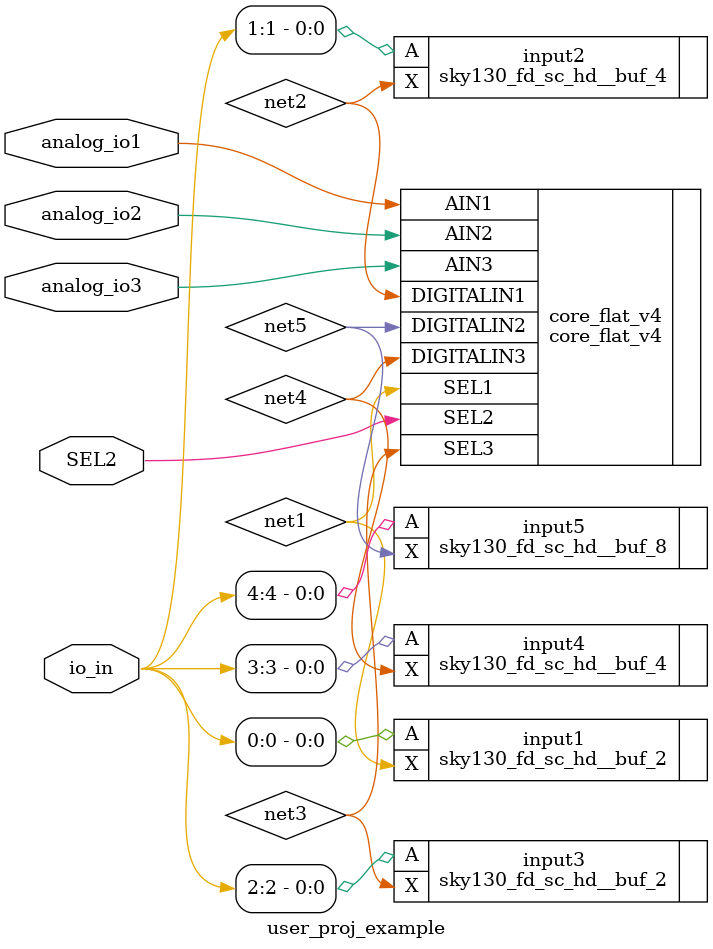
<source format=v>
module user_proj_example (SEL2,
    analog_io1,
    analog_io2,
    analog_io3,
    io_in);
 inout SEL2;
 inout analog_io1;
 inout analog_io2;
 inout analog_io3;
 input [4:0] io_in;

 wire net1;
 wire net2;
 wire net3;
 wire net4;
 wire net5;

 core_flat_v4 core_flat_v4 (.SEL1(net1),
    .DIGITALIN1(net2),
    .AIN1(analog_io1),
    .SEL3(net3),
    .DIGITALIN3(net4),
    .AIN3(analog_io3),
    .SEL2(SEL2),
    .DIGITALIN2(net5),
    .AIN2(analog_io2));
 sky130_fd_sc_hd__decap_3 PHY_0 ();
 sky130_fd_sc_hd__decap_3 PHY_1 ();
 sky130_fd_sc_hd__decap_3 PHY_2 ();
 sky130_fd_sc_hd__decap_3 PHY_3 ();
 sky130_fd_sc_hd__decap_3 PHY_4 ();
 sky130_fd_sc_hd__decap_3 PHY_5 ();
 sky130_fd_sc_hd__decap_3 PHY_6 ();
 sky130_fd_sc_hd__decap_3 PHY_7 ();
 sky130_fd_sc_hd__decap_3 PHY_8 ();
 sky130_fd_sc_hd__decap_3 PHY_9 ();
 sky130_fd_sc_hd__decap_3 PHY_10 ();
 sky130_fd_sc_hd__decap_3 PHY_11 ();
 sky130_fd_sc_hd__decap_3 PHY_12 ();
 sky130_fd_sc_hd__decap_3 PHY_13 ();
 sky130_fd_sc_hd__decap_3 PHY_14 ();
 sky130_fd_sc_hd__decap_3 PHY_15 ();
 sky130_fd_sc_hd__decap_3 PHY_16 ();
 sky130_fd_sc_hd__decap_3 PHY_17 ();
 sky130_fd_sc_hd__decap_3 PHY_18 ();
 sky130_fd_sc_hd__decap_3 PHY_19 ();
 sky130_fd_sc_hd__decap_3 PHY_20 ();
 sky130_fd_sc_hd__decap_3 PHY_21 ();
 sky130_fd_sc_hd__decap_3 PHY_22 ();
 sky130_fd_sc_hd__decap_3 PHY_23 ();
 sky130_fd_sc_hd__decap_3 PHY_24 ();
 sky130_fd_sc_hd__decap_3 PHY_25 ();
 sky130_fd_sc_hd__decap_3 PHY_26 ();
 sky130_fd_sc_hd__decap_3 PHY_27 ();
 sky130_fd_sc_hd__decap_3 PHY_28 ();
 sky130_fd_sc_hd__decap_3 PHY_29 ();
 sky130_fd_sc_hd__decap_3 PHY_30 ();
 sky130_fd_sc_hd__decap_3 PHY_31 ();
 sky130_fd_sc_hd__decap_3 PHY_32 ();
 sky130_fd_sc_hd__decap_3 PHY_33 ();
 sky130_fd_sc_hd__decap_3 PHY_34 ();
 sky130_fd_sc_hd__decap_3 PHY_35 ();
 sky130_fd_sc_hd__decap_3 PHY_36 ();
 sky130_fd_sc_hd__decap_3 PHY_37 ();
 sky130_fd_sc_hd__decap_3 PHY_38 ();
 sky130_fd_sc_hd__decap_3 PHY_39 ();
 sky130_fd_sc_hd__decap_3 PHY_40 ();
 sky130_fd_sc_hd__decap_3 PHY_41 ();
 sky130_fd_sc_hd__decap_3 PHY_42 ();
 sky130_fd_sc_hd__decap_3 PHY_43 ();
 sky130_fd_sc_hd__decap_3 PHY_44 ();
 sky130_fd_sc_hd__decap_3 PHY_45 ();
 sky130_fd_sc_hd__decap_3 PHY_46 ();
 sky130_fd_sc_hd__decap_3 PHY_47 ();
 sky130_fd_sc_hd__decap_3 PHY_48 ();
 sky130_fd_sc_hd__decap_3 PHY_49 ();
 sky130_fd_sc_hd__decap_3 PHY_50 ();
 sky130_fd_sc_hd__decap_3 PHY_51 ();
 sky130_fd_sc_hd__decap_3 PHY_52 ();
 sky130_fd_sc_hd__decap_3 PHY_53 ();
 sky130_fd_sc_hd__decap_3 PHY_54 ();
 sky130_fd_sc_hd__decap_3 PHY_55 ();
 sky130_fd_sc_hd__decap_3 PHY_56 ();
 sky130_fd_sc_hd__decap_3 PHY_57 ();
 sky130_fd_sc_hd__decap_3 PHY_58 ();
 sky130_fd_sc_hd__decap_3 PHY_59 ();
 sky130_fd_sc_hd__decap_3 PHY_60 ();
 sky130_fd_sc_hd__decap_3 PHY_61 ();
 sky130_fd_sc_hd__decap_3 PHY_62 ();
 sky130_fd_sc_hd__decap_3 PHY_63 ();
 sky130_fd_sc_hd__decap_3 PHY_64 ();
 sky130_fd_sc_hd__decap_3 PHY_65 ();
 sky130_fd_sc_hd__decap_3 PHY_66 ();
 sky130_fd_sc_hd__decap_3 PHY_67 ();
 sky130_fd_sc_hd__decap_3 PHY_68 ();
 sky130_fd_sc_hd__decap_3 PHY_69 ();
 sky130_fd_sc_hd__decap_3 PHY_70 ();
 sky130_fd_sc_hd__decap_3 PHY_71 ();
 sky130_fd_sc_hd__decap_3 PHY_72 ();
 sky130_fd_sc_hd__decap_3 PHY_73 ();
 sky130_fd_sc_hd__decap_3 PHY_74 ();
 sky130_fd_sc_hd__decap_3 PHY_75 ();
 sky130_fd_sc_hd__decap_3 PHY_76 ();
 sky130_fd_sc_hd__decap_3 PHY_77 ();
 sky130_fd_sc_hd__decap_3 PHY_78 ();
 sky130_fd_sc_hd__decap_3 PHY_79 ();
 sky130_fd_sc_hd__decap_3 PHY_80 ();
 sky130_fd_sc_hd__decap_3 PHY_81 ();
 sky130_fd_sc_hd__decap_3 PHY_82 ();
 sky130_fd_sc_hd__decap_3 PHY_83 ();
 sky130_fd_sc_hd__decap_3 PHY_84 ();
 sky130_fd_sc_hd__decap_3 PHY_85 ();
 sky130_fd_sc_hd__decap_3 PHY_86 ();
 sky130_fd_sc_hd__decap_3 PHY_87 ();
 sky130_fd_sc_hd__decap_3 PHY_88 ();
 sky130_fd_sc_hd__decap_3 PHY_89 ();
 sky130_fd_sc_hd__decap_3 PHY_90 ();
 sky130_fd_sc_hd__decap_3 PHY_91 ();
 sky130_fd_sc_hd__decap_3 PHY_92 ();
 sky130_fd_sc_hd__decap_3 PHY_93 ();
 sky130_fd_sc_hd__decap_3 PHY_94 ();
 sky130_fd_sc_hd__decap_3 PHY_95 ();
 sky130_fd_sc_hd__decap_3 PHY_96 ();
 sky130_fd_sc_hd__decap_3 PHY_97 ();
 sky130_fd_sc_hd__decap_3 PHY_98 ();
 sky130_fd_sc_hd__decap_3 PHY_99 ();
 sky130_fd_sc_hd__decap_3 PHY_100 ();
 sky130_fd_sc_hd__decap_3 PHY_101 ();
 sky130_fd_sc_hd__decap_3 PHY_102 ();
 sky130_fd_sc_hd__decap_3 PHY_103 ();
 sky130_fd_sc_hd__decap_3 PHY_104 ();
 sky130_fd_sc_hd__decap_3 PHY_105 ();
 sky130_fd_sc_hd__decap_3 PHY_106 ();
 sky130_fd_sc_hd__decap_3 PHY_107 ();
 sky130_fd_sc_hd__decap_3 PHY_108 ();
 sky130_fd_sc_hd__decap_3 PHY_109 ();
 sky130_fd_sc_hd__decap_3 PHY_110 ();
 sky130_fd_sc_hd__decap_3 PHY_111 ();
 sky130_fd_sc_hd__decap_3 PHY_112 ();
 sky130_fd_sc_hd__decap_3 PHY_113 ();
 sky130_fd_sc_hd__decap_3 PHY_114 ();
 sky130_fd_sc_hd__decap_3 PHY_115 ();
 sky130_fd_sc_hd__decap_3 PHY_116 ();
 sky130_fd_sc_hd__decap_3 PHY_117 ();
 sky130_fd_sc_hd__decap_3 PHY_118 ();
 sky130_fd_sc_hd__decap_3 PHY_119 ();
 sky130_fd_sc_hd__decap_3 PHY_120 ();
 sky130_fd_sc_hd__decap_3 PHY_121 ();
 sky130_fd_sc_hd__decap_3 PHY_122 ();
 sky130_fd_sc_hd__decap_3 PHY_123 ();
 sky130_fd_sc_hd__decap_3 PHY_124 ();
 sky130_fd_sc_hd__decap_3 PHY_125 ();
 sky130_fd_sc_hd__decap_3 PHY_126 ();
 sky130_fd_sc_hd__decap_3 PHY_127 ();
 sky130_fd_sc_hd__decap_3 PHY_128 ();
 sky130_fd_sc_hd__decap_3 PHY_129 ();
 sky130_fd_sc_hd__decap_3 PHY_130 ();
 sky130_fd_sc_hd__decap_3 PHY_131 ();
 sky130_fd_sc_hd__decap_3 PHY_132 ();
 sky130_fd_sc_hd__decap_3 PHY_133 ();
 sky130_fd_sc_hd__decap_3 PHY_134 ();
 sky130_fd_sc_hd__decap_3 PHY_135 ();
 sky130_fd_sc_hd__decap_3 PHY_136 ();
 sky130_fd_sc_hd__decap_3 PHY_137 ();
 sky130_fd_sc_hd__decap_3 PHY_138 ();
 sky130_fd_sc_hd__decap_3 PHY_139 ();
 sky130_fd_sc_hd__decap_3 PHY_140 ();
 sky130_fd_sc_hd__decap_3 PHY_141 ();
 sky130_fd_sc_hd__decap_3 PHY_142 ();
 sky130_fd_sc_hd__decap_3 PHY_143 ();
 sky130_fd_sc_hd__decap_3 PHY_144 ();
 sky130_fd_sc_hd__decap_3 PHY_145 ();
 sky130_fd_sc_hd__decap_3 PHY_146 ();
 sky130_fd_sc_hd__decap_3 PHY_147 ();
 sky130_fd_sc_hd__decap_3 PHY_148 ();
 sky130_fd_sc_hd__decap_3 PHY_149 ();
 sky130_fd_sc_hd__decap_3 PHY_150 ();
 sky130_fd_sc_hd__decap_3 PHY_151 ();
 sky130_fd_sc_hd__decap_3 PHY_152 ();
 sky130_fd_sc_hd__decap_3 PHY_153 ();
 sky130_fd_sc_hd__decap_3 PHY_154 ();
 sky130_fd_sc_hd__decap_3 PHY_155 ();
 sky130_fd_sc_hd__decap_3 PHY_156 ();
 sky130_fd_sc_hd__decap_3 PHY_157 ();
 sky130_fd_sc_hd__decap_3 PHY_158 ();
 sky130_fd_sc_hd__decap_3 PHY_159 ();
 sky130_fd_sc_hd__decap_3 PHY_160 ();
 sky130_fd_sc_hd__decap_3 PHY_161 ();
 sky130_fd_sc_hd__decap_3 PHY_162 ();
 sky130_fd_sc_hd__decap_3 PHY_163 ();
 sky130_fd_sc_hd__decap_3 PHY_164 ();
 sky130_fd_sc_hd__decap_3 PHY_165 ();
 sky130_fd_sc_hd__decap_3 PHY_166 ();
 sky130_fd_sc_hd__decap_3 PHY_167 ();
 sky130_fd_sc_hd__decap_3 PHY_168 ();
 sky130_fd_sc_hd__decap_3 PHY_169 ();
 sky130_fd_sc_hd__decap_3 PHY_170 ();
 sky130_fd_sc_hd__decap_3 PHY_171 ();
 sky130_fd_sc_hd__decap_3 PHY_172 ();
 sky130_fd_sc_hd__decap_3 PHY_173 ();
 sky130_fd_sc_hd__decap_3 PHY_174 ();
 sky130_fd_sc_hd__decap_3 PHY_175 ();
 sky130_fd_sc_hd__decap_3 PHY_176 ();
 sky130_fd_sc_hd__decap_3 PHY_177 ();
 sky130_fd_sc_hd__decap_3 PHY_178 ();
 sky130_fd_sc_hd__decap_3 PHY_179 ();
 sky130_fd_sc_hd__decap_3 PHY_180 ();
 sky130_fd_sc_hd__decap_3 PHY_181 ();
 sky130_fd_sc_hd__decap_3 PHY_182 ();
 sky130_fd_sc_hd__decap_3 PHY_183 ();
 sky130_fd_sc_hd__decap_3 PHY_184 ();
 sky130_fd_sc_hd__decap_3 PHY_185 ();
 sky130_fd_sc_hd__decap_3 PHY_186 ();
 sky130_fd_sc_hd__decap_3 PHY_187 ();
 sky130_fd_sc_hd__decap_3 PHY_188 ();
 sky130_fd_sc_hd__decap_3 PHY_189 ();
 sky130_fd_sc_hd__decap_3 PHY_190 ();
 sky130_fd_sc_hd__decap_3 PHY_191 ();
 sky130_fd_sc_hd__decap_3 PHY_192 ();
 sky130_fd_sc_hd__decap_3 PHY_193 ();
 sky130_fd_sc_hd__decap_3 PHY_194 ();
 sky130_fd_sc_hd__decap_3 PHY_195 ();
 sky130_fd_sc_hd__decap_3 PHY_196 ();
 sky130_fd_sc_hd__decap_3 PHY_197 ();
 sky130_fd_sc_hd__decap_3 PHY_198 ();
 sky130_fd_sc_hd__decap_3 PHY_199 ();
 sky130_fd_sc_hd__decap_3 PHY_200 ();
 sky130_fd_sc_hd__decap_3 PHY_201 ();
 sky130_fd_sc_hd__decap_3 PHY_202 ();
 sky130_fd_sc_hd__decap_3 PHY_203 ();
 sky130_fd_sc_hd__decap_3 PHY_204 ();
 sky130_fd_sc_hd__decap_3 PHY_205 ();
 sky130_fd_sc_hd__decap_3 PHY_206 ();
 sky130_fd_sc_hd__decap_3 PHY_207 ();
 sky130_fd_sc_hd__decap_3 PHY_208 ();
 sky130_fd_sc_hd__decap_3 PHY_209 ();
 sky130_fd_sc_hd__decap_3 PHY_210 ();
 sky130_fd_sc_hd__decap_3 PHY_211 ();
 sky130_fd_sc_hd__decap_3 PHY_212 ();
 sky130_fd_sc_hd__decap_3 PHY_213 ();
 sky130_fd_sc_hd__decap_3 PHY_214 ();
 sky130_fd_sc_hd__decap_3 PHY_215 ();
 sky130_fd_sc_hd__decap_3 PHY_216 ();
 sky130_fd_sc_hd__decap_3 PHY_217 ();
 sky130_fd_sc_hd__decap_3 PHY_218 ();
 sky130_fd_sc_hd__decap_3 PHY_219 ();
 sky130_fd_sc_hd__decap_3 PHY_220 ();
 sky130_fd_sc_hd__decap_3 PHY_221 ();
 sky130_fd_sc_hd__decap_3 PHY_222 ();
 sky130_fd_sc_hd__decap_3 PHY_223 ();
 sky130_fd_sc_hd__decap_3 PHY_224 ();
 sky130_fd_sc_hd__decap_3 PHY_225 ();
 sky130_fd_sc_hd__decap_3 PHY_226 ();
 sky130_fd_sc_hd__decap_3 PHY_227 ();
 sky130_fd_sc_hd__decap_3 PHY_228 ();
 sky130_fd_sc_hd__decap_3 PHY_229 ();
 sky130_fd_sc_hd__decap_3 PHY_230 ();
 sky130_fd_sc_hd__decap_3 PHY_231 ();
 sky130_fd_sc_hd__decap_3 PHY_232 ();
 sky130_fd_sc_hd__decap_3 PHY_233 ();
 sky130_fd_sc_hd__decap_3 PHY_234 ();
 sky130_fd_sc_hd__decap_3 PHY_235 ();
 sky130_fd_sc_hd__decap_3 PHY_236 ();
 sky130_fd_sc_hd__decap_3 PHY_237 ();
 sky130_fd_sc_hd__decap_3 PHY_238 ();
 sky130_fd_sc_hd__decap_3 PHY_239 ();
 sky130_fd_sc_hd__decap_3 PHY_240 ();
 sky130_fd_sc_hd__decap_3 PHY_241 ();
 sky130_fd_sc_hd__decap_3 PHY_242 ();
 sky130_fd_sc_hd__decap_3 PHY_243 ();
 sky130_fd_sc_hd__decap_3 PHY_244 ();
 sky130_fd_sc_hd__decap_3 PHY_245 ();
 sky130_fd_sc_hd__decap_3 PHY_246 ();
 sky130_fd_sc_hd__decap_3 PHY_247 ();
 sky130_fd_sc_hd__decap_3 PHY_248 ();
 sky130_fd_sc_hd__decap_3 PHY_249 ();
 sky130_fd_sc_hd__decap_3 PHY_250 ();
 sky130_fd_sc_hd__decap_3 PHY_251 ();
 sky130_fd_sc_hd__decap_3 PHY_252 ();
 sky130_fd_sc_hd__decap_3 PHY_253 ();
 sky130_fd_sc_hd__decap_3 PHY_254 ();
 sky130_fd_sc_hd__decap_3 PHY_255 ();
 sky130_fd_sc_hd__decap_3 PHY_256 ();
 sky130_fd_sc_hd__decap_3 PHY_257 ();
 sky130_fd_sc_hd__decap_3 PHY_258 ();
 sky130_fd_sc_hd__decap_3 PHY_259 ();
 sky130_fd_sc_hd__decap_3 PHY_260 ();
 sky130_fd_sc_hd__decap_3 PHY_261 ();
 sky130_fd_sc_hd__decap_3 PHY_262 ();
 sky130_fd_sc_hd__decap_3 PHY_263 ();
 sky130_fd_sc_hd__decap_3 PHY_264 ();
 sky130_fd_sc_hd__decap_3 PHY_265 ();
 sky130_fd_sc_hd__decap_3 PHY_266 ();
 sky130_fd_sc_hd__decap_3 PHY_267 ();
 sky130_fd_sc_hd__decap_3 PHY_268 ();
 sky130_fd_sc_hd__decap_3 PHY_269 ();
 sky130_fd_sc_hd__decap_3 PHY_270 ();
 sky130_fd_sc_hd__decap_3 PHY_271 ();
 sky130_fd_sc_hd__decap_3 PHY_272 ();
 sky130_fd_sc_hd__decap_3 PHY_273 ();
 sky130_fd_sc_hd__decap_3 PHY_274 ();
 sky130_fd_sc_hd__decap_3 PHY_275 ();
 sky130_fd_sc_hd__decap_3 PHY_276 ();
 sky130_fd_sc_hd__decap_3 PHY_277 ();
 sky130_fd_sc_hd__decap_3 PHY_278 ();
 sky130_fd_sc_hd__decap_3 PHY_279 ();
 sky130_fd_sc_hd__decap_3 PHY_280 ();
 sky130_fd_sc_hd__decap_3 PHY_281 ();
 sky130_fd_sc_hd__decap_3 PHY_282 ();
 sky130_fd_sc_hd__decap_3 PHY_283 ();
 sky130_fd_sc_hd__decap_3 PHY_284 ();
 sky130_fd_sc_hd__decap_3 PHY_285 ();
 sky130_fd_sc_hd__decap_3 PHY_286 ();
 sky130_fd_sc_hd__decap_3 PHY_287 ();
 sky130_fd_sc_hd__decap_3 PHY_288 ();
 sky130_fd_sc_hd__decap_3 PHY_289 ();
 sky130_fd_sc_hd__decap_3 PHY_290 ();
 sky130_fd_sc_hd__decap_3 PHY_291 ();
 sky130_fd_sc_hd__decap_3 PHY_292 ();
 sky130_fd_sc_hd__decap_3 PHY_293 ();
 sky130_fd_sc_hd__decap_3 PHY_294 ();
 sky130_fd_sc_hd__decap_3 PHY_295 ();
 sky130_fd_sc_hd__decap_3 PHY_296 ();
 sky130_fd_sc_hd__decap_3 PHY_297 ();
 sky130_fd_sc_hd__decap_3 PHY_298 ();
 sky130_fd_sc_hd__decap_3 PHY_299 ();
 sky130_fd_sc_hd__decap_3 PHY_300 ();
 sky130_fd_sc_hd__decap_3 PHY_301 ();
 sky130_fd_sc_hd__decap_3 PHY_302 ();
 sky130_fd_sc_hd__decap_3 PHY_303 ();
 sky130_fd_sc_hd__decap_3 PHY_304 ();
 sky130_fd_sc_hd__decap_3 PHY_305 ();
 sky130_fd_sc_hd__decap_3 PHY_306 ();
 sky130_fd_sc_hd__decap_3 PHY_307 ();
 sky130_fd_sc_hd__decap_3 PHY_308 ();
 sky130_fd_sc_hd__decap_3 PHY_309 ();
 sky130_fd_sc_hd__decap_3 PHY_310 ();
 sky130_fd_sc_hd__decap_3 PHY_311 ();
 sky130_fd_sc_hd__decap_3 PHY_312 ();
 sky130_fd_sc_hd__decap_3 PHY_313 ();
 sky130_fd_sc_hd__decap_3 PHY_314 ();
 sky130_fd_sc_hd__decap_3 PHY_315 ();
 sky130_fd_sc_hd__decap_3 PHY_316 ();
 sky130_fd_sc_hd__decap_3 PHY_317 ();
 sky130_fd_sc_hd__decap_3 PHY_318 ();
 sky130_fd_sc_hd__decap_3 PHY_319 ();
 sky130_fd_sc_hd__decap_3 PHY_320 ();
 sky130_fd_sc_hd__decap_3 PHY_321 ();
 sky130_fd_sc_hd__decap_3 PHY_322 ();
 sky130_fd_sc_hd__decap_3 PHY_323 ();
 sky130_fd_sc_hd__decap_3 PHY_324 ();
 sky130_fd_sc_hd__decap_3 PHY_325 ();
 sky130_fd_sc_hd__decap_3 PHY_326 ();
 sky130_fd_sc_hd__decap_3 PHY_327 ();
 sky130_fd_sc_hd__decap_3 PHY_328 ();
 sky130_fd_sc_hd__decap_3 PHY_329 ();
 sky130_fd_sc_hd__decap_3 PHY_330 ();
 sky130_fd_sc_hd__decap_3 PHY_331 ();
 sky130_fd_sc_hd__decap_3 PHY_332 ();
 sky130_fd_sc_hd__decap_3 PHY_333 ();
 sky130_fd_sc_hd__decap_3 PHY_334 ();
 sky130_fd_sc_hd__decap_3 PHY_335 ();
 sky130_fd_sc_hd__decap_3 PHY_336 ();
 sky130_fd_sc_hd__decap_3 PHY_337 ();
 sky130_fd_sc_hd__decap_3 PHY_338 ();
 sky130_fd_sc_hd__decap_3 PHY_339 ();
 sky130_fd_sc_hd__decap_3 PHY_340 ();
 sky130_fd_sc_hd__decap_3 PHY_341 ();
 sky130_fd_sc_hd__decap_3 PHY_342 ();
 sky130_fd_sc_hd__decap_3 PHY_343 ();
 sky130_fd_sc_hd__decap_3 PHY_344 ();
 sky130_fd_sc_hd__decap_3 PHY_345 ();
 sky130_fd_sc_hd__decap_3 PHY_346 ();
 sky130_fd_sc_hd__decap_3 PHY_347 ();
 sky130_fd_sc_hd__decap_3 PHY_348 ();
 sky130_fd_sc_hd__decap_3 PHY_349 ();
 sky130_fd_sc_hd__decap_3 PHY_350 ();
 sky130_fd_sc_hd__decap_3 PHY_351 ();
 sky130_fd_sc_hd__decap_3 PHY_352 ();
 sky130_fd_sc_hd__decap_3 PHY_353 ();
 sky130_fd_sc_hd__decap_3 PHY_354 ();
 sky130_fd_sc_hd__decap_3 PHY_355 ();
 sky130_fd_sc_hd__decap_3 PHY_356 ();
 sky130_fd_sc_hd__decap_3 PHY_357 ();
 sky130_fd_sc_hd__decap_3 PHY_358 ();
 sky130_fd_sc_hd__decap_3 PHY_359 ();
 sky130_fd_sc_hd__decap_3 PHY_360 ();
 sky130_fd_sc_hd__decap_3 PHY_361 ();
 sky130_fd_sc_hd__decap_3 PHY_362 ();
 sky130_fd_sc_hd__decap_3 PHY_363 ();
 sky130_fd_sc_hd__decap_3 PHY_364 ();
 sky130_fd_sc_hd__decap_3 PHY_365 ();
 sky130_fd_sc_hd__decap_3 PHY_366 ();
 sky130_fd_sc_hd__decap_3 PHY_367 ();
 sky130_fd_sc_hd__decap_3 PHY_368 ();
 sky130_fd_sc_hd__decap_3 PHY_369 ();
 sky130_fd_sc_hd__decap_3 PHY_370 ();
 sky130_fd_sc_hd__decap_3 PHY_371 ();
 sky130_fd_sc_hd__decap_3 PHY_372 ();
 sky130_fd_sc_hd__decap_3 PHY_373 ();
 sky130_fd_sc_hd__decap_3 PHY_374 ();
 sky130_fd_sc_hd__decap_3 PHY_375 ();
 sky130_fd_sc_hd__decap_3 PHY_376 ();
 sky130_fd_sc_hd__decap_3 PHY_377 ();
 sky130_fd_sc_hd__decap_3 PHY_378 ();
 sky130_fd_sc_hd__decap_3 PHY_379 ();
 sky130_fd_sc_hd__decap_3 PHY_380 ();
 sky130_fd_sc_hd__decap_3 PHY_381 ();
 sky130_fd_sc_hd__decap_3 PHY_382 ();
 sky130_fd_sc_hd__decap_3 PHY_383 ();
 sky130_fd_sc_hd__decap_3 PHY_384 ();
 sky130_fd_sc_hd__decap_3 PHY_385 ();
 sky130_fd_sc_hd__decap_3 PHY_386 ();
 sky130_fd_sc_hd__decap_3 PHY_387 ();
 sky130_fd_sc_hd__decap_3 PHY_388 ();
 sky130_fd_sc_hd__decap_3 PHY_389 ();
 sky130_fd_sc_hd__decap_3 PHY_390 ();
 sky130_fd_sc_hd__decap_3 PHY_391 ();
 sky130_fd_sc_hd__decap_3 PHY_392 ();
 sky130_fd_sc_hd__decap_3 PHY_393 ();
 sky130_fd_sc_hd__decap_3 PHY_394 ();
 sky130_fd_sc_hd__decap_3 PHY_395 ();
 sky130_fd_sc_hd__decap_3 PHY_396 ();
 sky130_fd_sc_hd__decap_3 PHY_397 ();
 sky130_fd_sc_hd__decap_3 PHY_398 ();
 sky130_fd_sc_hd__decap_3 PHY_399 ();
 sky130_fd_sc_hd__decap_3 PHY_400 ();
 sky130_fd_sc_hd__decap_3 PHY_401 ();
 sky130_fd_sc_hd__decap_3 PHY_402 ();
 sky130_fd_sc_hd__decap_3 PHY_403 ();
 sky130_fd_sc_hd__decap_3 PHY_404 ();
 sky130_fd_sc_hd__decap_3 PHY_405 ();
 sky130_fd_sc_hd__decap_3 PHY_406 ();
 sky130_fd_sc_hd__decap_3 PHY_407 ();
 sky130_fd_sc_hd__decap_3 PHY_408 ();
 sky130_fd_sc_hd__decap_3 PHY_409 ();
 sky130_fd_sc_hd__decap_3 PHY_410 ();
 sky130_fd_sc_hd__decap_3 PHY_411 ();
 sky130_fd_sc_hd__decap_3 PHY_412 ();
 sky130_fd_sc_hd__decap_3 PHY_413 ();
 sky130_fd_sc_hd__decap_3 PHY_414 ();
 sky130_fd_sc_hd__decap_3 PHY_415 ();
 sky130_fd_sc_hd__decap_3 PHY_416 ();
 sky130_fd_sc_hd__decap_3 PHY_417 ();
 sky130_fd_sc_hd__decap_3 PHY_418 ();
 sky130_fd_sc_hd__decap_3 PHY_419 ();
 sky130_fd_sc_hd__decap_3 PHY_420 ();
 sky130_fd_sc_hd__decap_3 PHY_421 ();
 sky130_fd_sc_hd__decap_3 PHY_422 ();
 sky130_fd_sc_hd__decap_3 PHY_423 ();
 sky130_fd_sc_hd__decap_3 PHY_424 ();
 sky130_fd_sc_hd__decap_3 PHY_425 ();
 sky130_fd_sc_hd__decap_3 PHY_426 ();
 sky130_fd_sc_hd__decap_3 PHY_427 ();
 sky130_fd_sc_hd__decap_3 PHY_428 ();
 sky130_fd_sc_hd__decap_3 PHY_429 ();
 sky130_fd_sc_hd__decap_3 PHY_430 ();
 sky130_fd_sc_hd__decap_3 PHY_431 ();
 sky130_fd_sc_hd__decap_3 PHY_432 ();
 sky130_fd_sc_hd__decap_3 PHY_433 ();
 sky130_fd_sc_hd__decap_3 PHY_434 ();
 sky130_fd_sc_hd__decap_3 PHY_435 ();
 sky130_fd_sc_hd__decap_3 PHY_436 ();
 sky130_fd_sc_hd__decap_3 PHY_437 ();
 sky130_fd_sc_hd__decap_3 PHY_438 ();
 sky130_fd_sc_hd__decap_3 PHY_439 ();
 sky130_fd_sc_hd__decap_3 PHY_440 ();
 sky130_fd_sc_hd__decap_3 PHY_441 ();
 sky130_fd_sc_hd__decap_3 PHY_442 ();
 sky130_fd_sc_hd__decap_3 PHY_443 ();
 sky130_fd_sc_hd__decap_3 PHY_444 ();
 sky130_fd_sc_hd__decap_3 PHY_445 ();
 sky130_fd_sc_hd__decap_3 PHY_446 ();
 sky130_fd_sc_hd__decap_3 PHY_447 ();
 sky130_fd_sc_hd__decap_3 PHY_448 ();
 sky130_fd_sc_hd__decap_3 PHY_449 ();
 sky130_fd_sc_hd__decap_3 PHY_450 ();
 sky130_fd_sc_hd__decap_3 PHY_451 ();
 sky130_fd_sc_hd__decap_3 PHY_452 ();
 sky130_fd_sc_hd__decap_3 PHY_453 ();
 sky130_fd_sc_hd__decap_3 PHY_454 ();
 sky130_fd_sc_hd__decap_3 PHY_455 ();
 sky130_fd_sc_hd__decap_3 PHY_456 ();
 sky130_fd_sc_hd__decap_3 PHY_457 ();
 sky130_fd_sc_hd__decap_3 PHY_458 ();
 sky130_fd_sc_hd__decap_3 PHY_459 ();
 sky130_fd_sc_hd__decap_3 PHY_460 ();
 sky130_fd_sc_hd__decap_3 PHY_461 ();
 sky130_fd_sc_hd__decap_3 PHY_462 ();
 sky130_fd_sc_hd__decap_3 PHY_463 ();
 sky130_fd_sc_hd__decap_3 PHY_464 ();
 sky130_fd_sc_hd__decap_3 PHY_465 ();
 sky130_fd_sc_hd__decap_3 PHY_466 ();
 sky130_fd_sc_hd__decap_3 PHY_467 ();
 sky130_fd_sc_hd__decap_3 PHY_468 ();
 sky130_fd_sc_hd__decap_3 PHY_469 ();
 sky130_fd_sc_hd__decap_3 PHY_470 ();
 sky130_fd_sc_hd__decap_3 PHY_471 ();
 sky130_fd_sc_hd__decap_3 PHY_472 ();
 sky130_fd_sc_hd__decap_3 PHY_473 ();
 sky130_fd_sc_hd__decap_3 PHY_474 ();
 sky130_fd_sc_hd__decap_3 PHY_475 ();
 sky130_fd_sc_hd__decap_3 PHY_476 ();
 sky130_fd_sc_hd__decap_3 PHY_477 ();
 sky130_fd_sc_hd__decap_3 PHY_478 ();
 sky130_fd_sc_hd__decap_3 PHY_479 ();
 sky130_fd_sc_hd__decap_3 PHY_480 ();
 sky130_fd_sc_hd__decap_3 PHY_481 ();
 sky130_fd_sc_hd__decap_3 PHY_482 ();
 sky130_fd_sc_hd__decap_3 PHY_483 ();
 sky130_fd_sc_hd__decap_3 PHY_484 ();
 sky130_fd_sc_hd__decap_3 PHY_485 ();
 sky130_fd_sc_hd__decap_3 PHY_486 ();
 sky130_fd_sc_hd__decap_3 PHY_487 ();
 sky130_fd_sc_hd__decap_3 PHY_488 ();
 sky130_fd_sc_hd__decap_3 PHY_489 ();
 sky130_fd_sc_hd__decap_3 PHY_490 ();
 sky130_fd_sc_hd__decap_3 PHY_491 ();
 sky130_fd_sc_hd__decap_3 PHY_492 ();
 sky130_fd_sc_hd__decap_3 PHY_493 ();
 sky130_fd_sc_hd__decap_3 PHY_494 ();
 sky130_fd_sc_hd__decap_3 PHY_495 ();
 sky130_fd_sc_hd__decap_3 PHY_496 ();
 sky130_fd_sc_hd__decap_3 PHY_497 ();
 sky130_fd_sc_hd__decap_3 PHY_498 ();
 sky130_fd_sc_hd__decap_3 PHY_499 ();
 sky130_fd_sc_hd__decap_3 PHY_500 ();
 sky130_fd_sc_hd__decap_3 PHY_501 ();
 sky130_fd_sc_hd__decap_3 PHY_502 ();
 sky130_fd_sc_hd__decap_3 PHY_503 ();
 sky130_fd_sc_hd__decap_3 PHY_504 ();
 sky130_fd_sc_hd__decap_3 PHY_505 ();
 sky130_fd_sc_hd__decap_3 PHY_506 ();
 sky130_fd_sc_hd__decap_3 PHY_507 ();
 sky130_fd_sc_hd__decap_3 PHY_508 ();
 sky130_fd_sc_hd__decap_3 PHY_509 ();
 sky130_fd_sc_hd__decap_3 PHY_510 ();
 sky130_fd_sc_hd__decap_3 PHY_511 ();
 sky130_fd_sc_hd__decap_3 PHY_512 ();
 sky130_fd_sc_hd__decap_3 PHY_513 ();
 sky130_fd_sc_hd__decap_3 PHY_514 ();
 sky130_fd_sc_hd__decap_3 PHY_515 ();
 sky130_fd_sc_hd__decap_3 PHY_516 ();
 sky130_fd_sc_hd__decap_3 PHY_517 ();
 sky130_fd_sc_hd__decap_3 PHY_518 ();
 sky130_fd_sc_hd__decap_3 PHY_519 ();
 sky130_fd_sc_hd__decap_3 PHY_520 ();
 sky130_fd_sc_hd__decap_3 PHY_521 ();
 sky130_fd_sc_hd__decap_3 PHY_522 ();
 sky130_fd_sc_hd__decap_3 PHY_523 ();
 sky130_fd_sc_hd__decap_3 PHY_524 ();
 sky130_fd_sc_hd__decap_3 PHY_525 ();
 sky130_fd_sc_hd__decap_3 PHY_526 ();
 sky130_fd_sc_hd__decap_3 PHY_527 ();
 sky130_fd_sc_hd__decap_3 PHY_528 ();
 sky130_fd_sc_hd__decap_3 PHY_529 ();
 sky130_fd_sc_hd__decap_3 PHY_530 ();
 sky130_fd_sc_hd__decap_3 PHY_531 ();
 sky130_fd_sc_hd__decap_3 PHY_532 ();
 sky130_fd_sc_hd__decap_3 PHY_533 ();
 sky130_fd_sc_hd__decap_3 PHY_534 ();
 sky130_fd_sc_hd__decap_3 PHY_535 ();
 sky130_fd_sc_hd__decap_3 PHY_536 ();
 sky130_fd_sc_hd__decap_3 PHY_537 ();
 sky130_fd_sc_hd__decap_3 PHY_538 ();
 sky130_fd_sc_hd__decap_3 PHY_539 ();
 sky130_fd_sc_hd__decap_3 PHY_540 ();
 sky130_fd_sc_hd__decap_3 PHY_541 ();
 sky130_fd_sc_hd__decap_3 PHY_542 ();
 sky130_fd_sc_hd__decap_3 PHY_543 ();
 sky130_fd_sc_hd__decap_3 PHY_544 ();
 sky130_fd_sc_hd__decap_3 PHY_545 ();
 sky130_fd_sc_hd__decap_3 PHY_546 ();
 sky130_fd_sc_hd__decap_3 PHY_547 ();
 sky130_fd_sc_hd__decap_3 PHY_548 ();
 sky130_fd_sc_hd__decap_3 PHY_549 ();
 sky130_fd_sc_hd__decap_3 PHY_550 ();
 sky130_fd_sc_hd__decap_3 PHY_551 ();
 sky130_fd_sc_hd__decap_3 PHY_552 ();
 sky130_fd_sc_hd__decap_3 PHY_553 ();
 sky130_fd_sc_hd__decap_3 PHY_554 ();
 sky130_fd_sc_hd__decap_3 PHY_555 ();
 sky130_fd_sc_hd__decap_3 PHY_556 ();
 sky130_fd_sc_hd__decap_3 PHY_557 ();
 sky130_fd_sc_hd__decap_3 PHY_558 ();
 sky130_fd_sc_hd__decap_3 PHY_559 ();
 sky130_fd_sc_hd__decap_3 PHY_560 ();
 sky130_fd_sc_hd__decap_3 PHY_561 ();
 sky130_fd_sc_hd__decap_3 PHY_562 ();
 sky130_fd_sc_hd__decap_3 PHY_563 ();
 sky130_fd_sc_hd__decap_3 PHY_564 ();
 sky130_fd_sc_hd__decap_3 PHY_565 ();
 sky130_fd_sc_hd__decap_3 PHY_566 ();
 sky130_fd_sc_hd__decap_3 PHY_567 ();
 sky130_fd_sc_hd__decap_3 PHY_568 ();
 sky130_fd_sc_hd__decap_3 PHY_569 ();
 sky130_fd_sc_hd__decap_3 PHY_570 ();
 sky130_fd_sc_hd__decap_3 PHY_571 ();
 sky130_fd_sc_hd__decap_3 PHY_572 ();
 sky130_fd_sc_hd__decap_3 PHY_573 ();
 sky130_fd_sc_hd__decap_3 PHY_574 ();
 sky130_fd_sc_hd__decap_3 PHY_575 ();
 sky130_fd_sc_hd__decap_3 PHY_576 ();
 sky130_fd_sc_hd__decap_3 PHY_577 ();
 sky130_fd_sc_hd__decap_3 PHY_578 ();
 sky130_fd_sc_hd__decap_3 PHY_579 ();
 sky130_fd_sc_hd__decap_3 PHY_580 ();
 sky130_fd_sc_hd__decap_3 PHY_581 ();
 sky130_fd_sc_hd__decap_3 PHY_582 ();
 sky130_fd_sc_hd__decap_3 PHY_583 ();
 sky130_fd_sc_hd__decap_3 PHY_584 ();
 sky130_fd_sc_hd__decap_3 PHY_585 ();
 sky130_fd_sc_hd__decap_3 PHY_586 ();
 sky130_fd_sc_hd__decap_3 PHY_587 ();
 sky130_fd_sc_hd__decap_3 PHY_588 ();
 sky130_fd_sc_hd__decap_3 PHY_589 ();
 sky130_fd_sc_hd__decap_3 PHY_590 ();
 sky130_fd_sc_hd__decap_3 PHY_591 ();
 sky130_fd_sc_hd__decap_3 PHY_592 ();
 sky130_fd_sc_hd__decap_3 PHY_593 ();
 sky130_fd_sc_hd__decap_3 PHY_594 ();
 sky130_fd_sc_hd__decap_3 PHY_595 ();
 sky130_fd_sc_hd__decap_3 PHY_596 ();
 sky130_fd_sc_hd__decap_3 PHY_597 ();
 sky130_fd_sc_hd__decap_3 PHY_598 ();
 sky130_fd_sc_hd__decap_3 PHY_599 ();
 sky130_fd_sc_hd__decap_3 PHY_600 ();
 sky130_fd_sc_hd__decap_3 PHY_601 ();
 sky130_fd_sc_hd__decap_3 PHY_602 ();
 sky130_fd_sc_hd__decap_3 PHY_603 ();
 sky130_fd_sc_hd__decap_3 PHY_604 ();
 sky130_fd_sc_hd__decap_3 PHY_605 ();
 sky130_fd_sc_hd__decap_3 PHY_606 ();
 sky130_fd_sc_hd__decap_3 PHY_607 ();
 sky130_fd_sc_hd__decap_3 PHY_608 ();
 sky130_fd_sc_hd__decap_3 PHY_609 ();
 sky130_fd_sc_hd__decap_3 PHY_610 ();
 sky130_fd_sc_hd__decap_3 PHY_611 ();
 sky130_fd_sc_hd__decap_3 PHY_612 ();
 sky130_fd_sc_hd__decap_3 PHY_613 ();
 sky130_fd_sc_hd__decap_3 PHY_614 ();
 sky130_fd_sc_hd__decap_3 PHY_615 ();
 sky130_fd_sc_hd__decap_3 PHY_616 ();
 sky130_fd_sc_hd__decap_3 PHY_617 ();
 sky130_fd_sc_hd__decap_3 PHY_618 ();
 sky130_fd_sc_hd__decap_3 PHY_619 ();
 sky130_fd_sc_hd__decap_3 PHY_620 ();
 sky130_fd_sc_hd__decap_3 PHY_621 ();
 sky130_fd_sc_hd__decap_3 PHY_622 ();
 sky130_fd_sc_hd__decap_3 PHY_623 ();
 sky130_fd_sc_hd__decap_3 PHY_624 ();
 sky130_fd_sc_hd__decap_3 PHY_625 ();
 sky130_fd_sc_hd__decap_3 PHY_626 ();
 sky130_fd_sc_hd__decap_3 PHY_627 ();
 sky130_fd_sc_hd__decap_3 PHY_628 ();
 sky130_fd_sc_hd__decap_3 PHY_629 ();
 sky130_fd_sc_hd__decap_3 PHY_630 ();
 sky130_fd_sc_hd__decap_3 PHY_631 ();
 sky130_fd_sc_hd__decap_3 PHY_632 ();
 sky130_fd_sc_hd__decap_3 PHY_633 ();
 sky130_fd_sc_hd__decap_3 PHY_634 ();
 sky130_fd_sc_hd__decap_3 PHY_635 ();
 sky130_fd_sc_hd__decap_3 PHY_636 ();
 sky130_fd_sc_hd__decap_3 PHY_637 ();
 sky130_fd_sc_hd__decap_3 PHY_638 ();
 sky130_fd_sc_hd__decap_3 PHY_639 ();
 sky130_fd_sc_hd__decap_3 PHY_640 ();
 sky130_fd_sc_hd__decap_3 PHY_641 ();
 sky130_fd_sc_hd__decap_3 PHY_642 ();
 sky130_fd_sc_hd__decap_3 PHY_643 ();
 sky130_fd_sc_hd__decap_3 PHY_644 ();
 sky130_fd_sc_hd__decap_3 PHY_645 ();
 sky130_fd_sc_hd__decap_3 PHY_646 ();
 sky130_fd_sc_hd__decap_3 PHY_647 ();
 sky130_fd_sc_hd__decap_3 PHY_648 ();
 sky130_fd_sc_hd__decap_3 PHY_649 ();
 sky130_fd_sc_hd__decap_3 PHY_650 ();
 sky130_fd_sc_hd__decap_3 PHY_651 ();
 sky130_fd_sc_hd__decap_3 PHY_652 ();
 sky130_fd_sc_hd__decap_3 PHY_653 ();
 sky130_fd_sc_hd__decap_3 PHY_654 ();
 sky130_fd_sc_hd__decap_3 PHY_655 ();
 sky130_fd_sc_hd__decap_3 PHY_656 ();
 sky130_fd_sc_hd__decap_3 PHY_657 ();
 sky130_fd_sc_hd__decap_3 PHY_658 ();
 sky130_fd_sc_hd__decap_3 PHY_659 ();
 sky130_fd_sc_hd__decap_3 PHY_660 ();
 sky130_fd_sc_hd__decap_3 PHY_661 ();
 sky130_fd_sc_hd__decap_3 PHY_662 ();
 sky130_fd_sc_hd__decap_3 PHY_663 ();
 sky130_fd_sc_hd__decap_3 PHY_664 ();
 sky130_fd_sc_hd__decap_3 PHY_665 ();
 sky130_fd_sc_hd__decap_3 PHY_666 ();
 sky130_fd_sc_hd__decap_3 PHY_667 ();
 sky130_fd_sc_hd__decap_3 PHY_668 ();
 sky130_fd_sc_hd__decap_3 PHY_669 ();
 sky130_fd_sc_hd__decap_3 PHY_670 ();
 sky130_fd_sc_hd__decap_3 PHY_671 ();
 sky130_fd_sc_hd__decap_3 PHY_672 ();
 sky130_fd_sc_hd__decap_3 PHY_673 ();
 sky130_fd_sc_hd__decap_3 PHY_674 ();
 sky130_fd_sc_hd__decap_3 PHY_675 ();
 sky130_fd_sc_hd__decap_3 PHY_676 ();
 sky130_fd_sc_hd__decap_3 PHY_677 ();
 sky130_fd_sc_hd__decap_3 PHY_678 ();
 sky130_fd_sc_hd__decap_3 PHY_679 ();
 sky130_fd_sc_hd__decap_3 PHY_680 ();
 sky130_fd_sc_hd__decap_3 PHY_681 ();
 sky130_fd_sc_hd__decap_3 PHY_682 ();
 sky130_fd_sc_hd__decap_3 PHY_683 ();
 sky130_fd_sc_hd__decap_3 PHY_684 ();
 sky130_fd_sc_hd__decap_3 PHY_685 ();
 sky130_fd_sc_hd__decap_3 PHY_686 ();
 sky130_fd_sc_hd__decap_3 PHY_687 ();
 sky130_fd_sc_hd__decap_3 PHY_688 ();
 sky130_fd_sc_hd__decap_3 PHY_689 ();
 sky130_fd_sc_hd__decap_3 PHY_690 ();
 sky130_fd_sc_hd__decap_3 PHY_691 ();
 sky130_fd_sc_hd__decap_3 PHY_692 ();
 sky130_fd_sc_hd__decap_3 PHY_693 ();
 sky130_fd_sc_hd__decap_3 PHY_694 ();
 sky130_fd_sc_hd__decap_3 PHY_695 ();
 sky130_fd_sc_hd__decap_3 PHY_696 ();
 sky130_fd_sc_hd__decap_3 PHY_697 ();
 sky130_fd_sc_hd__decap_3 PHY_698 ();
 sky130_fd_sc_hd__decap_3 PHY_699 ();
 sky130_fd_sc_hd__decap_3 PHY_700 ();
 sky130_fd_sc_hd__decap_3 PHY_701 ();
 sky130_fd_sc_hd__decap_3 PHY_702 ();
 sky130_fd_sc_hd__decap_3 PHY_703 ();
 sky130_fd_sc_hd__decap_3 PHY_704 ();
 sky130_fd_sc_hd__decap_3 PHY_705 ();
 sky130_fd_sc_hd__decap_3 PHY_706 ();
 sky130_fd_sc_hd__decap_3 PHY_707 ();
 sky130_fd_sc_hd__decap_3 PHY_708 ();
 sky130_fd_sc_hd__decap_3 PHY_709 ();
 sky130_fd_sc_hd__decap_3 PHY_710 ();
 sky130_fd_sc_hd__decap_3 PHY_711 ();
 sky130_fd_sc_hd__decap_3 PHY_712 ();
 sky130_fd_sc_hd__decap_3 PHY_713 ();
 sky130_fd_sc_hd__decap_3 PHY_714 ();
 sky130_fd_sc_hd__decap_3 PHY_715 ();
 sky130_fd_sc_hd__decap_3 PHY_716 ();
 sky130_fd_sc_hd__decap_3 PHY_717 ();
 sky130_fd_sc_hd__decap_3 PHY_718 ();
 sky130_fd_sc_hd__decap_3 PHY_719 ();
 sky130_fd_sc_hd__decap_3 PHY_720 ();
 sky130_fd_sc_hd__decap_3 PHY_721 ();
 sky130_fd_sc_hd__decap_3 PHY_722 ();
 sky130_fd_sc_hd__decap_3 PHY_723 ();
 sky130_fd_sc_hd__decap_3 PHY_724 ();
 sky130_fd_sc_hd__decap_3 PHY_725 ();
 sky130_fd_sc_hd__decap_3 PHY_726 ();
 sky130_fd_sc_hd__decap_3 PHY_727 ();
 sky130_fd_sc_hd__decap_3 PHY_728 ();
 sky130_fd_sc_hd__decap_3 PHY_729 ();
 sky130_fd_sc_hd__decap_3 PHY_730 ();
 sky130_fd_sc_hd__decap_3 PHY_731 ();
 sky130_fd_sc_hd__decap_3 PHY_732 ();
 sky130_fd_sc_hd__decap_3 PHY_733 ();
 sky130_fd_sc_hd__decap_3 PHY_734 ();
 sky130_fd_sc_hd__decap_3 PHY_735 ();
 sky130_fd_sc_hd__decap_3 PHY_736 ();
 sky130_fd_sc_hd__decap_3 PHY_737 ();
 sky130_fd_sc_hd__decap_3 PHY_738 ();
 sky130_fd_sc_hd__decap_3 PHY_739 ();
 sky130_fd_sc_hd__decap_3 PHY_740 ();
 sky130_fd_sc_hd__decap_3 PHY_741 ();
 sky130_fd_sc_hd__decap_3 PHY_742 ();
 sky130_fd_sc_hd__decap_3 PHY_743 ();
 sky130_fd_sc_hd__decap_3 PHY_744 ();
 sky130_fd_sc_hd__decap_3 PHY_745 ();
 sky130_fd_sc_hd__decap_3 PHY_746 ();
 sky130_fd_sc_hd__decap_3 PHY_747 ();
 sky130_fd_sc_hd__decap_3 PHY_748 ();
 sky130_fd_sc_hd__decap_3 PHY_749 ();
 sky130_fd_sc_hd__decap_3 PHY_750 ();
 sky130_fd_sc_hd__decap_3 PHY_751 ();
 sky130_fd_sc_hd__decap_3 PHY_752 ();
 sky130_fd_sc_hd__decap_3 PHY_753 ();
 sky130_fd_sc_hd__decap_3 PHY_754 ();
 sky130_fd_sc_hd__decap_3 PHY_755 ();
 sky130_fd_sc_hd__decap_3 PHY_756 ();
 sky130_fd_sc_hd__decap_3 PHY_757 ();
 sky130_fd_sc_hd__decap_3 PHY_758 ();
 sky130_fd_sc_hd__decap_3 PHY_759 ();
 sky130_fd_sc_hd__decap_3 PHY_760 ();
 sky130_fd_sc_hd__decap_3 PHY_761 ();
 sky130_fd_sc_hd__decap_3 PHY_762 ();
 sky130_fd_sc_hd__decap_3 PHY_763 ();
 sky130_fd_sc_hd__decap_3 PHY_764 ();
 sky130_fd_sc_hd__decap_3 PHY_765 ();
 sky130_fd_sc_hd__decap_3 PHY_766 ();
 sky130_fd_sc_hd__decap_3 PHY_767 ();
 sky130_fd_sc_hd__decap_3 PHY_768 ();
 sky130_fd_sc_hd__decap_3 PHY_769 ();
 sky130_fd_sc_hd__decap_3 PHY_770 ();
 sky130_fd_sc_hd__decap_3 PHY_771 ();
 sky130_fd_sc_hd__decap_3 PHY_772 ();
 sky130_fd_sc_hd__decap_3 PHY_773 ();
 sky130_fd_sc_hd__decap_3 PHY_774 ();
 sky130_fd_sc_hd__decap_3 PHY_775 ();
 sky130_fd_sc_hd__decap_3 PHY_776 ();
 sky130_fd_sc_hd__decap_3 PHY_777 ();
 sky130_fd_sc_hd__decap_3 PHY_778 ();
 sky130_fd_sc_hd__decap_3 PHY_779 ();
 sky130_fd_sc_hd__decap_3 PHY_780 ();
 sky130_fd_sc_hd__decap_3 PHY_781 ();
 sky130_fd_sc_hd__decap_3 PHY_782 ();
 sky130_fd_sc_hd__decap_3 PHY_783 ();
 sky130_fd_sc_hd__decap_3 PHY_784 ();
 sky130_fd_sc_hd__decap_3 PHY_785 ();
 sky130_fd_sc_hd__decap_3 PHY_786 ();
 sky130_fd_sc_hd__decap_3 PHY_787 ();
 sky130_fd_sc_hd__decap_3 PHY_788 ();
 sky130_fd_sc_hd__decap_3 PHY_789 ();
 sky130_fd_sc_hd__decap_3 PHY_790 ();
 sky130_fd_sc_hd__decap_3 PHY_791 ();
 sky130_fd_sc_hd__decap_3 PHY_792 ();
 sky130_fd_sc_hd__decap_3 PHY_793 ();
 sky130_fd_sc_hd__decap_3 PHY_794 ();
 sky130_fd_sc_hd__decap_3 PHY_795 ();
 sky130_fd_sc_hd__decap_3 PHY_796 ();
 sky130_fd_sc_hd__decap_3 PHY_797 ();
 sky130_fd_sc_hd__decap_3 PHY_798 ();
 sky130_fd_sc_hd__decap_3 PHY_799 ();
 sky130_fd_sc_hd__decap_3 PHY_800 ();
 sky130_fd_sc_hd__decap_3 PHY_801 ();
 sky130_fd_sc_hd__decap_3 PHY_802 ();
 sky130_fd_sc_hd__decap_3 PHY_803 ();
 sky130_fd_sc_hd__decap_3 PHY_804 ();
 sky130_fd_sc_hd__decap_3 PHY_805 ();
 sky130_fd_sc_hd__decap_3 PHY_806 ();
 sky130_fd_sc_hd__decap_3 PHY_807 ();
 sky130_fd_sc_hd__decap_3 PHY_808 ();
 sky130_fd_sc_hd__decap_3 PHY_809 ();
 sky130_fd_sc_hd__decap_3 PHY_810 ();
 sky130_fd_sc_hd__decap_3 PHY_811 ();
 sky130_fd_sc_hd__decap_3 PHY_812 ();
 sky130_fd_sc_hd__decap_3 PHY_813 ();
 sky130_fd_sc_hd__decap_3 PHY_814 ();
 sky130_fd_sc_hd__decap_3 PHY_815 ();
 sky130_fd_sc_hd__decap_3 PHY_816 ();
 sky130_fd_sc_hd__decap_3 PHY_817 ();
 sky130_fd_sc_hd__decap_3 PHY_818 ();
 sky130_fd_sc_hd__decap_3 PHY_819 ();
 sky130_fd_sc_hd__decap_3 PHY_820 ();
 sky130_fd_sc_hd__decap_3 PHY_821 ();
 sky130_fd_sc_hd__decap_3 PHY_822 ();
 sky130_fd_sc_hd__decap_3 PHY_823 ();
 sky130_fd_sc_hd__decap_3 PHY_824 ();
 sky130_fd_sc_hd__decap_3 PHY_825 ();
 sky130_fd_sc_hd__decap_3 PHY_826 ();
 sky130_fd_sc_hd__decap_3 PHY_827 ();
 sky130_fd_sc_hd__decap_3 PHY_828 ();
 sky130_fd_sc_hd__decap_3 PHY_829 ();
 sky130_fd_sc_hd__decap_3 PHY_830 ();
 sky130_fd_sc_hd__decap_3 PHY_831 ();
 sky130_fd_sc_hd__decap_3 PHY_832 ();
 sky130_fd_sc_hd__decap_3 PHY_833 ();
 sky130_fd_sc_hd__decap_3 PHY_834 ();
 sky130_fd_sc_hd__decap_3 PHY_835 ();
 sky130_fd_sc_hd__decap_3 PHY_836 ();
 sky130_fd_sc_hd__decap_3 PHY_837 ();
 sky130_fd_sc_hd__decap_3 PHY_838 ();
 sky130_fd_sc_hd__decap_3 PHY_839 ();
 sky130_fd_sc_hd__decap_3 PHY_840 ();
 sky130_fd_sc_hd__decap_3 PHY_841 ();
 sky130_fd_sc_hd__decap_3 PHY_842 ();
 sky130_fd_sc_hd__decap_3 PHY_843 ();
 sky130_fd_sc_hd__decap_3 PHY_844 ();
 sky130_fd_sc_hd__decap_3 PHY_845 ();
 sky130_fd_sc_hd__decap_3 PHY_846 ();
 sky130_fd_sc_hd__decap_3 PHY_847 ();
 sky130_fd_sc_hd__decap_3 PHY_848 ();
 sky130_fd_sc_hd__decap_3 PHY_849 ();
 sky130_fd_sc_hd__decap_3 PHY_850 ();
 sky130_fd_sc_hd__decap_3 PHY_851 ();
 sky130_fd_sc_hd__decap_3 PHY_852 ();
 sky130_fd_sc_hd__decap_3 PHY_853 ();
 sky130_fd_sc_hd__decap_3 PHY_854 ();
 sky130_fd_sc_hd__decap_3 PHY_855 ();
 sky130_fd_sc_hd__decap_3 PHY_856 ();
 sky130_fd_sc_hd__decap_3 PHY_857 ();
 sky130_fd_sc_hd__decap_3 PHY_858 ();
 sky130_fd_sc_hd__decap_3 PHY_859 ();
 sky130_fd_sc_hd__decap_3 PHY_860 ();
 sky130_fd_sc_hd__decap_3 PHY_861 ();
 sky130_fd_sc_hd__decap_3 PHY_862 ();
 sky130_fd_sc_hd__decap_3 PHY_863 ();
 sky130_fd_sc_hd__decap_3 PHY_864 ();
 sky130_fd_sc_hd__decap_3 PHY_865 ();
 sky130_fd_sc_hd__decap_3 PHY_866 ();
 sky130_fd_sc_hd__decap_3 PHY_867 ();
 sky130_fd_sc_hd__decap_3 PHY_868 ();
 sky130_fd_sc_hd__decap_3 PHY_869 ();
 sky130_fd_sc_hd__decap_3 PHY_870 ();
 sky130_fd_sc_hd__decap_3 PHY_871 ();
 sky130_fd_sc_hd__decap_3 PHY_872 ();
 sky130_fd_sc_hd__decap_3 PHY_873 ();
 sky130_fd_sc_hd__decap_3 PHY_874 ();
 sky130_fd_sc_hd__decap_3 PHY_875 ();
 sky130_fd_sc_hd__decap_3 PHY_876 ();
 sky130_fd_sc_hd__decap_3 PHY_877 ();
 sky130_fd_sc_hd__decap_3 PHY_878 ();
 sky130_fd_sc_hd__decap_3 PHY_879 ();
 sky130_fd_sc_hd__decap_3 PHY_880 ();
 sky130_fd_sc_hd__decap_3 PHY_881 ();
 sky130_fd_sc_hd__decap_3 PHY_882 ();
 sky130_fd_sc_hd__decap_3 PHY_883 ();
 sky130_fd_sc_hd__decap_3 PHY_884 ();
 sky130_fd_sc_hd__decap_3 PHY_885 ();
 sky130_fd_sc_hd__decap_3 PHY_886 ();
 sky130_fd_sc_hd__decap_3 PHY_887 ();
 sky130_fd_sc_hd__decap_3 PHY_888 ();
 sky130_fd_sc_hd__decap_3 PHY_889 ();
 sky130_fd_sc_hd__decap_3 PHY_890 ();
 sky130_fd_sc_hd__decap_3 PHY_891 ();
 sky130_fd_sc_hd__decap_3 PHY_892 ();
 sky130_fd_sc_hd__decap_3 PHY_893 ();
 sky130_fd_sc_hd__decap_3 PHY_894 ();
 sky130_fd_sc_hd__decap_3 PHY_895 ();
 sky130_fd_sc_hd__decap_3 PHY_896 ();
 sky130_fd_sc_hd__decap_3 PHY_897 ();
 sky130_fd_sc_hd__decap_3 PHY_898 ();
 sky130_fd_sc_hd__decap_3 PHY_899 ();
 sky130_fd_sc_hd__decap_3 PHY_900 ();
 sky130_fd_sc_hd__decap_3 PHY_901 ();
 sky130_fd_sc_hd__decap_3 PHY_902 ();
 sky130_fd_sc_hd__decap_3 PHY_903 ();
 sky130_fd_sc_hd__decap_3 PHY_904 ();
 sky130_fd_sc_hd__decap_3 PHY_905 ();
 sky130_fd_sc_hd__decap_3 PHY_906 ();
 sky130_fd_sc_hd__decap_3 PHY_907 ();
 sky130_fd_sc_hd__decap_3 PHY_908 ();
 sky130_fd_sc_hd__decap_3 PHY_909 ();
 sky130_fd_sc_hd__decap_3 PHY_910 ();
 sky130_fd_sc_hd__decap_3 PHY_911 ();
 sky130_fd_sc_hd__decap_3 PHY_912 ();
 sky130_fd_sc_hd__decap_3 PHY_913 ();
 sky130_fd_sc_hd__decap_3 PHY_914 ();
 sky130_fd_sc_hd__decap_3 PHY_915 ();
 sky130_fd_sc_hd__decap_3 PHY_916 ();
 sky130_fd_sc_hd__decap_3 PHY_917 ();
 sky130_fd_sc_hd__decap_3 PHY_918 ();
 sky130_fd_sc_hd__decap_3 PHY_919 ();
 sky130_fd_sc_hd__decap_3 PHY_920 ();
 sky130_fd_sc_hd__decap_3 PHY_921 ();
 sky130_fd_sc_hd__decap_3 PHY_922 ();
 sky130_fd_sc_hd__decap_3 PHY_923 ();
 sky130_fd_sc_hd__decap_3 PHY_924 ();
 sky130_fd_sc_hd__decap_3 PHY_925 ();
 sky130_fd_sc_hd__decap_3 PHY_926 ();
 sky130_fd_sc_hd__decap_3 PHY_927 ();
 sky130_fd_sc_hd__decap_3 PHY_928 ();
 sky130_fd_sc_hd__decap_3 PHY_929 ();
 sky130_fd_sc_hd__decap_3 PHY_930 ();
 sky130_fd_sc_hd__decap_3 PHY_931 ();
 sky130_fd_sc_hd__decap_3 PHY_932 ();
 sky130_fd_sc_hd__decap_3 PHY_933 ();
 sky130_fd_sc_hd__decap_3 PHY_934 ();
 sky130_fd_sc_hd__decap_3 PHY_935 ();
 sky130_fd_sc_hd__decap_3 PHY_936 ();
 sky130_fd_sc_hd__decap_3 PHY_937 ();
 sky130_fd_sc_hd__decap_3 PHY_938 ();
 sky130_fd_sc_hd__decap_3 PHY_939 ();
 sky130_fd_sc_hd__decap_3 PHY_940 ();
 sky130_fd_sc_hd__decap_3 PHY_941 ();
 sky130_fd_sc_hd__decap_3 PHY_942 ();
 sky130_fd_sc_hd__decap_3 PHY_943 ();
 sky130_fd_sc_hd__decap_3 PHY_944 ();
 sky130_fd_sc_hd__decap_3 PHY_945 ();
 sky130_fd_sc_hd__decap_3 PHY_946 ();
 sky130_fd_sc_hd__decap_3 PHY_947 ();
 sky130_fd_sc_hd__decap_3 PHY_948 ();
 sky130_fd_sc_hd__decap_3 PHY_949 ();
 sky130_fd_sc_hd__decap_3 PHY_950 ();
 sky130_fd_sc_hd__decap_3 PHY_951 ();
 sky130_fd_sc_hd__decap_3 PHY_952 ();
 sky130_fd_sc_hd__decap_3 PHY_953 ();
 sky130_fd_sc_hd__decap_3 PHY_954 ();
 sky130_fd_sc_hd__decap_3 PHY_955 ();
 sky130_fd_sc_hd__decap_3 PHY_956 ();
 sky130_fd_sc_hd__decap_3 PHY_957 ();
 sky130_fd_sc_hd__decap_3 PHY_958 ();
 sky130_fd_sc_hd__decap_3 PHY_959 ();
 sky130_fd_sc_hd__decap_3 PHY_960 ();
 sky130_fd_sc_hd__decap_3 PHY_961 ();
 sky130_fd_sc_hd__decap_3 PHY_962 ();
 sky130_fd_sc_hd__decap_3 PHY_963 ();
 sky130_fd_sc_hd__decap_3 PHY_964 ();
 sky130_fd_sc_hd__decap_3 PHY_965 ();
 sky130_fd_sc_hd__decap_3 PHY_966 ();
 sky130_fd_sc_hd__decap_3 PHY_967 ();
 sky130_fd_sc_hd__decap_3 PHY_968 ();
 sky130_fd_sc_hd__decap_3 PHY_969 ();
 sky130_fd_sc_hd__decap_3 PHY_970 ();
 sky130_fd_sc_hd__decap_3 PHY_971 ();
 sky130_fd_sc_hd__decap_3 PHY_972 ();
 sky130_fd_sc_hd__decap_3 PHY_973 ();
 sky130_fd_sc_hd__decap_3 PHY_974 ();
 sky130_fd_sc_hd__decap_3 PHY_975 ();
 sky130_fd_sc_hd__decap_3 PHY_976 ();
 sky130_fd_sc_hd__decap_3 PHY_977 ();
 sky130_fd_sc_hd__decap_3 PHY_978 ();
 sky130_fd_sc_hd__decap_3 PHY_979 ();
 sky130_fd_sc_hd__decap_3 PHY_980 ();
 sky130_fd_sc_hd__decap_3 PHY_981 ();
 sky130_fd_sc_hd__decap_3 PHY_982 ();
 sky130_fd_sc_hd__decap_3 PHY_983 ();
 sky130_fd_sc_hd__decap_3 PHY_984 ();
 sky130_fd_sc_hd__decap_3 PHY_985 ();
 sky130_fd_sc_hd__decap_3 PHY_986 ();
 sky130_fd_sc_hd__decap_3 PHY_987 ();
 sky130_fd_sc_hd__decap_3 PHY_988 ();
 sky130_fd_sc_hd__decap_3 PHY_989 ();
 sky130_fd_sc_hd__decap_3 PHY_990 ();
 sky130_fd_sc_hd__decap_3 PHY_991 ();
 sky130_fd_sc_hd__decap_3 PHY_992 ();
 sky130_fd_sc_hd__decap_3 PHY_993 ();
 sky130_fd_sc_hd__decap_3 PHY_994 ();
 sky130_fd_sc_hd__decap_3 PHY_995 ();
 sky130_fd_sc_hd__decap_3 PHY_996 ();
 sky130_fd_sc_hd__decap_3 PHY_997 ();
 sky130_fd_sc_hd__decap_3 PHY_998 ();
 sky130_fd_sc_hd__decap_3 PHY_999 ();
 sky130_fd_sc_hd__decap_3 PHY_1000 ();
 sky130_fd_sc_hd__decap_3 PHY_1001 ();
 sky130_fd_sc_hd__decap_3 PHY_1002 ();
 sky130_fd_sc_hd__decap_3 PHY_1003 ();
 sky130_fd_sc_hd__decap_3 PHY_1004 ();
 sky130_fd_sc_hd__decap_3 PHY_1005 ();
 sky130_fd_sc_hd__decap_3 PHY_1006 ();
 sky130_fd_sc_hd__decap_3 PHY_1007 ();
 sky130_fd_sc_hd__decap_3 PHY_1008 ();
 sky130_fd_sc_hd__decap_3 PHY_1009 ();
 sky130_fd_sc_hd__decap_3 PHY_1010 ();
 sky130_fd_sc_hd__decap_3 PHY_1011 ();
 sky130_fd_sc_hd__decap_3 PHY_1012 ();
 sky130_fd_sc_hd__decap_3 PHY_1013 ();
 sky130_fd_sc_hd__decap_3 PHY_1014 ();
 sky130_fd_sc_hd__decap_3 PHY_1015 ();
 sky130_fd_sc_hd__decap_3 PHY_1016 ();
 sky130_fd_sc_hd__decap_3 PHY_1017 ();
 sky130_fd_sc_hd__decap_3 PHY_1018 ();
 sky130_fd_sc_hd__decap_3 PHY_1019 ();
 sky130_fd_sc_hd__decap_3 PHY_1020 ();
 sky130_fd_sc_hd__decap_3 PHY_1021 ();
 sky130_fd_sc_hd__decap_3 PHY_1022 ();
 sky130_fd_sc_hd__decap_3 PHY_1023 ();
 sky130_fd_sc_hd__decap_3 PHY_1024 ();
 sky130_fd_sc_hd__decap_3 PHY_1025 ();
 sky130_fd_sc_hd__decap_3 PHY_1026 ();
 sky130_fd_sc_hd__decap_3 PHY_1027 ();
 sky130_fd_sc_hd__decap_3 PHY_1028 ();
 sky130_fd_sc_hd__decap_3 PHY_1029 ();
 sky130_fd_sc_hd__decap_3 PHY_1030 ();
 sky130_fd_sc_hd__decap_3 PHY_1031 ();
 sky130_fd_sc_hd__decap_3 PHY_1032 ();
 sky130_fd_sc_hd__decap_3 PHY_1033 ();
 sky130_fd_sc_hd__decap_3 PHY_1034 ();
 sky130_fd_sc_hd__decap_3 PHY_1035 ();
 sky130_fd_sc_hd__decap_3 PHY_1036 ();
 sky130_fd_sc_hd__decap_3 PHY_1037 ();
 sky130_fd_sc_hd__decap_3 PHY_1038 ();
 sky130_fd_sc_hd__decap_3 PHY_1039 ();
 sky130_fd_sc_hd__decap_3 PHY_1040 ();
 sky130_fd_sc_hd__decap_3 PHY_1041 ();
 sky130_fd_sc_hd__decap_3 PHY_1042 ();
 sky130_fd_sc_hd__decap_3 PHY_1043 ();
 sky130_fd_sc_hd__decap_3 PHY_1044 ();
 sky130_fd_sc_hd__decap_3 PHY_1045 ();
 sky130_fd_sc_hd__decap_3 PHY_1046 ();
 sky130_fd_sc_hd__decap_3 PHY_1047 ();
 sky130_fd_sc_hd__decap_3 PHY_1048 ();
 sky130_fd_sc_hd__decap_3 PHY_1049 ();
 sky130_fd_sc_hd__decap_3 PHY_1050 ();
 sky130_fd_sc_hd__decap_3 PHY_1051 ();
 sky130_fd_sc_hd__decap_3 PHY_1052 ();
 sky130_fd_sc_hd__decap_3 PHY_1053 ();
 sky130_fd_sc_hd__decap_3 PHY_1054 ();
 sky130_fd_sc_hd__decap_3 PHY_1055 ();
 sky130_fd_sc_hd__decap_3 PHY_1056 ();
 sky130_fd_sc_hd__decap_3 PHY_1057 ();
 sky130_fd_sc_hd__decap_3 PHY_1058 ();
 sky130_fd_sc_hd__decap_3 PHY_1059 ();
 sky130_fd_sc_hd__decap_3 PHY_1060 ();
 sky130_fd_sc_hd__decap_3 PHY_1061 ();
 sky130_fd_sc_hd__decap_3 PHY_1062 ();
 sky130_fd_sc_hd__decap_3 PHY_1063 ();
 sky130_fd_sc_hd__decap_3 PHY_1064 ();
 sky130_fd_sc_hd__decap_3 PHY_1065 ();
 sky130_fd_sc_hd__decap_3 PHY_1066 ();
 sky130_fd_sc_hd__decap_3 PHY_1067 ();
 sky130_fd_sc_hd__decap_3 PHY_1068 ();
 sky130_fd_sc_hd__decap_3 PHY_1069 ();
 sky130_fd_sc_hd__decap_3 PHY_1070 ();
 sky130_fd_sc_hd__decap_3 PHY_1071 ();
 sky130_fd_sc_hd__decap_3 PHY_1072 ();
 sky130_fd_sc_hd__decap_3 PHY_1073 ();
 sky130_fd_sc_hd__decap_3 PHY_1074 ();
 sky130_fd_sc_hd__decap_3 PHY_1075 ();
 sky130_fd_sc_hd__decap_3 PHY_1076 ();
 sky130_fd_sc_hd__decap_3 PHY_1077 ();
 sky130_fd_sc_hd__decap_3 PHY_1078 ();
 sky130_fd_sc_hd__decap_3 PHY_1079 ();
 sky130_fd_sc_hd__decap_3 PHY_1080 ();
 sky130_fd_sc_hd__decap_3 PHY_1081 ();
 sky130_fd_sc_hd__decap_3 PHY_1082 ();
 sky130_fd_sc_hd__decap_3 PHY_1083 ();
 sky130_fd_sc_hd__decap_3 PHY_1084 ();
 sky130_fd_sc_hd__decap_3 PHY_1085 ();
 sky130_fd_sc_hd__decap_3 PHY_1086 ();
 sky130_fd_sc_hd__decap_3 PHY_1087 ();
 sky130_fd_sc_hd__decap_3 PHY_1088 ();
 sky130_fd_sc_hd__decap_3 PHY_1089 ();
 sky130_fd_sc_hd__decap_3 PHY_1090 ();
 sky130_fd_sc_hd__decap_3 PHY_1091 ();
 sky130_fd_sc_hd__decap_3 PHY_1092 ();
 sky130_fd_sc_hd__decap_3 PHY_1093 ();
 sky130_fd_sc_hd__decap_3 PHY_1094 ();
 sky130_fd_sc_hd__decap_3 PHY_1095 ();
 sky130_fd_sc_hd__decap_3 PHY_1096 ();
 sky130_fd_sc_hd__decap_3 PHY_1097 ();
 sky130_fd_sc_hd__decap_3 PHY_1098 ();
 sky130_fd_sc_hd__decap_3 PHY_1099 ();
 sky130_fd_sc_hd__decap_3 PHY_1100 ();
 sky130_fd_sc_hd__decap_3 PHY_1101 ();
 sky130_fd_sc_hd__decap_3 PHY_1102 ();
 sky130_fd_sc_hd__decap_3 PHY_1103 ();
 sky130_fd_sc_hd__decap_3 PHY_1104 ();
 sky130_fd_sc_hd__decap_3 PHY_1105 ();
 sky130_fd_sc_hd__decap_3 PHY_1106 ();
 sky130_fd_sc_hd__decap_3 PHY_1107 ();
 sky130_fd_sc_hd__decap_3 PHY_1108 ();
 sky130_fd_sc_hd__decap_3 PHY_1109 ();
 sky130_fd_sc_hd__decap_3 PHY_1110 ();
 sky130_fd_sc_hd__decap_3 PHY_1111 ();
 sky130_fd_sc_hd__decap_3 PHY_1112 ();
 sky130_fd_sc_hd__decap_3 PHY_1113 ();
 sky130_fd_sc_hd__decap_3 PHY_1114 ();
 sky130_fd_sc_hd__decap_3 PHY_1115 ();
 sky130_fd_sc_hd__decap_3 PHY_1116 ();
 sky130_fd_sc_hd__decap_3 PHY_1117 ();
 sky130_fd_sc_hd__decap_3 PHY_1118 ();
 sky130_fd_sc_hd__decap_3 PHY_1119 ();
 sky130_fd_sc_hd__decap_3 PHY_1120 ();
 sky130_fd_sc_hd__decap_3 PHY_1121 ();
 sky130_fd_sc_hd__decap_3 PHY_1122 ();
 sky130_fd_sc_hd__decap_3 PHY_1123 ();
 sky130_fd_sc_hd__decap_3 PHY_1124 ();
 sky130_fd_sc_hd__decap_3 PHY_1125 ();
 sky130_fd_sc_hd__decap_3 PHY_1126 ();
 sky130_fd_sc_hd__decap_3 PHY_1127 ();
 sky130_fd_sc_hd__decap_3 PHY_1128 ();
 sky130_fd_sc_hd__decap_3 PHY_1129 ();
 sky130_fd_sc_hd__decap_3 PHY_1130 ();
 sky130_fd_sc_hd__decap_3 PHY_1131 ();
 sky130_fd_sc_hd__decap_3 PHY_1132 ();
 sky130_fd_sc_hd__decap_3 PHY_1133 ();
 sky130_fd_sc_hd__decap_3 PHY_1134 ();
 sky130_fd_sc_hd__decap_3 PHY_1135 ();
 sky130_fd_sc_hd__decap_3 PHY_1136 ();
 sky130_fd_sc_hd__decap_3 PHY_1137 ();
 sky130_fd_sc_hd__decap_3 PHY_1138 ();
 sky130_fd_sc_hd__decap_3 PHY_1139 ();
 sky130_fd_sc_hd__decap_3 PHY_1140 ();
 sky130_fd_sc_hd__decap_3 PHY_1141 ();
 sky130_fd_sc_hd__decap_3 PHY_1142 ();
 sky130_fd_sc_hd__decap_3 PHY_1143 ();
 sky130_fd_sc_hd__decap_3 PHY_1144 ();
 sky130_fd_sc_hd__decap_3 PHY_1145 ();
 sky130_fd_sc_hd__decap_3 PHY_1146 ();
 sky130_fd_sc_hd__decap_3 PHY_1147 ();
 sky130_fd_sc_hd__decap_3 PHY_1148 ();
 sky130_fd_sc_hd__decap_3 PHY_1149 ();
 sky130_fd_sc_hd__decap_3 PHY_1150 ();
 sky130_fd_sc_hd__decap_3 PHY_1151 ();
 sky130_fd_sc_hd__decap_3 PHY_1152 ();
 sky130_fd_sc_hd__decap_3 PHY_1153 ();
 sky130_fd_sc_hd__decap_3 PHY_1154 ();
 sky130_fd_sc_hd__decap_3 PHY_1155 ();
 sky130_fd_sc_hd__decap_3 PHY_1156 ();
 sky130_fd_sc_hd__decap_3 PHY_1157 ();
 sky130_fd_sc_hd__decap_3 PHY_1158 ();
 sky130_fd_sc_hd__decap_3 PHY_1159 ();
 sky130_fd_sc_hd__decap_3 PHY_1160 ();
 sky130_fd_sc_hd__decap_3 PHY_1161 ();
 sky130_fd_sc_hd__decap_3 PHY_1162 ();
 sky130_fd_sc_hd__decap_3 PHY_1163 ();
 sky130_fd_sc_hd__decap_3 PHY_1164 ();
 sky130_fd_sc_hd__decap_3 PHY_1165 ();
 sky130_fd_sc_hd__decap_3 PHY_1166 ();
 sky130_fd_sc_hd__decap_3 PHY_1167 ();
 sky130_fd_sc_hd__decap_3 PHY_1168 ();
 sky130_fd_sc_hd__decap_3 PHY_1169 ();
 sky130_fd_sc_hd__decap_3 PHY_1170 ();
 sky130_fd_sc_hd__decap_3 PHY_1171 ();
 sky130_fd_sc_hd__decap_3 PHY_1172 ();
 sky130_fd_sc_hd__decap_3 PHY_1173 ();
 sky130_fd_sc_hd__decap_3 PHY_1174 ();
 sky130_fd_sc_hd__decap_3 PHY_1175 ();
 sky130_fd_sc_hd__decap_3 PHY_1176 ();
 sky130_fd_sc_hd__decap_3 PHY_1177 ();
 sky130_fd_sc_hd__decap_3 PHY_1178 ();
 sky130_fd_sc_hd__decap_3 PHY_1179 ();
 sky130_fd_sc_hd__decap_3 PHY_1180 ();
 sky130_fd_sc_hd__decap_3 PHY_1181 ();
 sky130_fd_sc_hd__decap_3 PHY_1182 ();
 sky130_fd_sc_hd__decap_3 PHY_1183 ();
 sky130_fd_sc_hd__decap_3 PHY_1184 ();
 sky130_fd_sc_hd__decap_3 PHY_1185 ();
 sky130_fd_sc_hd__decap_3 PHY_1186 ();
 sky130_fd_sc_hd__decap_3 PHY_1187 ();
 sky130_fd_sc_hd__decap_3 PHY_1188 ();
 sky130_fd_sc_hd__decap_3 PHY_1189 ();
 sky130_fd_sc_hd__decap_3 PHY_1190 ();
 sky130_fd_sc_hd__decap_3 PHY_1191 ();
 sky130_fd_sc_hd__decap_3 PHY_1192 ();
 sky130_fd_sc_hd__decap_3 PHY_1193 ();
 sky130_fd_sc_hd__decap_3 PHY_1194 ();
 sky130_fd_sc_hd__decap_3 PHY_1195 ();
 sky130_fd_sc_hd__decap_3 PHY_1196 ();
 sky130_fd_sc_hd__decap_3 PHY_1197 ();
 sky130_fd_sc_hd__decap_3 PHY_1198 ();
 sky130_fd_sc_hd__decap_3 PHY_1199 ();
 sky130_fd_sc_hd__decap_3 PHY_1200 ();
 sky130_fd_sc_hd__decap_3 PHY_1201 ();
 sky130_fd_sc_hd__decap_3 PHY_1202 ();
 sky130_fd_sc_hd__decap_3 PHY_1203 ();
 sky130_fd_sc_hd__decap_3 PHY_1204 ();
 sky130_fd_sc_hd__decap_3 PHY_1205 ();
 sky130_fd_sc_hd__decap_3 PHY_1206 ();
 sky130_fd_sc_hd__decap_3 PHY_1207 ();
 sky130_fd_sc_hd__decap_3 PHY_1208 ();
 sky130_fd_sc_hd__decap_3 PHY_1209 ();
 sky130_fd_sc_hd__decap_3 PHY_1210 ();
 sky130_fd_sc_hd__decap_3 PHY_1211 ();
 sky130_fd_sc_hd__decap_3 PHY_1212 ();
 sky130_fd_sc_hd__decap_3 PHY_1213 ();
 sky130_fd_sc_hd__decap_3 PHY_1214 ();
 sky130_fd_sc_hd__decap_3 PHY_1215 ();
 sky130_fd_sc_hd__decap_3 PHY_1216 ();
 sky130_fd_sc_hd__decap_3 PHY_1217 ();
 sky130_fd_sc_hd__decap_3 PHY_1218 ();
 sky130_fd_sc_hd__decap_3 PHY_1219 ();
 sky130_fd_sc_hd__decap_3 PHY_1220 ();
 sky130_fd_sc_hd__decap_3 PHY_1221 ();
 sky130_fd_sc_hd__decap_3 PHY_1222 ();
 sky130_fd_sc_hd__decap_3 PHY_1223 ();
 sky130_fd_sc_hd__decap_3 PHY_1224 ();
 sky130_fd_sc_hd__decap_3 PHY_1225 ();
 sky130_fd_sc_hd__decap_3 PHY_1226 ();
 sky130_fd_sc_hd__decap_3 PHY_1227 ();
 sky130_fd_sc_hd__decap_3 PHY_1228 ();
 sky130_fd_sc_hd__decap_3 PHY_1229 ();
 sky130_fd_sc_hd__decap_3 PHY_1230 ();
 sky130_fd_sc_hd__decap_3 PHY_1231 ();
 sky130_fd_sc_hd__decap_3 PHY_1232 ();
 sky130_fd_sc_hd__decap_3 PHY_1233 ();
 sky130_fd_sc_hd__decap_3 PHY_1234 ();
 sky130_fd_sc_hd__decap_3 PHY_1235 ();
 sky130_fd_sc_hd__decap_3 PHY_1236 ();
 sky130_fd_sc_hd__decap_3 PHY_1237 ();
 sky130_fd_sc_hd__decap_3 PHY_1238 ();
 sky130_fd_sc_hd__decap_3 PHY_1239 ();
 sky130_fd_sc_hd__decap_3 PHY_1240 ();
 sky130_fd_sc_hd__decap_3 PHY_1241 ();
 sky130_fd_sc_hd__decap_3 PHY_1242 ();
 sky130_fd_sc_hd__decap_3 PHY_1243 ();
 sky130_fd_sc_hd__decap_3 PHY_1244 ();
 sky130_fd_sc_hd__decap_3 PHY_1245 ();
 sky130_fd_sc_hd__decap_3 PHY_1246 ();
 sky130_fd_sc_hd__decap_3 PHY_1247 ();
 sky130_fd_sc_hd__decap_3 PHY_1248 ();
 sky130_fd_sc_hd__decap_3 PHY_1249 ();
 sky130_fd_sc_hd__decap_3 PHY_1250 ();
 sky130_fd_sc_hd__decap_3 PHY_1251 ();
 sky130_fd_sc_hd__decap_3 PHY_1252 ();
 sky130_fd_sc_hd__decap_3 PHY_1253 ();
 sky130_fd_sc_hd__decap_3 PHY_1254 ();
 sky130_fd_sc_hd__decap_3 PHY_1255 ();
 sky130_fd_sc_hd__decap_3 PHY_1256 ();
 sky130_fd_sc_hd__decap_3 PHY_1257 ();
 sky130_fd_sc_hd__decap_3 PHY_1258 ();
 sky130_fd_sc_hd__decap_3 PHY_1259 ();
 sky130_fd_sc_hd__decap_3 PHY_1260 ();
 sky130_fd_sc_hd__decap_3 PHY_1261 ();
 sky130_fd_sc_hd__decap_3 PHY_1262 ();
 sky130_fd_sc_hd__decap_3 PHY_1263 ();
 sky130_fd_sc_hd__decap_3 PHY_1264 ();
 sky130_fd_sc_hd__decap_3 PHY_1265 ();
 sky130_fd_sc_hd__decap_3 PHY_1266 ();
 sky130_fd_sc_hd__decap_3 PHY_1267 ();
 sky130_fd_sc_hd__decap_3 PHY_1268 ();
 sky130_fd_sc_hd__decap_3 PHY_1269 ();
 sky130_fd_sc_hd__decap_3 PHY_1270 ();
 sky130_fd_sc_hd__decap_3 PHY_1271 ();
 sky130_fd_sc_hd__decap_3 PHY_1272 ();
 sky130_fd_sc_hd__decap_3 PHY_1273 ();
 sky130_fd_sc_hd__decap_3 PHY_1274 ();
 sky130_fd_sc_hd__decap_3 PHY_1275 ();
 sky130_fd_sc_hd__decap_3 PHY_1276 ();
 sky130_fd_sc_hd__decap_3 PHY_1277 ();
 sky130_fd_sc_hd__decap_3 PHY_1278 ();
 sky130_fd_sc_hd__decap_3 PHY_1279 ();
 sky130_fd_sc_hd__decap_3 PHY_1280 ();
 sky130_fd_sc_hd__decap_3 PHY_1281 ();
 sky130_fd_sc_hd__decap_3 PHY_1282 ();
 sky130_fd_sc_hd__decap_3 PHY_1283 ();
 sky130_fd_sc_hd__decap_3 PHY_1284 ();
 sky130_fd_sc_hd__decap_3 PHY_1285 ();
 sky130_fd_sc_hd__decap_3 PHY_1286 ();
 sky130_fd_sc_hd__decap_3 PHY_1287 ();
 sky130_fd_sc_hd__decap_3 PHY_1288 ();
 sky130_fd_sc_hd__decap_3 PHY_1289 ();
 sky130_fd_sc_hd__decap_3 PHY_1290 ();
 sky130_fd_sc_hd__decap_3 PHY_1291 ();
 sky130_fd_sc_hd__decap_3 PHY_1292 ();
 sky130_fd_sc_hd__decap_3 PHY_1293 ();
 sky130_fd_sc_hd__decap_3 PHY_1294 ();
 sky130_fd_sc_hd__decap_3 PHY_1295 ();
 sky130_fd_sc_hd__decap_3 PHY_1296 ();
 sky130_fd_sc_hd__decap_3 PHY_1297 ();
 sky130_fd_sc_hd__decap_3 PHY_1298 ();
 sky130_fd_sc_hd__decap_3 PHY_1299 ();
 sky130_fd_sc_hd__decap_3 PHY_1300 ();
 sky130_fd_sc_hd__decap_3 PHY_1301 ();
 sky130_fd_sc_hd__decap_3 PHY_1302 ();
 sky130_fd_sc_hd__decap_3 PHY_1303 ();
 sky130_fd_sc_hd__decap_3 PHY_1304 ();
 sky130_fd_sc_hd__decap_3 PHY_1305 ();
 sky130_fd_sc_hd__decap_3 PHY_1306 ();
 sky130_fd_sc_hd__decap_3 PHY_1307 ();
 sky130_fd_sc_hd__decap_3 PHY_1308 ();
 sky130_fd_sc_hd__decap_3 PHY_1309 ();
 sky130_fd_sc_hd__decap_3 PHY_1310 ();
 sky130_fd_sc_hd__decap_3 PHY_1311 ();
 sky130_fd_sc_hd__decap_3 PHY_1312 ();
 sky130_fd_sc_hd__decap_3 PHY_1313 ();
 sky130_fd_sc_hd__decap_3 PHY_1314 ();
 sky130_fd_sc_hd__decap_3 PHY_1315 ();
 sky130_fd_sc_hd__decap_3 PHY_1316 ();
 sky130_fd_sc_hd__decap_3 PHY_1317 ();
 sky130_fd_sc_hd__decap_3 PHY_1318 ();
 sky130_fd_sc_hd__decap_3 PHY_1319 ();
 sky130_fd_sc_hd__decap_3 PHY_1320 ();
 sky130_fd_sc_hd__decap_3 PHY_1321 ();
 sky130_fd_sc_hd__decap_3 PHY_1322 ();
 sky130_fd_sc_hd__decap_3 PHY_1323 ();
 sky130_fd_sc_hd__decap_3 PHY_1324 ();
 sky130_fd_sc_hd__decap_3 PHY_1325 ();
 sky130_fd_sc_hd__decap_3 PHY_1326 ();
 sky130_fd_sc_hd__decap_3 PHY_1327 ();
 sky130_fd_sc_hd__decap_3 PHY_1328 ();
 sky130_fd_sc_hd__decap_3 PHY_1329 ();
 sky130_fd_sc_hd__decap_3 PHY_1330 ();
 sky130_fd_sc_hd__decap_3 PHY_1331 ();
 sky130_fd_sc_hd__decap_3 PHY_1332 ();
 sky130_fd_sc_hd__decap_3 PHY_1333 ();
 sky130_fd_sc_hd__decap_3 PHY_1334 ();
 sky130_fd_sc_hd__decap_3 PHY_1335 ();
 sky130_fd_sc_hd__decap_3 PHY_1336 ();
 sky130_fd_sc_hd__decap_3 PHY_1337 ();
 sky130_fd_sc_hd__decap_3 PHY_1338 ();
 sky130_fd_sc_hd__decap_3 PHY_1339 ();
 sky130_fd_sc_hd__decap_3 PHY_1340 ();
 sky130_fd_sc_hd__decap_3 PHY_1341 ();
 sky130_fd_sc_hd__decap_3 PHY_1342 ();
 sky130_fd_sc_hd__decap_3 PHY_1343 ();
 sky130_fd_sc_hd__decap_3 PHY_1344 ();
 sky130_fd_sc_hd__decap_3 PHY_1345 ();
 sky130_fd_sc_hd__decap_3 PHY_1346 ();
 sky130_fd_sc_hd__decap_3 PHY_1347 ();
 sky130_fd_sc_hd__decap_3 PHY_1348 ();
 sky130_fd_sc_hd__decap_3 PHY_1349 ();
 sky130_fd_sc_hd__decap_3 PHY_1350 ();
 sky130_fd_sc_hd__decap_3 PHY_1351 ();
 sky130_fd_sc_hd__decap_3 PHY_1352 ();
 sky130_fd_sc_hd__decap_3 PHY_1353 ();
 sky130_fd_sc_hd__decap_3 PHY_1354 ();
 sky130_fd_sc_hd__decap_3 PHY_1355 ();
 sky130_fd_sc_hd__decap_3 PHY_1356 ();
 sky130_fd_sc_hd__decap_3 PHY_1357 ();
 sky130_fd_sc_hd__decap_3 PHY_1358 ();
 sky130_fd_sc_hd__decap_3 PHY_1359 ();
 sky130_fd_sc_hd__decap_3 PHY_1360 ();
 sky130_fd_sc_hd__decap_3 PHY_1361 ();
 sky130_fd_sc_hd__decap_3 PHY_1362 ();
 sky130_fd_sc_hd__decap_3 PHY_1363 ();
 sky130_fd_sc_hd__decap_3 PHY_1364 ();
 sky130_fd_sc_hd__decap_3 PHY_1365 ();
 sky130_fd_sc_hd__decap_3 PHY_1366 ();
 sky130_fd_sc_hd__decap_3 PHY_1367 ();
 sky130_fd_sc_hd__decap_3 PHY_1368 ();
 sky130_fd_sc_hd__decap_3 PHY_1369 ();
 sky130_fd_sc_hd__decap_3 PHY_1370 ();
 sky130_fd_sc_hd__decap_3 PHY_1371 ();
 sky130_fd_sc_hd__decap_3 PHY_1372 ();
 sky130_fd_sc_hd__decap_3 PHY_1373 ();
 sky130_fd_sc_hd__decap_3 PHY_1374 ();
 sky130_fd_sc_hd__decap_3 PHY_1375 ();
 sky130_fd_sc_hd__decap_3 PHY_1376 ();
 sky130_fd_sc_hd__decap_3 PHY_1377 ();
 sky130_fd_sc_hd__decap_3 PHY_1378 ();
 sky130_fd_sc_hd__decap_3 PHY_1379 ();
 sky130_fd_sc_hd__decap_3 PHY_1380 ();
 sky130_fd_sc_hd__decap_3 PHY_1381 ();
 sky130_fd_sc_hd__decap_3 PHY_1382 ();
 sky130_fd_sc_hd__decap_3 PHY_1383 ();
 sky130_fd_sc_hd__decap_3 PHY_1384 ();
 sky130_fd_sc_hd__decap_3 PHY_1385 ();
 sky130_fd_sc_hd__decap_3 PHY_1386 ();
 sky130_fd_sc_hd__decap_3 PHY_1387 ();
 sky130_fd_sc_hd__decap_3 PHY_1388 ();
 sky130_fd_sc_hd__decap_3 PHY_1389 ();
 sky130_fd_sc_hd__decap_3 PHY_1390 ();
 sky130_fd_sc_hd__decap_3 PHY_1391 ();
 sky130_fd_sc_hd__decap_3 PHY_1392 ();
 sky130_fd_sc_hd__decap_3 PHY_1393 ();
 sky130_fd_sc_hd__decap_3 PHY_1394 ();
 sky130_fd_sc_hd__decap_3 PHY_1395 ();
 sky130_fd_sc_hd__decap_3 PHY_1396 ();
 sky130_fd_sc_hd__decap_3 PHY_1397 ();
 sky130_fd_sc_hd__decap_3 PHY_1398 ();
 sky130_fd_sc_hd__decap_3 PHY_1399 ();
 sky130_fd_sc_hd__decap_3 PHY_1400 ();
 sky130_fd_sc_hd__decap_3 PHY_1401 ();
 sky130_fd_sc_hd__decap_3 PHY_1402 ();
 sky130_fd_sc_hd__decap_3 PHY_1403 ();
 sky130_fd_sc_hd__decap_3 PHY_1404 ();
 sky130_fd_sc_hd__decap_3 PHY_1405 ();
 sky130_fd_sc_hd__decap_3 PHY_1406 ();
 sky130_fd_sc_hd__decap_3 PHY_1407 ();
 sky130_fd_sc_hd__decap_3 PHY_1408 ();
 sky130_fd_sc_hd__decap_3 PHY_1409 ();
 sky130_fd_sc_hd__decap_3 PHY_1410 ();
 sky130_fd_sc_hd__decap_3 PHY_1411 ();
 sky130_fd_sc_hd__decap_3 PHY_1412 ();
 sky130_fd_sc_hd__decap_3 PHY_1413 ();
 sky130_fd_sc_hd__decap_3 PHY_1414 ();
 sky130_fd_sc_hd__decap_3 PHY_1415 ();
 sky130_fd_sc_hd__decap_3 PHY_1416 ();
 sky130_fd_sc_hd__decap_3 PHY_1417 ();
 sky130_fd_sc_hd__decap_3 PHY_1418 ();
 sky130_fd_sc_hd__decap_3 PHY_1419 ();
 sky130_fd_sc_hd__decap_3 PHY_1420 ();
 sky130_fd_sc_hd__decap_3 PHY_1421 ();
 sky130_fd_sc_hd__decap_3 PHY_1422 ();
 sky130_fd_sc_hd__decap_3 PHY_1423 ();
 sky130_fd_sc_hd__decap_3 PHY_1424 ();
 sky130_fd_sc_hd__decap_3 PHY_1425 ();
 sky130_fd_sc_hd__decap_3 PHY_1426 ();
 sky130_fd_sc_hd__decap_3 PHY_1427 ();
 sky130_fd_sc_hd__decap_3 PHY_1428 ();
 sky130_fd_sc_hd__decap_3 PHY_1429 ();
 sky130_fd_sc_hd__decap_3 PHY_1430 ();
 sky130_fd_sc_hd__decap_3 PHY_1431 ();
 sky130_fd_sc_hd__decap_3 PHY_1432 ();
 sky130_fd_sc_hd__decap_3 PHY_1433 ();
 sky130_fd_sc_hd__decap_3 PHY_1434 ();
 sky130_fd_sc_hd__decap_3 PHY_1435 ();
 sky130_fd_sc_hd__decap_3 PHY_1436 ();
 sky130_fd_sc_hd__decap_3 PHY_1437 ();
 sky130_fd_sc_hd__decap_3 PHY_1438 ();
 sky130_fd_sc_hd__decap_3 PHY_1439 ();
 sky130_fd_sc_hd__decap_3 PHY_1440 ();
 sky130_fd_sc_hd__decap_3 PHY_1441 ();
 sky130_fd_sc_hd__decap_3 PHY_1442 ();
 sky130_fd_sc_hd__decap_3 PHY_1443 ();
 sky130_fd_sc_hd__decap_3 PHY_1444 ();
 sky130_fd_sc_hd__decap_3 PHY_1445 ();
 sky130_fd_sc_hd__decap_3 PHY_1446 ();
 sky130_fd_sc_hd__decap_3 PHY_1447 ();
 sky130_fd_sc_hd__decap_3 PHY_1448 ();
 sky130_fd_sc_hd__decap_3 PHY_1449 ();
 sky130_fd_sc_hd__decap_3 PHY_1450 ();
 sky130_fd_sc_hd__decap_3 PHY_1451 ();
 sky130_fd_sc_hd__decap_3 PHY_1452 ();
 sky130_fd_sc_hd__decap_3 PHY_1453 ();
 sky130_fd_sc_hd__decap_3 PHY_1454 ();
 sky130_fd_sc_hd__decap_3 PHY_1455 ();
 sky130_fd_sc_hd__decap_3 PHY_1456 ();
 sky130_fd_sc_hd__decap_3 PHY_1457 ();
 sky130_fd_sc_hd__decap_3 PHY_1458 ();
 sky130_fd_sc_hd__decap_3 PHY_1459 ();
 sky130_fd_sc_hd__decap_3 PHY_1460 ();
 sky130_fd_sc_hd__decap_3 PHY_1461 ();
 sky130_fd_sc_hd__decap_3 PHY_1462 ();
 sky130_fd_sc_hd__decap_3 PHY_1463 ();
 sky130_fd_sc_hd__decap_3 PHY_1464 ();
 sky130_fd_sc_hd__decap_3 PHY_1465 ();
 sky130_fd_sc_hd__decap_3 PHY_1466 ();
 sky130_fd_sc_hd__decap_3 PHY_1467 ();
 sky130_fd_sc_hd__decap_3 PHY_1468 ();
 sky130_fd_sc_hd__decap_3 PHY_1469 ();
 sky130_fd_sc_hd__decap_3 PHY_1470 ();
 sky130_fd_sc_hd__decap_3 PHY_1471 ();
 sky130_fd_sc_hd__decap_3 PHY_1472 ();
 sky130_fd_sc_hd__decap_3 PHY_1473 ();
 sky130_fd_sc_hd__decap_3 PHY_1474 ();
 sky130_fd_sc_hd__decap_3 PHY_1475 ();
 sky130_fd_sc_hd__decap_3 PHY_1476 ();
 sky130_fd_sc_hd__decap_3 PHY_1477 ();
 sky130_fd_sc_hd__decap_3 PHY_1478 ();
 sky130_fd_sc_hd__decap_3 PHY_1479 ();
 sky130_fd_sc_hd__decap_3 PHY_1480 ();
 sky130_fd_sc_hd__decap_3 PHY_1481 ();
 sky130_fd_sc_hd__decap_3 PHY_1482 ();
 sky130_fd_sc_hd__decap_3 PHY_1483 ();
 sky130_fd_sc_hd__decap_3 PHY_1484 ();
 sky130_fd_sc_hd__decap_3 PHY_1485 ();
 sky130_fd_sc_hd__decap_3 PHY_1486 ();
 sky130_fd_sc_hd__decap_3 PHY_1487 ();
 sky130_fd_sc_hd__decap_3 PHY_1488 ();
 sky130_fd_sc_hd__decap_3 PHY_1489 ();
 sky130_fd_sc_hd__decap_3 PHY_1490 ();
 sky130_fd_sc_hd__decap_3 PHY_1491 ();
 sky130_fd_sc_hd__decap_3 PHY_1492 ();
 sky130_fd_sc_hd__decap_3 PHY_1493 ();
 sky130_fd_sc_hd__decap_3 PHY_1494 ();
 sky130_fd_sc_hd__decap_3 PHY_1495 ();
 sky130_fd_sc_hd__decap_3 PHY_1496 ();
 sky130_fd_sc_hd__decap_3 PHY_1497 ();
 sky130_fd_sc_hd__decap_3 PHY_1498 ();
 sky130_fd_sc_hd__decap_3 PHY_1499 ();
 sky130_fd_sc_hd__decap_3 PHY_1500 ();
 sky130_fd_sc_hd__decap_3 PHY_1501 ();
 sky130_fd_sc_hd__decap_3 PHY_1502 ();
 sky130_fd_sc_hd__decap_3 PHY_1503 ();
 sky130_fd_sc_hd__decap_3 PHY_1504 ();
 sky130_fd_sc_hd__decap_3 PHY_1505 ();
 sky130_fd_sc_hd__decap_3 PHY_1506 ();
 sky130_fd_sc_hd__decap_3 PHY_1507 ();
 sky130_fd_sc_hd__decap_3 PHY_1508 ();
 sky130_fd_sc_hd__decap_3 PHY_1509 ();
 sky130_fd_sc_hd__decap_3 PHY_1510 ();
 sky130_fd_sc_hd__decap_3 PHY_1511 ();
 sky130_fd_sc_hd__decap_3 PHY_1512 ();
 sky130_fd_sc_hd__decap_3 PHY_1513 ();
 sky130_fd_sc_hd__decap_3 PHY_1514 ();
 sky130_fd_sc_hd__decap_3 PHY_1515 ();
 sky130_fd_sc_hd__decap_3 PHY_1516 ();
 sky130_fd_sc_hd__decap_3 PHY_1517 ();
 sky130_fd_sc_hd__decap_3 PHY_1518 ();
 sky130_fd_sc_hd__decap_3 PHY_1519 ();
 sky130_fd_sc_hd__decap_3 PHY_1520 ();
 sky130_fd_sc_hd__decap_3 PHY_1521 ();
 sky130_fd_sc_hd__decap_3 PHY_1522 ();
 sky130_fd_sc_hd__decap_3 PHY_1523 ();
 sky130_fd_sc_hd__decap_3 PHY_1524 ();
 sky130_fd_sc_hd__decap_3 PHY_1525 ();
 sky130_fd_sc_hd__decap_3 PHY_1526 ();
 sky130_fd_sc_hd__decap_3 PHY_1527 ();
 sky130_fd_sc_hd__tapvpwrvgnd_1 TAP_1528 ();
 sky130_fd_sc_hd__tapvpwrvgnd_1 TAP_1529 ();
 sky130_fd_sc_hd__tapvpwrvgnd_1 TAP_1530 ();
 sky130_fd_sc_hd__tapvpwrvgnd_1 TAP_1531 ();
 sky130_fd_sc_hd__tapvpwrvgnd_1 TAP_1532 ();
 sky130_fd_sc_hd__tapvpwrvgnd_1 TAP_1533 ();
 sky130_fd_sc_hd__tapvpwrvgnd_1 TAP_1534 ();
 sky130_fd_sc_hd__tapvpwrvgnd_1 TAP_1535 ();
 sky130_fd_sc_hd__tapvpwrvgnd_1 TAP_1536 ();
 sky130_fd_sc_hd__tapvpwrvgnd_1 TAP_1537 ();
 sky130_fd_sc_hd__tapvpwrvgnd_1 TAP_1538 ();
 sky130_fd_sc_hd__tapvpwrvgnd_1 TAP_1539 ();
 sky130_fd_sc_hd__tapvpwrvgnd_1 TAP_1540 ();
 sky130_fd_sc_hd__tapvpwrvgnd_1 TAP_1541 ();
 sky130_fd_sc_hd__tapvpwrvgnd_1 TAP_1542 ();
 sky130_fd_sc_hd__tapvpwrvgnd_1 TAP_1543 ();
 sky130_fd_sc_hd__tapvpwrvgnd_1 TAP_1544 ();
 sky130_fd_sc_hd__tapvpwrvgnd_1 TAP_1545 ();
 sky130_fd_sc_hd__tapvpwrvgnd_1 TAP_1546 ();
 sky130_fd_sc_hd__tapvpwrvgnd_1 TAP_1547 ();
 sky130_fd_sc_hd__tapvpwrvgnd_1 TAP_1548 ();
 sky130_fd_sc_hd__tapvpwrvgnd_1 TAP_1549 ();
 sky130_fd_sc_hd__tapvpwrvgnd_1 TAP_1550 ();
 sky130_fd_sc_hd__tapvpwrvgnd_1 TAP_1551 ();
 sky130_fd_sc_hd__tapvpwrvgnd_1 TAP_1552 ();
 sky130_fd_sc_hd__tapvpwrvgnd_1 TAP_1553 ();
 sky130_fd_sc_hd__tapvpwrvgnd_1 TAP_1554 ();
 sky130_fd_sc_hd__tapvpwrvgnd_1 TAP_1555 ();
 sky130_fd_sc_hd__tapvpwrvgnd_1 TAP_1556 ();
 sky130_fd_sc_hd__tapvpwrvgnd_1 TAP_1557 ();
 sky130_fd_sc_hd__tapvpwrvgnd_1 TAP_1558 ();
 sky130_fd_sc_hd__tapvpwrvgnd_1 TAP_1559 ();
 sky130_fd_sc_hd__tapvpwrvgnd_1 TAP_1560 ();
 sky130_fd_sc_hd__tapvpwrvgnd_1 TAP_1561 ();
 sky130_fd_sc_hd__tapvpwrvgnd_1 TAP_1562 ();
 sky130_fd_sc_hd__tapvpwrvgnd_1 TAP_1563 ();
 sky130_fd_sc_hd__tapvpwrvgnd_1 TAP_1564 ();
 sky130_fd_sc_hd__tapvpwrvgnd_1 TAP_1565 ();
 sky130_fd_sc_hd__tapvpwrvgnd_1 TAP_1566 ();
 sky130_fd_sc_hd__tapvpwrvgnd_1 TAP_1567 ();
 sky130_fd_sc_hd__tapvpwrvgnd_1 TAP_1568 ();
 sky130_fd_sc_hd__tapvpwrvgnd_1 TAP_1569 ();
 sky130_fd_sc_hd__tapvpwrvgnd_1 TAP_1570 ();
 sky130_fd_sc_hd__tapvpwrvgnd_1 TAP_1571 ();
 sky130_fd_sc_hd__tapvpwrvgnd_1 TAP_1572 ();
 sky130_fd_sc_hd__tapvpwrvgnd_1 TAP_1573 ();
 sky130_fd_sc_hd__tapvpwrvgnd_1 TAP_1574 ();
 sky130_fd_sc_hd__tapvpwrvgnd_1 TAP_1575 ();
 sky130_fd_sc_hd__tapvpwrvgnd_1 TAP_1576 ();
 sky130_fd_sc_hd__tapvpwrvgnd_1 TAP_1577 ();
 sky130_fd_sc_hd__tapvpwrvgnd_1 TAP_1578 ();
 sky130_fd_sc_hd__tapvpwrvgnd_1 TAP_1579 ();
 sky130_fd_sc_hd__tapvpwrvgnd_1 TAP_1580 ();
 sky130_fd_sc_hd__tapvpwrvgnd_1 TAP_1581 ();
 sky130_fd_sc_hd__tapvpwrvgnd_1 TAP_1582 ();
 sky130_fd_sc_hd__tapvpwrvgnd_1 TAP_1583 ();
 sky130_fd_sc_hd__tapvpwrvgnd_1 TAP_1584 ();
 sky130_fd_sc_hd__tapvpwrvgnd_1 TAP_1585 ();
 sky130_fd_sc_hd__tapvpwrvgnd_1 TAP_1586 ();
 sky130_fd_sc_hd__tapvpwrvgnd_1 TAP_1587 ();
 sky130_fd_sc_hd__tapvpwrvgnd_1 TAP_1588 ();
 sky130_fd_sc_hd__tapvpwrvgnd_1 TAP_1589 ();
 sky130_fd_sc_hd__tapvpwrvgnd_1 TAP_1590 ();
 sky130_fd_sc_hd__tapvpwrvgnd_1 TAP_1591 ();
 sky130_fd_sc_hd__tapvpwrvgnd_1 TAP_1592 ();
 sky130_fd_sc_hd__tapvpwrvgnd_1 TAP_1593 ();
 sky130_fd_sc_hd__tapvpwrvgnd_1 TAP_1594 ();
 sky130_fd_sc_hd__tapvpwrvgnd_1 TAP_1595 ();
 sky130_fd_sc_hd__tapvpwrvgnd_1 TAP_1596 ();
 sky130_fd_sc_hd__tapvpwrvgnd_1 TAP_1597 ();
 sky130_fd_sc_hd__tapvpwrvgnd_1 TAP_1598 ();
 sky130_fd_sc_hd__tapvpwrvgnd_1 TAP_1599 ();
 sky130_fd_sc_hd__tapvpwrvgnd_1 TAP_1600 ();
 sky130_fd_sc_hd__tapvpwrvgnd_1 TAP_1601 ();
 sky130_fd_sc_hd__tapvpwrvgnd_1 TAP_1602 ();
 sky130_fd_sc_hd__tapvpwrvgnd_1 TAP_1603 ();
 sky130_fd_sc_hd__tapvpwrvgnd_1 TAP_1604 ();
 sky130_fd_sc_hd__tapvpwrvgnd_1 TAP_1605 ();
 sky130_fd_sc_hd__tapvpwrvgnd_1 TAP_1606 ();
 sky130_fd_sc_hd__tapvpwrvgnd_1 TAP_1607 ();
 sky130_fd_sc_hd__tapvpwrvgnd_1 TAP_1608 ();
 sky130_fd_sc_hd__tapvpwrvgnd_1 TAP_1609 ();
 sky130_fd_sc_hd__tapvpwrvgnd_1 TAP_1610 ();
 sky130_fd_sc_hd__tapvpwrvgnd_1 TAP_1611 ();
 sky130_fd_sc_hd__tapvpwrvgnd_1 TAP_1612 ();
 sky130_fd_sc_hd__tapvpwrvgnd_1 TAP_1613 ();
 sky130_fd_sc_hd__tapvpwrvgnd_1 TAP_1614 ();
 sky130_fd_sc_hd__tapvpwrvgnd_1 TAP_1615 ();
 sky130_fd_sc_hd__tapvpwrvgnd_1 TAP_1616 ();
 sky130_fd_sc_hd__tapvpwrvgnd_1 TAP_1617 ();
 sky130_fd_sc_hd__tapvpwrvgnd_1 TAP_1618 ();
 sky130_fd_sc_hd__tapvpwrvgnd_1 TAP_1619 ();
 sky130_fd_sc_hd__tapvpwrvgnd_1 TAP_1620 ();
 sky130_fd_sc_hd__tapvpwrvgnd_1 TAP_1621 ();
 sky130_fd_sc_hd__tapvpwrvgnd_1 TAP_1622 ();
 sky130_fd_sc_hd__tapvpwrvgnd_1 TAP_1623 ();
 sky130_fd_sc_hd__tapvpwrvgnd_1 TAP_1624 ();
 sky130_fd_sc_hd__tapvpwrvgnd_1 TAP_1625 ();
 sky130_fd_sc_hd__tapvpwrvgnd_1 TAP_1626 ();
 sky130_fd_sc_hd__tapvpwrvgnd_1 TAP_1627 ();
 sky130_fd_sc_hd__tapvpwrvgnd_1 TAP_1628 ();
 sky130_fd_sc_hd__tapvpwrvgnd_1 TAP_1629 ();
 sky130_fd_sc_hd__tapvpwrvgnd_1 TAP_1630 ();
 sky130_fd_sc_hd__tapvpwrvgnd_1 TAP_1631 ();
 sky130_fd_sc_hd__tapvpwrvgnd_1 TAP_1632 ();
 sky130_fd_sc_hd__tapvpwrvgnd_1 TAP_1633 ();
 sky130_fd_sc_hd__tapvpwrvgnd_1 TAP_1634 ();
 sky130_fd_sc_hd__tapvpwrvgnd_1 TAP_1635 ();
 sky130_fd_sc_hd__tapvpwrvgnd_1 TAP_1636 ();
 sky130_fd_sc_hd__tapvpwrvgnd_1 TAP_1637 ();
 sky130_fd_sc_hd__tapvpwrvgnd_1 TAP_1638 ();
 sky130_fd_sc_hd__tapvpwrvgnd_1 TAP_1639 ();
 sky130_fd_sc_hd__tapvpwrvgnd_1 TAP_1640 ();
 sky130_fd_sc_hd__tapvpwrvgnd_1 TAP_1641 ();
 sky130_fd_sc_hd__tapvpwrvgnd_1 TAP_1642 ();
 sky130_fd_sc_hd__tapvpwrvgnd_1 TAP_1643 ();
 sky130_fd_sc_hd__tapvpwrvgnd_1 TAP_1644 ();
 sky130_fd_sc_hd__tapvpwrvgnd_1 TAP_1645 ();
 sky130_fd_sc_hd__tapvpwrvgnd_1 TAP_1646 ();
 sky130_fd_sc_hd__tapvpwrvgnd_1 TAP_1647 ();
 sky130_fd_sc_hd__tapvpwrvgnd_1 TAP_1648 ();
 sky130_fd_sc_hd__tapvpwrvgnd_1 TAP_1649 ();
 sky130_fd_sc_hd__tapvpwrvgnd_1 TAP_1650 ();
 sky130_fd_sc_hd__tapvpwrvgnd_1 TAP_1651 ();
 sky130_fd_sc_hd__tapvpwrvgnd_1 TAP_1652 ();
 sky130_fd_sc_hd__tapvpwrvgnd_1 TAP_1653 ();
 sky130_fd_sc_hd__tapvpwrvgnd_1 TAP_1654 ();
 sky130_fd_sc_hd__tapvpwrvgnd_1 TAP_1655 ();
 sky130_fd_sc_hd__tapvpwrvgnd_1 TAP_1656 ();
 sky130_fd_sc_hd__tapvpwrvgnd_1 TAP_1657 ();
 sky130_fd_sc_hd__tapvpwrvgnd_1 TAP_1658 ();
 sky130_fd_sc_hd__tapvpwrvgnd_1 TAP_1659 ();
 sky130_fd_sc_hd__tapvpwrvgnd_1 TAP_1660 ();
 sky130_fd_sc_hd__tapvpwrvgnd_1 TAP_1661 ();
 sky130_fd_sc_hd__tapvpwrvgnd_1 TAP_1662 ();
 sky130_fd_sc_hd__tapvpwrvgnd_1 TAP_1663 ();
 sky130_fd_sc_hd__tapvpwrvgnd_1 TAP_1664 ();
 sky130_fd_sc_hd__tapvpwrvgnd_1 TAP_1665 ();
 sky130_fd_sc_hd__tapvpwrvgnd_1 TAP_1666 ();
 sky130_fd_sc_hd__tapvpwrvgnd_1 TAP_1667 ();
 sky130_fd_sc_hd__tapvpwrvgnd_1 TAP_1668 ();
 sky130_fd_sc_hd__tapvpwrvgnd_1 TAP_1669 ();
 sky130_fd_sc_hd__tapvpwrvgnd_1 TAP_1670 ();
 sky130_fd_sc_hd__tapvpwrvgnd_1 TAP_1671 ();
 sky130_fd_sc_hd__tapvpwrvgnd_1 TAP_1672 ();
 sky130_fd_sc_hd__tapvpwrvgnd_1 TAP_1673 ();
 sky130_fd_sc_hd__tapvpwrvgnd_1 TAP_1674 ();
 sky130_fd_sc_hd__tapvpwrvgnd_1 TAP_1675 ();
 sky130_fd_sc_hd__tapvpwrvgnd_1 TAP_1676 ();
 sky130_fd_sc_hd__tapvpwrvgnd_1 TAP_1677 ();
 sky130_fd_sc_hd__tapvpwrvgnd_1 TAP_1678 ();
 sky130_fd_sc_hd__tapvpwrvgnd_1 TAP_1679 ();
 sky130_fd_sc_hd__tapvpwrvgnd_1 TAP_1680 ();
 sky130_fd_sc_hd__tapvpwrvgnd_1 TAP_1681 ();
 sky130_fd_sc_hd__tapvpwrvgnd_1 TAP_1682 ();
 sky130_fd_sc_hd__tapvpwrvgnd_1 TAP_1683 ();
 sky130_fd_sc_hd__tapvpwrvgnd_1 TAP_1684 ();
 sky130_fd_sc_hd__tapvpwrvgnd_1 TAP_1685 ();
 sky130_fd_sc_hd__tapvpwrvgnd_1 TAP_1686 ();
 sky130_fd_sc_hd__tapvpwrvgnd_1 TAP_1687 ();
 sky130_fd_sc_hd__tapvpwrvgnd_1 TAP_1688 ();
 sky130_fd_sc_hd__tapvpwrvgnd_1 TAP_1689 ();
 sky130_fd_sc_hd__tapvpwrvgnd_1 TAP_1690 ();
 sky130_fd_sc_hd__tapvpwrvgnd_1 TAP_1691 ();
 sky130_fd_sc_hd__tapvpwrvgnd_1 TAP_1692 ();
 sky130_fd_sc_hd__tapvpwrvgnd_1 TAP_1693 ();
 sky130_fd_sc_hd__tapvpwrvgnd_1 TAP_1694 ();
 sky130_fd_sc_hd__tapvpwrvgnd_1 TAP_1695 ();
 sky130_fd_sc_hd__tapvpwrvgnd_1 TAP_1696 ();
 sky130_fd_sc_hd__tapvpwrvgnd_1 TAP_1697 ();
 sky130_fd_sc_hd__tapvpwrvgnd_1 TAP_1698 ();
 sky130_fd_sc_hd__tapvpwrvgnd_1 TAP_1699 ();
 sky130_fd_sc_hd__tapvpwrvgnd_1 TAP_1700 ();
 sky130_fd_sc_hd__tapvpwrvgnd_1 TAP_1701 ();
 sky130_fd_sc_hd__tapvpwrvgnd_1 TAP_1702 ();
 sky130_fd_sc_hd__tapvpwrvgnd_1 TAP_1703 ();
 sky130_fd_sc_hd__tapvpwrvgnd_1 TAP_1704 ();
 sky130_fd_sc_hd__tapvpwrvgnd_1 TAP_1705 ();
 sky130_fd_sc_hd__tapvpwrvgnd_1 TAP_1706 ();
 sky130_fd_sc_hd__tapvpwrvgnd_1 TAP_1707 ();
 sky130_fd_sc_hd__tapvpwrvgnd_1 TAP_1708 ();
 sky130_fd_sc_hd__tapvpwrvgnd_1 TAP_1709 ();
 sky130_fd_sc_hd__tapvpwrvgnd_1 TAP_1710 ();
 sky130_fd_sc_hd__tapvpwrvgnd_1 TAP_1711 ();
 sky130_fd_sc_hd__tapvpwrvgnd_1 TAP_1712 ();
 sky130_fd_sc_hd__tapvpwrvgnd_1 TAP_1713 ();
 sky130_fd_sc_hd__tapvpwrvgnd_1 TAP_1714 ();
 sky130_fd_sc_hd__tapvpwrvgnd_1 TAP_1715 ();
 sky130_fd_sc_hd__tapvpwrvgnd_1 TAP_1716 ();
 sky130_fd_sc_hd__tapvpwrvgnd_1 TAP_1717 ();
 sky130_fd_sc_hd__tapvpwrvgnd_1 TAP_1718 ();
 sky130_fd_sc_hd__tapvpwrvgnd_1 TAP_1719 ();
 sky130_fd_sc_hd__tapvpwrvgnd_1 TAP_1720 ();
 sky130_fd_sc_hd__tapvpwrvgnd_1 TAP_1721 ();
 sky130_fd_sc_hd__tapvpwrvgnd_1 TAP_1722 ();
 sky130_fd_sc_hd__tapvpwrvgnd_1 TAP_1723 ();
 sky130_fd_sc_hd__tapvpwrvgnd_1 TAP_1724 ();
 sky130_fd_sc_hd__tapvpwrvgnd_1 TAP_1725 ();
 sky130_fd_sc_hd__tapvpwrvgnd_1 TAP_1726 ();
 sky130_fd_sc_hd__tapvpwrvgnd_1 TAP_1727 ();
 sky130_fd_sc_hd__tapvpwrvgnd_1 TAP_1728 ();
 sky130_fd_sc_hd__tapvpwrvgnd_1 TAP_1729 ();
 sky130_fd_sc_hd__tapvpwrvgnd_1 TAP_1730 ();
 sky130_fd_sc_hd__tapvpwrvgnd_1 TAP_1731 ();
 sky130_fd_sc_hd__tapvpwrvgnd_1 TAP_1732 ();
 sky130_fd_sc_hd__tapvpwrvgnd_1 TAP_1733 ();
 sky130_fd_sc_hd__tapvpwrvgnd_1 TAP_1734 ();
 sky130_fd_sc_hd__tapvpwrvgnd_1 TAP_1735 ();
 sky130_fd_sc_hd__tapvpwrvgnd_1 TAP_1736 ();
 sky130_fd_sc_hd__tapvpwrvgnd_1 TAP_1737 ();
 sky130_fd_sc_hd__tapvpwrvgnd_1 TAP_1738 ();
 sky130_fd_sc_hd__tapvpwrvgnd_1 TAP_1739 ();
 sky130_fd_sc_hd__tapvpwrvgnd_1 TAP_1740 ();
 sky130_fd_sc_hd__tapvpwrvgnd_1 TAP_1741 ();
 sky130_fd_sc_hd__tapvpwrvgnd_1 TAP_1742 ();
 sky130_fd_sc_hd__tapvpwrvgnd_1 TAP_1743 ();
 sky130_fd_sc_hd__tapvpwrvgnd_1 TAP_1744 ();
 sky130_fd_sc_hd__tapvpwrvgnd_1 TAP_1745 ();
 sky130_fd_sc_hd__tapvpwrvgnd_1 TAP_1746 ();
 sky130_fd_sc_hd__tapvpwrvgnd_1 TAP_1747 ();
 sky130_fd_sc_hd__tapvpwrvgnd_1 TAP_1748 ();
 sky130_fd_sc_hd__tapvpwrvgnd_1 TAP_1749 ();
 sky130_fd_sc_hd__tapvpwrvgnd_1 TAP_1750 ();
 sky130_fd_sc_hd__tapvpwrvgnd_1 TAP_1751 ();
 sky130_fd_sc_hd__tapvpwrvgnd_1 TAP_1752 ();
 sky130_fd_sc_hd__tapvpwrvgnd_1 TAP_1753 ();
 sky130_fd_sc_hd__tapvpwrvgnd_1 TAP_1754 ();
 sky130_fd_sc_hd__tapvpwrvgnd_1 TAP_1755 ();
 sky130_fd_sc_hd__tapvpwrvgnd_1 TAP_1756 ();
 sky130_fd_sc_hd__tapvpwrvgnd_1 TAP_1757 ();
 sky130_fd_sc_hd__tapvpwrvgnd_1 TAP_1758 ();
 sky130_fd_sc_hd__tapvpwrvgnd_1 TAP_1759 ();
 sky130_fd_sc_hd__tapvpwrvgnd_1 TAP_1760 ();
 sky130_fd_sc_hd__tapvpwrvgnd_1 TAP_1761 ();
 sky130_fd_sc_hd__tapvpwrvgnd_1 TAP_1762 ();
 sky130_fd_sc_hd__tapvpwrvgnd_1 TAP_1763 ();
 sky130_fd_sc_hd__tapvpwrvgnd_1 TAP_1764 ();
 sky130_fd_sc_hd__tapvpwrvgnd_1 TAP_1765 ();
 sky130_fd_sc_hd__tapvpwrvgnd_1 TAP_1766 ();
 sky130_fd_sc_hd__tapvpwrvgnd_1 TAP_1767 ();
 sky130_fd_sc_hd__tapvpwrvgnd_1 TAP_1768 ();
 sky130_fd_sc_hd__tapvpwrvgnd_1 TAP_1769 ();
 sky130_fd_sc_hd__tapvpwrvgnd_1 TAP_1770 ();
 sky130_fd_sc_hd__tapvpwrvgnd_1 TAP_1771 ();
 sky130_fd_sc_hd__tapvpwrvgnd_1 TAP_1772 ();
 sky130_fd_sc_hd__tapvpwrvgnd_1 TAP_1773 ();
 sky130_fd_sc_hd__tapvpwrvgnd_1 TAP_1774 ();
 sky130_fd_sc_hd__tapvpwrvgnd_1 TAP_1775 ();
 sky130_fd_sc_hd__tapvpwrvgnd_1 TAP_1776 ();
 sky130_fd_sc_hd__tapvpwrvgnd_1 TAP_1777 ();
 sky130_fd_sc_hd__tapvpwrvgnd_1 TAP_1778 ();
 sky130_fd_sc_hd__tapvpwrvgnd_1 TAP_1779 ();
 sky130_fd_sc_hd__tapvpwrvgnd_1 TAP_1780 ();
 sky130_fd_sc_hd__tapvpwrvgnd_1 TAP_1781 ();
 sky130_fd_sc_hd__tapvpwrvgnd_1 TAP_1782 ();
 sky130_fd_sc_hd__tapvpwrvgnd_1 TAP_1783 ();
 sky130_fd_sc_hd__tapvpwrvgnd_1 TAP_1784 ();
 sky130_fd_sc_hd__tapvpwrvgnd_1 TAP_1785 ();
 sky130_fd_sc_hd__tapvpwrvgnd_1 TAP_1786 ();
 sky130_fd_sc_hd__tapvpwrvgnd_1 TAP_1787 ();
 sky130_fd_sc_hd__tapvpwrvgnd_1 TAP_1788 ();
 sky130_fd_sc_hd__tapvpwrvgnd_1 TAP_1789 ();
 sky130_fd_sc_hd__tapvpwrvgnd_1 TAP_1790 ();
 sky130_fd_sc_hd__tapvpwrvgnd_1 TAP_1791 ();
 sky130_fd_sc_hd__tapvpwrvgnd_1 TAP_1792 ();
 sky130_fd_sc_hd__tapvpwrvgnd_1 TAP_1793 ();
 sky130_fd_sc_hd__tapvpwrvgnd_1 TAP_1794 ();
 sky130_fd_sc_hd__tapvpwrvgnd_1 TAP_1795 ();
 sky130_fd_sc_hd__tapvpwrvgnd_1 TAP_1796 ();
 sky130_fd_sc_hd__tapvpwrvgnd_1 TAP_1797 ();
 sky130_fd_sc_hd__tapvpwrvgnd_1 TAP_1798 ();
 sky130_fd_sc_hd__tapvpwrvgnd_1 TAP_1799 ();
 sky130_fd_sc_hd__tapvpwrvgnd_1 TAP_1800 ();
 sky130_fd_sc_hd__tapvpwrvgnd_1 TAP_1801 ();
 sky130_fd_sc_hd__tapvpwrvgnd_1 TAP_1802 ();
 sky130_fd_sc_hd__tapvpwrvgnd_1 TAP_1803 ();
 sky130_fd_sc_hd__tapvpwrvgnd_1 TAP_1804 ();
 sky130_fd_sc_hd__tapvpwrvgnd_1 TAP_1805 ();
 sky130_fd_sc_hd__tapvpwrvgnd_1 TAP_1806 ();
 sky130_fd_sc_hd__tapvpwrvgnd_1 TAP_1807 ();
 sky130_fd_sc_hd__tapvpwrvgnd_1 TAP_1808 ();
 sky130_fd_sc_hd__tapvpwrvgnd_1 TAP_1809 ();
 sky130_fd_sc_hd__tapvpwrvgnd_1 TAP_1810 ();
 sky130_fd_sc_hd__tapvpwrvgnd_1 TAP_1811 ();
 sky130_fd_sc_hd__tapvpwrvgnd_1 TAP_1812 ();
 sky130_fd_sc_hd__tapvpwrvgnd_1 TAP_1813 ();
 sky130_fd_sc_hd__tapvpwrvgnd_1 TAP_1814 ();
 sky130_fd_sc_hd__tapvpwrvgnd_1 TAP_1815 ();
 sky130_fd_sc_hd__tapvpwrvgnd_1 TAP_1816 ();
 sky130_fd_sc_hd__tapvpwrvgnd_1 TAP_1817 ();
 sky130_fd_sc_hd__tapvpwrvgnd_1 TAP_1818 ();
 sky130_fd_sc_hd__tapvpwrvgnd_1 TAP_1819 ();
 sky130_fd_sc_hd__tapvpwrvgnd_1 TAP_1820 ();
 sky130_fd_sc_hd__tapvpwrvgnd_1 TAP_1821 ();
 sky130_fd_sc_hd__tapvpwrvgnd_1 TAP_1822 ();
 sky130_fd_sc_hd__tapvpwrvgnd_1 TAP_1823 ();
 sky130_fd_sc_hd__tapvpwrvgnd_1 TAP_1824 ();
 sky130_fd_sc_hd__tapvpwrvgnd_1 TAP_1825 ();
 sky130_fd_sc_hd__tapvpwrvgnd_1 TAP_1826 ();
 sky130_fd_sc_hd__tapvpwrvgnd_1 TAP_1827 ();
 sky130_fd_sc_hd__tapvpwrvgnd_1 TAP_1828 ();
 sky130_fd_sc_hd__tapvpwrvgnd_1 TAP_1829 ();
 sky130_fd_sc_hd__tapvpwrvgnd_1 TAP_1830 ();
 sky130_fd_sc_hd__tapvpwrvgnd_1 TAP_1831 ();
 sky130_fd_sc_hd__tapvpwrvgnd_1 TAP_1832 ();
 sky130_fd_sc_hd__tapvpwrvgnd_1 TAP_1833 ();
 sky130_fd_sc_hd__tapvpwrvgnd_1 TAP_1834 ();
 sky130_fd_sc_hd__tapvpwrvgnd_1 TAP_1835 ();
 sky130_fd_sc_hd__tapvpwrvgnd_1 TAP_1836 ();
 sky130_fd_sc_hd__tapvpwrvgnd_1 TAP_1837 ();
 sky130_fd_sc_hd__tapvpwrvgnd_1 TAP_1838 ();
 sky130_fd_sc_hd__tapvpwrvgnd_1 TAP_1839 ();
 sky130_fd_sc_hd__tapvpwrvgnd_1 TAP_1840 ();
 sky130_fd_sc_hd__tapvpwrvgnd_1 TAP_1841 ();
 sky130_fd_sc_hd__tapvpwrvgnd_1 TAP_1842 ();
 sky130_fd_sc_hd__tapvpwrvgnd_1 TAP_1843 ();
 sky130_fd_sc_hd__tapvpwrvgnd_1 TAP_1844 ();
 sky130_fd_sc_hd__tapvpwrvgnd_1 TAP_1845 ();
 sky130_fd_sc_hd__tapvpwrvgnd_1 TAP_1846 ();
 sky130_fd_sc_hd__tapvpwrvgnd_1 TAP_1847 ();
 sky130_fd_sc_hd__tapvpwrvgnd_1 TAP_1848 ();
 sky130_fd_sc_hd__tapvpwrvgnd_1 TAP_1849 ();
 sky130_fd_sc_hd__tapvpwrvgnd_1 TAP_1850 ();
 sky130_fd_sc_hd__tapvpwrvgnd_1 TAP_1851 ();
 sky130_fd_sc_hd__tapvpwrvgnd_1 TAP_1852 ();
 sky130_fd_sc_hd__tapvpwrvgnd_1 TAP_1853 ();
 sky130_fd_sc_hd__tapvpwrvgnd_1 TAP_1854 ();
 sky130_fd_sc_hd__tapvpwrvgnd_1 TAP_1855 ();
 sky130_fd_sc_hd__tapvpwrvgnd_1 TAP_1856 ();
 sky130_fd_sc_hd__tapvpwrvgnd_1 TAP_1857 ();
 sky130_fd_sc_hd__tapvpwrvgnd_1 TAP_1858 ();
 sky130_fd_sc_hd__tapvpwrvgnd_1 TAP_1859 ();
 sky130_fd_sc_hd__tapvpwrvgnd_1 TAP_1860 ();
 sky130_fd_sc_hd__tapvpwrvgnd_1 TAP_1861 ();
 sky130_fd_sc_hd__tapvpwrvgnd_1 TAP_1862 ();
 sky130_fd_sc_hd__tapvpwrvgnd_1 TAP_1863 ();
 sky130_fd_sc_hd__tapvpwrvgnd_1 TAP_1864 ();
 sky130_fd_sc_hd__tapvpwrvgnd_1 TAP_1865 ();
 sky130_fd_sc_hd__tapvpwrvgnd_1 TAP_1866 ();
 sky130_fd_sc_hd__tapvpwrvgnd_1 TAP_1867 ();
 sky130_fd_sc_hd__tapvpwrvgnd_1 TAP_1868 ();
 sky130_fd_sc_hd__tapvpwrvgnd_1 TAP_1869 ();
 sky130_fd_sc_hd__tapvpwrvgnd_1 TAP_1870 ();
 sky130_fd_sc_hd__tapvpwrvgnd_1 TAP_1871 ();
 sky130_fd_sc_hd__tapvpwrvgnd_1 TAP_1872 ();
 sky130_fd_sc_hd__tapvpwrvgnd_1 TAP_1873 ();
 sky130_fd_sc_hd__tapvpwrvgnd_1 TAP_1874 ();
 sky130_fd_sc_hd__tapvpwrvgnd_1 TAP_1875 ();
 sky130_fd_sc_hd__tapvpwrvgnd_1 TAP_1876 ();
 sky130_fd_sc_hd__tapvpwrvgnd_1 TAP_1877 ();
 sky130_fd_sc_hd__tapvpwrvgnd_1 TAP_1878 ();
 sky130_fd_sc_hd__tapvpwrvgnd_1 TAP_1879 ();
 sky130_fd_sc_hd__tapvpwrvgnd_1 TAP_1880 ();
 sky130_fd_sc_hd__tapvpwrvgnd_1 TAP_1881 ();
 sky130_fd_sc_hd__tapvpwrvgnd_1 TAP_1882 ();
 sky130_fd_sc_hd__tapvpwrvgnd_1 TAP_1883 ();
 sky130_fd_sc_hd__tapvpwrvgnd_1 TAP_1884 ();
 sky130_fd_sc_hd__tapvpwrvgnd_1 TAP_1885 ();
 sky130_fd_sc_hd__tapvpwrvgnd_1 TAP_1886 ();
 sky130_fd_sc_hd__tapvpwrvgnd_1 TAP_1887 ();
 sky130_fd_sc_hd__tapvpwrvgnd_1 TAP_1888 ();
 sky130_fd_sc_hd__tapvpwrvgnd_1 TAP_1889 ();
 sky130_fd_sc_hd__tapvpwrvgnd_1 TAP_1890 ();
 sky130_fd_sc_hd__tapvpwrvgnd_1 TAP_1891 ();
 sky130_fd_sc_hd__tapvpwrvgnd_1 TAP_1892 ();
 sky130_fd_sc_hd__tapvpwrvgnd_1 TAP_1893 ();
 sky130_fd_sc_hd__tapvpwrvgnd_1 TAP_1894 ();
 sky130_fd_sc_hd__tapvpwrvgnd_1 TAP_1895 ();
 sky130_fd_sc_hd__tapvpwrvgnd_1 TAP_1896 ();
 sky130_fd_sc_hd__tapvpwrvgnd_1 TAP_1897 ();
 sky130_fd_sc_hd__tapvpwrvgnd_1 TAP_1898 ();
 sky130_fd_sc_hd__tapvpwrvgnd_1 TAP_1899 ();
 sky130_fd_sc_hd__tapvpwrvgnd_1 TAP_1900 ();
 sky130_fd_sc_hd__tapvpwrvgnd_1 TAP_1901 ();
 sky130_fd_sc_hd__tapvpwrvgnd_1 TAP_1902 ();
 sky130_fd_sc_hd__tapvpwrvgnd_1 TAP_1903 ();
 sky130_fd_sc_hd__tapvpwrvgnd_1 TAP_1904 ();
 sky130_fd_sc_hd__tapvpwrvgnd_1 TAP_1905 ();
 sky130_fd_sc_hd__tapvpwrvgnd_1 TAP_1906 ();
 sky130_fd_sc_hd__tapvpwrvgnd_1 TAP_1907 ();
 sky130_fd_sc_hd__tapvpwrvgnd_1 TAP_1908 ();
 sky130_fd_sc_hd__tapvpwrvgnd_1 TAP_1909 ();
 sky130_fd_sc_hd__tapvpwrvgnd_1 TAP_1910 ();
 sky130_fd_sc_hd__tapvpwrvgnd_1 TAP_1911 ();
 sky130_fd_sc_hd__tapvpwrvgnd_1 TAP_1912 ();
 sky130_fd_sc_hd__tapvpwrvgnd_1 TAP_1913 ();
 sky130_fd_sc_hd__tapvpwrvgnd_1 TAP_1914 ();
 sky130_fd_sc_hd__tapvpwrvgnd_1 TAP_1915 ();
 sky130_fd_sc_hd__tapvpwrvgnd_1 TAP_1916 ();
 sky130_fd_sc_hd__tapvpwrvgnd_1 TAP_1917 ();
 sky130_fd_sc_hd__tapvpwrvgnd_1 TAP_1918 ();
 sky130_fd_sc_hd__tapvpwrvgnd_1 TAP_1919 ();
 sky130_fd_sc_hd__tapvpwrvgnd_1 TAP_1920 ();
 sky130_fd_sc_hd__tapvpwrvgnd_1 TAP_1921 ();
 sky130_fd_sc_hd__tapvpwrvgnd_1 TAP_1922 ();
 sky130_fd_sc_hd__tapvpwrvgnd_1 TAP_1923 ();
 sky130_fd_sc_hd__tapvpwrvgnd_1 TAP_1924 ();
 sky130_fd_sc_hd__tapvpwrvgnd_1 TAP_1925 ();
 sky130_fd_sc_hd__tapvpwrvgnd_1 TAP_1926 ();
 sky130_fd_sc_hd__tapvpwrvgnd_1 TAP_1927 ();
 sky130_fd_sc_hd__tapvpwrvgnd_1 TAP_1928 ();
 sky130_fd_sc_hd__tapvpwrvgnd_1 TAP_1929 ();
 sky130_fd_sc_hd__tapvpwrvgnd_1 TAP_1930 ();
 sky130_fd_sc_hd__tapvpwrvgnd_1 TAP_1931 ();
 sky130_fd_sc_hd__tapvpwrvgnd_1 TAP_1932 ();
 sky130_fd_sc_hd__tapvpwrvgnd_1 TAP_1933 ();
 sky130_fd_sc_hd__tapvpwrvgnd_1 TAP_1934 ();
 sky130_fd_sc_hd__tapvpwrvgnd_1 TAP_1935 ();
 sky130_fd_sc_hd__tapvpwrvgnd_1 TAP_1936 ();
 sky130_fd_sc_hd__tapvpwrvgnd_1 TAP_1937 ();
 sky130_fd_sc_hd__tapvpwrvgnd_1 TAP_1938 ();
 sky130_fd_sc_hd__tapvpwrvgnd_1 TAP_1939 ();
 sky130_fd_sc_hd__tapvpwrvgnd_1 TAP_1940 ();
 sky130_fd_sc_hd__tapvpwrvgnd_1 TAP_1941 ();
 sky130_fd_sc_hd__tapvpwrvgnd_1 TAP_1942 ();
 sky130_fd_sc_hd__tapvpwrvgnd_1 TAP_1943 ();
 sky130_fd_sc_hd__tapvpwrvgnd_1 TAP_1944 ();
 sky130_fd_sc_hd__tapvpwrvgnd_1 TAP_1945 ();
 sky130_fd_sc_hd__tapvpwrvgnd_1 TAP_1946 ();
 sky130_fd_sc_hd__tapvpwrvgnd_1 TAP_1947 ();
 sky130_fd_sc_hd__tapvpwrvgnd_1 TAP_1948 ();
 sky130_fd_sc_hd__tapvpwrvgnd_1 TAP_1949 ();
 sky130_fd_sc_hd__tapvpwrvgnd_1 TAP_1950 ();
 sky130_fd_sc_hd__tapvpwrvgnd_1 TAP_1951 ();
 sky130_fd_sc_hd__tapvpwrvgnd_1 TAP_1952 ();
 sky130_fd_sc_hd__tapvpwrvgnd_1 TAP_1953 ();
 sky130_fd_sc_hd__tapvpwrvgnd_1 TAP_1954 ();
 sky130_fd_sc_hd__tapvpwrvgnd_1 TAP_1955 ();
 sky130_fd_sc_hd__tapvpwrvgnd_1 TAP_1956 ();
 sky130_fd_sc_hd__tapvpwrvgnd_1 TAP_1957 ();
 sky130_fd_sc_hd__tapvpwrvgnd_1 TAP_1958 ();
 sky130_fd_sc_hd__tapvpwrvgnd_1 TAP_1959 ();
 sky130_fd_sc_hd__tapvpwrvgnd_1 TAP_1960 ();
 sky130_fd_sc_hd__tapvpwrvgnd_1 TAP_1961 ();
 sky130_fd_sc_hd__tapvpwrvgnd_1 TAP_1962 ();
 sky130_fd_sc_hd__tapvpwrvgnd_1 TAP_1963 ();
 sky130_fd_sc_hd__tapvpwrvgnd_1 TAP_1964 ();
 sky130_fd_sc_hd__tapvpwrvgnd_1 TAP_1965 ();
 sky130_fd_sc_hd__tapvpwrvgnd_1 TAP_1966 ();
 sky130_fd_sc_hd__tapvpwrvgnd_1 TAP_1967 ();
 sky130_fd_sc_hd__tapvpwrvgnd_1 TAP_1968 ();
 sky130_fd_sc_hd__tapvpwrvgnd_1 TAP_1969 ();
 sky130_fd_sc_hd__tapvpwrvgnd_1 TAP_1970 ();
 sky130_fd_sc_hd__tapvpwrvgnd_1 TAP_1971 ();
 sky130_fd_sc_hd__tapvpwrvgnd_1 TAP_1972 ();
 sky130_fd_sc_hd__tapvpwrvgnd_1 TAP_1973 ();
 sky130_fd_sc_hd__tapvpwrvgnd_1 TAP_1974 ();
 sky130_fd_sc_hd__tapvpwrvgnd_1 TAP_1975 ();
 sky130_fd_sc_hd__tapvpwrvgnd_1 TAP_1976 ();
 sky130_fd_sc_hd__tapvpwrvgnd_1 TAP_1977 ();
 sky130_fd_sc_hd__tapvpwrvgnd_1 TAP_1978 ();
 sky130_fd_sc_hd__tapvpwrvgnd_1 TAP_1979 ();
 sky130_fd_sc_hd__tapvpwrvgnd_1 TAP_1980 ();
 sky130_fd_sc_hd__tapvpwrvgnd_1 TAP_1981 ();
 sky130_fd_sc_hd__tapvpwrvgnd_1 TAP_1982 ();
 sky130_fd_sc_hd__tapvpwrvgnd_1 TAP_1983 ();
 sky130_fd_sc_hd__tapvpwrvgnd_1 TAP_1984 ();
 sky130_fd_sc_hd__tapvpwrvgnd_1 TAP_1985 ();
 sky130_fd_sc_hd__tapvpwrvgnd_1 TAP_1986 ();
 sky130_fd_sc_hd__tapvpwrvgnd_1 TAP_1987 ();
 sky130_fd_sc_hd__tapvpwrvgnd_1 TAP_1988 ();
 sky130_fd_sc_hd__tapvpwrvgnd_1 TAP_1989 ();
 sky130_fd_sc_hd__tapvpwrvgnd_1 TAP_1990 ();
 sky130_fd_sc_hd__tapvpwrvgnd_1 TAP_1991 ();
 sky130_fd_sc_hd__tapvpwrvgnd_1 TAP_1992 ();
 sky130_fd_sc_hd__tapvpwrvgnd_1 TAP_1993 ();
 sky130_fd_sc_hd__tapvpwrvgnd_1 TAP_1994 ();
 sky130_fd_sc_hd__tapvpwrvgnd_1 TAP_1995 ();
 sky130_fd_sc_hd__tapvpwrvgnd_1 TAP_1996 ();
 sky130_fd_sc_hd__tapvpwrvgnd_1 TAP_1997 ();
 sky130_fd_sc_hd__tapvpwrvgnd_1 TAP_1998 ();
 sky130_fd_sc_hd__tapvpwrvgnd_1 TAP_1999 ();
 sky130_fd_sc_hd__tapvpwrvgnd_1 TAP_2000 ();
 sky130_fd_sc_hd__tapvpwrvgnd_1 TAP_2001 ();
 sky130_fd_sc_hd__tapvpwrvgnd_1 TAP_2002 ();
 sky130_fd_sc_hd__tapvpwrvgnd_1 TAP_2003 ();
 sky130_fd_sc_hd__tapvpwrvgnd_1 TAP_2004 ();
 sky130_fd_sc_hd__tapvpwrvgnd_1 TAP_2005 ();
 sky130_fd_sc_hd__tapvpwrvgnd_1 TAP_2006 ();
 sky130_fd_sc_hd__tapvpwrvgnd_1 TAP_2007 ();
 sky130_fd_sc_hd__tapvpwrvgnd_1 TAP_2008 ();
 sky130_fd_sc_hd__tapvpwrvgnd_1 TAP_2009 ();
 sky130_fd_sc_hd__tapvpwrvgnd_1 TAP_2010 ();
 sky130_fd_sc_hd__tapvpwrvgnd_1 TAP_2011 ();
 sky130_fd_sc_hd__tapvpwrvgnd_1 TAP_2012 ();
 sky130_fd_sc_hd__tapvpwrvgnd_1 TAP_2013 ();
 sky130_fd_sc_hd__tapvpwrvgnd_1 TAP_2014 ();
 sky130_fd_sc_hd__tapvpwrvgnd_1 TAP_2015 ();
 sky130_fd_sc_hd__tapvpwrvgnd_1 TAP_2016 ();
 sky130_fd_sc_hd__tapvpwrvgnd_1 TAP_2017 ();
 sky130_fd_sc_hd__tapvpwrvgnd_1 TAP_2018 ();
 sky130_fd_sc_hd__tapvpwrvgnd_1 TAP_2019 ();
 sky130_fd_sc_hd__tapvpwrvgnd_1 TAP_2020 ();
 sky130_fd_sc_hd__tapvpwrvgnd_1 TAP_2021 ();
 sky130_fd_sc_hd__tapvpwrvgnd_1 TAP_2022 ();
 sky130_fd_sc_hd__tapvpwrvgnd_1 TAP_2023 ();
 sky130_fd_sc_hd__tapvpwrvgnd_1 TAP_2024 ();
 sky130_fd_sc_hd__tapvpwrvgnd_1 TAP_2025 ();
 sky130_fd_sc_hd__tapvpwrvgnd_1 TAP_2026 ();
 sky130_fd_sc_hd__tapvpwrvgnd_1 TAP_2027 ();
 sky130_fd_sc_hd__tapvpwrvgnd_1 TAP_2028 ();
 sky130_fd_sc_hd__tapvpwrvgnd_1 TAP_2029 ();
 sky130_fd_sc_hd__tapvpwrvgnd_1 TAP_2030 ();
 sky130_fd_sc_hd__tapvpwrvgnd_1 TAP_2031 ();
 sky130_fd_sc_hd__tapvpwrvgnd_1 TAP_2032 ();
 sky130_fd_sc_hd__tapvpwrvgnd_1 TAP_2033 ();
 sky130_fd_sc_hd__tapvpwrvgnd_1 TAP_2034 ();
 sky130_fd_sc_hd__tapvpwrvgnd_1 TAP_2035 ();
 sky130_fd_sc_hd__tapvpwrvgnd_1 TAP_2036 ();
 sky130_fd_sc_hd__tapvpwrvgnd_1 TAP_2037 ();
 sky130_fd_sc_hd__tapvpwrvgnd_1 TAP_2038 ();
 sky130_fd_sc_hd__tapvpwrvgnd_1 TAP_2039 ();
 sky130_fd_sc_hd__tapvpwrvgnd_1 TAP_2040 ();
 sky130_fd_sc_hd__tapvpwrvgnd_1 TAP_2041 ();
 sky130_fd_sc_hd__tapvpwrvgnd_1 TAP_2042 ();
 sky130_fd_sc_hd__tapvpwrvgnd_1 TAP_2043 ();
 sky130_fd_sc_hd__tapvpwrvgnd_1 TAP_2044 ();
 sky130_fd_sc_hd__tapvpwrvgnd_1 TAP_2045 ();
 sky130_fd_sc_hd__tapvpwrvgnd_1 TAP_2046 ();
 sky130_fd_sc_hd__tapvpwrvgnd_1 TAP_2047 ();
 sky130_fd_sc_hd__tapvpwrvgnd_1 TAP_2048 ();
 sky130_fd_sc_hd__tapvpwrvgnd_1 TAP_2049 ();
 sky130_fd_sc_hd__tapvpwrvgnd_1 TAP_2050 ();
 sky130_fd_sc_hd__tapvpwrvgnd_1 TAP_2051 ();
 sky130_fd_sc_hd__tapvpwrvgnd_1 TAP_2052 ();
 sky130_fd_sc_hd__tapvpwrvgnd_1 TAP_2053 ();
 sky130_fd_sc_hd__tapvpwrvgnd_1 TAP_2054 ();
 sky130_fd_sc_hd__tapvpwrvgnd_1 TAP_2055 ();
 sky130_fd_sc_hd__tapvpwrvgnd_1 TAP_2056 ();
 sky130_fd_sc_hd__tapvpwrvgnd_1 TAP_2057 ();
 sky130_fd_sc_hd__tapvpwrvgnd_1 TAP_2058 ();
 sky130_fd_sc_hd__tapvpwrvgnd_1 TAP_2059 ();
 sky130_fd_sc_hd__tapvpwrvgnd_1 TAP_2060 ();
 sky130_fd_sc_hd__tapvpwrvgnd_1 TAP_2061 ();
 sky130_fd_sc_hd__tapvpwrvgnd_1 TAP_2062 ();
 sky130_fd_sc_hd__tapvpwrvgnd_1 TAP_2063 ();
 sky130_fd_sc_hd__tapvpwrvgnd_1 TAP_2064 ();
 sky130_fd_sc_hd__tapvpwrvgnd_1 TAP_2065 ();
 sky130_fd_sc_hd__tapvpwrvgnd_1 TAP_2066 ();
 sky130_fd_sc_hd__tapvpwrvgnd_1 TAP_2067 ();
 sky130_fd_sc_hd__tapvpwrvgnd_1 TAP_2068 ();
 sky130_fd_sc_hd__tapvpwrvgnd_1 TAP_2069 ();
 sky130_fd_sc_hd__tapvpwrvgnd_1 TAP_2070 ();
 sky130_fd_sc_hd__tapvpwrvgnd_1 TAP_2071 ();
 sky130_fd_sc_hd__tapvpwrvgnd_1 TAP_2072 ();
 sky130_fd_sc_hd__tapvpwrvgnd_1 TAP_2073 ();
 sky130_fd_sc_hd__tapvpwrvgnd_1 TAP_2074 ();
 sky130_fd_sc_hd__tapvpwrvgnd_1 TAP_2075 ();
 sky130_fd_sc_hd__tapvpwrvgnd_1 TAP_2076 ();
 sky130_fd_sc_hd__tapvpwrvgnd_1 TAP_2077 ();
 sky130_fd_sc_hd__tapvpwrvgnd_1 TAP_2078 ();
 sky130_fd_sc_hd__tapvpwrvgnd_1 TAP_2079 ();
 sky130_fd_sc_hd__tapvpwrvgnd_1 TAP_2080 ();
 sky130_fd_sc_hd__tapvpwrvgnd_1 TAP_2081 ();
 sky130_fd_sc_hd__tapvpwrvgnd_1 TAP_2082 ();
 sky130_fd_sc_hd__tapvpwrvgnd_1 TAP_2083 ();
 sky130_fd_sc_hd__tapvpwrvgnd_1 TAP_2084 ();
 sky130_fd_sc_hd__tapvpwrvgnd_1 TAP_2085 ();
 sky130_fd_sc_hd__tapvpwrvgnd_1 TAP_2086 ();
 sky130_fd_sc_hd__tapvpwrvgnd_1 TAP_2087 ();
 sky130_fd_sc_hd__tapvpwrvgnd_1 TAP_2088 ();
 sky130_fd_sc_hd__tapvpwrvgnd_1 TAP_2089 ();
 sky130_fd_sc_hd__tapvpwrvgnd_1 TAP_2090 ();
 sky130_fd_sc_hd__tapvpwrvgnd_1 TAP_2091 ();
 sky130_fd_sc_hd__tapvpwrvgnd_1 TAP_2092 ();
 sky130_fd_sc_hd__tapvpwrvgnd_1 TAP_2093 ();
 sky130_fd_sc_hd__tapvpwrvgnd_1 TAP_2094 ();
 sky130_fd_sc_hd__tapvpwrvgnd_1 TAP_2095 ();
 sky130_fd_sc_hd__tapvpwrvgnd_1 TAP_2096 ();
 sky130_fd_sc_hd__tapvpwrvgnd_1 TAP_2097 ();
 sky130_fd_sc_hd__tapvpwrvgnd_1 TAP_2098 ();
 sky130_fd_sc_hd__tapvpwrvgnd_1 TAP_2099 ();
 sky130_fd_sc_hd__tapvpwrvgnd_1 TAP_2100 ();
 sky130_fd_sc_hd__tapvpwrvgnd_1 TAP_2101 ();
 sky130_fd_sc_hd__tapvpwrvgnd_1 TAP_2102 ();
 sky130_fd_sc_hd__tapvpwrvgnd_1 TAP_2103 ();
 sky130_fd_sc_hd__tapvpwrvgnd_1 TAP_2104 ();
 sky130_fd_sc_hd__tapvpwrvgnd_1 TAP_2105 ();
 sky130_fd_sc_hd__tapvpwrvgnd_1 TAP_2106 ();
 sky130_fd_sc_hd__tapvpwrvgnd_1 TAP_2107 ();
 sky130_fd_sc_hd__tapvpwrvgnd_1 TAP_2108 ();
 sky130_fd_sc_hd__tapvpwrvgnd_1 TAP_2109 ();
 sky130_fd_sc_hd__tapvpwrvgnd_1 TAP_2110 ();
 sky130_fd_sc_hd__tapvpwrvgnd_1 TAP_2111 ();
 sky130_fd_sc_hd__tapvpwrvgnd_1 TAP_2112 ();
 sky130_fd_sc_hd__tapvpwrvgnd_1 TAP_2113 ();
 sky130_fd_sc_hd__tapvpwrvgnd_1 TAP_2114 ();
 sky130_fd_sc_hd__tapvpwrvgnd_1 TAP_2115 ();
 sky130_fd_sc_hd__tapvpwrvgnd_1 TAP_2116 ();
 sky130_fd_sc_hd__tapvpwrvgnd_1 TAP_2117 ();
 sky130_fd_sc_hd__tapvpwrvgnd_1 TAP_2118 ();
 sky130_fd_sc_hd__tapvpwrvgnd_1 TAP_2119 ();
 sky130_fd_sc_hd__tapvpwrvgnd_1 TAP_2120 ();
 sky130_fd_sc_hd__tapvpwrvgnd_1 TAP_2121 ();
 sky130_fd_sc_hd__tapvpwrvgnd_1 TAP_2122 ();
 sky130_fd_sc_hd__tapvpwrvgnd_1 TAP_2123 ();
 sky130_fd_sc_hd__tapvpwrvgnd_1 TAP_2124 ();
 sky130_fd_sc_hd__tapvpwrvgnd_1 TAP_2125 ();
 sky130_fd_sc_hd__tapvpwrvgnd_1 TAP_2126 ();
 sky130_fd_sc_hd__tapvpwrvgnd_1 TAP_2127 ();
 sky130_fd_sc_hd__tapvpwrvgnd_1 TAP_2128 ();
 sky130_fd_sc_hd__tapvpwrvgnd_1 TAP_2129 ();
 sky130_fd_sc_hd__tapvpwrvgnd_1 TAP_2130 ();
 sky130_fd_sc_hd__tapvpwrvgnd_1 TAP_2131 ();
 sky130_fd_sc_hd__tapvpwrvgnd_1 TAP_2132 ();
 sky130_fd_sc_hd__tapvpwrvgnd_1 TAP_2133 ();
 sky130_fd_sc_hd__tapvpwrvgnd_1 TAP_2134 ();
 sky130_fd_sc_hd__tapvpwrvgnd_1 TAP_2135 ();
 sky130_fd_sc_hd__tapvpwrvgnd_1 TAP_2136 ();
 sky130_fd_sc_hd__tapvpwrvgnd_1 TAP_2137 ();
 sky130_fd_sc_hd__tapvpwrvgnd_1 TAP_2138 ();
 sky130_fd_sc_hd__tapvpwrvgnd_1 TAP_2139 ();
 sky130_fd_sc_hd__tapvpwrvgnd_1 TAP_2140 ();
 sky130_fd_sc_hd__tapvpwrvgnd_1 TAP_2141 ();
 sky130_fd_sc_hd__tapvpwrvgnd_1 TAP_2142 ();
 sky130_fd_sc_hd__tapvpwrvgnd_1 TAP_2143 ();
 sky130_fd_sc_hd__tapvpwrvgnd_1 TAP_2144 ();
 sky130_fd_sc_hd__tapvpwrvgnd_1 TAP_2145 ();
 sky130_fd_sc_hd__tapvpwrvgnd_1 TAP_2146 ();
 sky130_fd_sc_hd__tapvpwrvgnd_1 TAP_2147 ();
 sky130_fd_sc_hd__tapvpwrvgnd_1 TAP_2148 ();
 sky130_fd_sc_hd__tapvpwrvgnd_1 TAP_2149 ();
 sky130_fd_sc_hd__tapvpwrvgnd_1 TAP_2150 ();
 sky130_fd_sc_hd__tapvpwrvgnd_1 TAP_2151 ();
 sky130_fd_sc_hd__tapvpwrvgnd_1 TAP_2152 ();
 sky130_fd_sc_hd__tapvpwrvgnd_1 TAP_2153 ();
 sky130_fd_sc_hd__tapvpwrvgnd_1 TAP_2154 ();
 sky130_fd_sc_hd__tapvpwrvgnd_1 TAP_2155 ();
 sky130_fd_sc_hd__tapvpwrvgnd_1 TAP_2156 ();
 sky130_fd_sc_hd__tapvpwrvgnd_1 TAP_2157 ();
 sky130_fd_sc_hd__tapvpwrvgnd_1 TAP_2158 ();
 sky130_fd_sc_hd__tapvpwrvgnd_1 TAP_2159 ();
 sky130_fd_sc_hd__tapvpwrvgnd_1 TAP_2160 ();
 sky130_fd_sc_hd__tapvpwrvgnd_1 TAP_2161 ();
 sky130_fd_sc_hd__tapvpwrvgnd_1 TAP_2162 ();
 sky130_fd_sc_hd__tapvpwrvgnd_1 TAP_2163 ();
 sky130_fd_sc_hd__tapvpwrvgnd_1 TAP_2164 ();
 sky130_fd_sc_hd__tapvpwrvgnd_1 TAP_2165 ();
 sky130_fd_sc_hd__tapvpwrvgnd_1 TAP_2166 ();
 sky130_fd_sc_hd__tapvpwrvgnd_1 TAP_2167 ();
 sky130_fd_sc_hd__tapvpwrvgnd_1 TAP_2168 ();
 sky130_fd_sc_hd__tapvpwrvgnd_1 TAP_2169 ();
 sky130_fd_sc_hd__tapvpwrvgnd_1 TAP_2170 ();
 sky130_fd_sc_hd__tapvpwrvgnd_1 TAP_2171 ();
 sky130_fd_sc_hd__tapvpwrvgnd_1 TAP_2172 ();
 sky130_fd_sc_hd__tapvpwrvgnd_1 TAP_2173 ();
 sky130_fd_sc_hd__tapvpwrvgnd_1 TAP_2174 ();
 sky130_fd_sc_hd__tapvpwrvgnd_1 TAP_2175 ();
 sky130_fd_sc_hd__tapvpwrvgnd_1 TAP_2176 ();
 sky130_fd_sc_hd__tapvpwrvgnd_1 TAP_2177 ();
 sky130_fd_sc_hd__tapvpwrvgnd_1 TAP_2178 ();
 sky130_fd_sc_hd__tapvpwrvgnd_1 TAP_2179 ();
 sky130_fd_sc_hd__tapvpwrvgnd_1 TAP_2180 ();
 sky130_fd_sc_hd__tapvpwrvgnd_1 TAP_2181 ();
 sky130_fd_sc_hd__tapvpwrvgnd_1 TAP_2182 ();
 sky130_fd_sc_hd__tapvpwrvgnd_1 TAP_2183 ();
 sky130_fd_sc_hd__tapvpwrvgnd_1 TAP_2184 ();
 sky130_fd_sc_hd__tapvpwrvgnd_1 TAP_2185 ();
 sky130_fd_sc_hd__tapvpwrvgnd_1 TAP_2186 ();
 sky130_fd_sc_hd__tapvpwrvgnd_1 TAP_2187 ();
 sky130_fd_sc_hd__tapvpwrvgnd_1 TAP_2188 ();
 sky130_fd_sc_hd__tapvpwrvgnd_1 TAP_2189 ();
 sky130_fd_sc_hd__tapvpwrvgnd_1 TAP_2190 ();
 sky130_fd_sc_hd__tapvpwrvgnd_1 TAP_2191 ();
 sky130_fd_sc_hd__tapvpwrvgnd_1 TAP_2192 ();
 sky130_fd_sc_hd__tapvpwrvgnd_1 TAP_2193 ();
 sky130_fd_sc_hd__tapvpwrvgnd_1 TAP_2194 ();
 sky130_fd_sc_hd__tapvpwrvgnd_1 TAP_2195 ();
 sky130_fd_sc_hd__tapvpwrvgnd_1 TAP_2196 ();
 sky130_fd_sc_hd__tapvpwrvgnd_1 TAP_2197 ();
 sky130_fd_sc_hd__tapvpwrvgnd_1 TAP_2198 ();
 sky130_fd_sc_hd__tapvpwrvgnd_1 TAP_2199 ();
 sky130_fd_sc_hd__tapvpwrvgnd_1 TAP_2200 ();
 sky130_fd_sc_hd__tapvpwrvgnd_1 TAP_2201 ();
 sky130_fd_sc_hd__tapvpwrvgnd_1 TAP_2202 ();
 sky130_fd_sc_hd__tapvpwrvgnd_1 TAP_2203 ();
 sky130_fd_sc_hd__tapvpwrvgnd_1 TAP_2204 ();
 sky130_fd_sc_hd__tapvpwrvgnd_1 TAP_2205 ();
 sky130_fd_sc_hd__tapvpwrvgnd_1 TAP_2206 ();
 sky130_fd_sc_hd__tapvpwrvgnd_1 TAP_2207 ();
 sky130_fd_sc_hd__tapvpwrvgnd_1 TAP_2208 ();
 sky130_fd_sc_hd__tapvpwrvgnd_1 TAP_2209 ();
 sky130_fd_sc_hd__tapvpwrvgnd_1 TAP_2210 ();
 sky130_fd_sc_hd__tapvpwrvgnd_1 TAP_2211 ();
 sky130_fd_sc_hd__tapvpwrvgnd_1 TAP_2212 ();
 sky130_fd_sc_hd__tapvpwrvgnd_1 TAP_2213 ();
 sky130_fd_sc_hd__tapvpwrvgnd_1 TAP_2214 ();
 sky130_fd_sc_hd__tapvpwrvgnd_1 TAP_2215 ();
 sky130_fd_sc_hd__tapvpwrvgnd_1 TAP_2216 ();
 sky130_fd_sc_hd__tapvpwrvgnd_1 TAP_2217 ();
 sky130_fd_sc_hd__tapvpwrvgnd_1 TAP_2218 ();
 sky130_fd_sc_hd__tapvpwrvgnd_1 TAP_2219 ();
 sky130_fd_sc_hd__tapvpwrvgnd_1 TAP_2220 ();
 sky130_fd_sc_hd__tapvpwrvgnd_1 TAP_2221 ();
 sky130_fd_sc_hd__tapvpwrvgnd_1 TAP_2222 ();
 sky130_fd_sc_hd__tapvpwrvgnd_1 TAP_2223 ();
 sky130_fd_sc_hd__tapvpwrvgnd_1 TAP_2224 ();
 sky130_fd_sc_hd__tapvpwrvgnd_1 TAP_2225 ();
 sky130_fd_sc_hd__tapvpwrvgnd_1 TAP_2226 ();
 sky130_fd_sc_hd__tapvpwrvgnd_1 TAP_2227 ();
 sky130_fd_sc_hd__tapvpwrvgnd_1 TAP_2228 ();
 sky130_fd_sc_hd__tapvpwrvgnd_1 TAP_2229 ();
 sky130_fd_sc_hd__tapvpwrvgnd_1 TAP_2230 ();
 sky130_fd_sc_hd__tapvpwrvgnd_1 TAP_2231 ();
 sky130_fd_sc_hd__tapvpwrvgnd_1 TAP_2232 ();
 sky130_fd_sc_hd__tapvpwrvgnd_1 TAP_2233 ();
 sky130_fd_sc_hd__tapvpwrvgnd_1 TAP_2234 ();
 sky130_fd_sc_hd__tapvpwrvgnd_1 TAP_2235 ();
 sky130_fd_sc_hd__tapvpwrvgnd_1 TAP_2236 ();
 sky130_fd_sc_hd__tapvpwrvgnd_1 TAP_2237 ();
 sky130_fd_sc_hd__tapvpwrvgnd_1 TAP_2238 ();
 sky130_fd_sc_hd__tapvpwrvgnd_1 TAP_2239 ();
 sky130_fd_sc_hd__tapvpwrvgnd_1 TAP_2240 ();
 sky130_fd_sc_hd__tapvpwrvgnd_1 TAP_2241 ();
 sky130_fd_sc_hd__tapvpwrvgnd_1 TAP_2242 ();
 sky130_fd_sc_hd__tapvpwrvgnd_1 TAP_2243 ();
 sky130_fd_sc_hd__tapvpwrvgnd_1 TAP_2244 ();
 sky130_fd_sc_hd__tapvpwrvgnd_1 TAP_2245 ();
 sky130_fd_sc_hd__tapvpwrvgnd_1 TAP_2246 ();
 sky130_fd_sc_hd__tapvpwrvgnd_1 TAP_2247 ();
 sky130_fd_sc_hd__tapvpwrvgnd_1 TAP_2248 ();
 sky130_fd_sc_hd__tapvpwrvgnd_1 TAP_2249 ();
 sky130_fd_sc_hd__tapvpwrvgnd_1 TAP_2250 ();
 sky130_fd_sc_hd__tapvpwrvgnd_1 TAP_2251 ();
 sky130_fd_sc_hd__tapvpwrvgnd_1 TAP_2252 ();
 sky130_fd_sc_hd__tapvpwrvgnd_1 TAP_2253 ();
 sky130_fd_sc_hd__tapvpwrvgnd_1 TAP_2254 ();
 sky130_fd_sc_hd__tapvpwrvgnd_1 TAP_2255 ();
 sky130_fd_sc_hd__tapvpwrvgnd_1 TAP_2256 ();
 sky130_fd_sc_hd__tapvpwrvgnd_1 TAP_2257 ();
 sky130_fd_sc_hd__tapvpwrvgnd_1 TAP_2258 ();
 sky130_fd_sc_hd__tapvpwrvgnd_1 TAP_2259 ();
 sky130_fd_sc_hd__tapvpwrvgnd_1 TAP_2260 ();
 sky130_fd_sc_hd__tapvpwrvgnd_1 TAP_2261 ();
 sky130_fd_sc_hd__tapvpwrvgnd_1 TAP_2262 ();
 sky130_fd_sc_hd__tapvpwrvgnd_1 TAP_2263 ();
 sky130_fd_sc_hd__tapvpwrvgnd_1 TAP_2264 ();
 sky130_fd_sc_hd__tapvpwrvgnd_1 TAP_2265 ();
 sky130_fd_sc_hd__tapvpwrvgnd_1 TAP_2266 ();
 sky130_fd_sc_hd__tapvpwrvgnd_1 TAP_2267 ();
 sky130_fd_sc_hd__tapvpwrvgnd_1 TAP_2268 ();
 sky130_fd_sc_hd__tapvpwrvgnd_1 TAP_2269 ();
 sky130_fd_sc_hd__tapvpwrvgnd_1 TAP_2270 ();
 sky130_fd_sc_hd__tapvpwrvgnd_1 TAP_2271 ();
 sky130_fd_sc_hd__tapvpwrvgnd_1 TAP_2272 ();
 sky130_fd_sc_hd__tapvpwrvgnd_1 TAP_2273 ();
 sky130_fd_sc_hd__tapvpwrvgnd_1 TAP_2274 ();
 sky130_fd_sc_hd__tapvpwrvgnd_1 TAP_2275 ();
 sky130_fd_sc_hd__tapvpwrvgnd_1 TAP_2276 ();
 sky130_fd_sc_hd__tapvpwrvgnd_1 TAP_2277 ();
 sky130_fd_sc_hd__tapvpwrvgnd_1 TAP_2278 ();
 sky130_fd_sc_hd__tapvpwrvgnd_1 TAP_2279 ();
 sky130_fd_sc_hd__tapvpwrvgnd_1 TAP_2280 ();
 sky130_fd_sc_hd__tapvpwrvgnd_1 TAP_2281 ();
 sky130_fd_sc_hd__tapvpwrvgnd_1 TAP_2282 ();
 sky130_fd_sc_hd__tapvpwrvgnd_1 TAP_2283 ();
 sky130_fd_sc_hd__tapvpwrvgnd_1 TAP_2284 ();
 sky130_fd_sc_hd__tapvpwrvgnd_1 TAP_2285 ();
 sky130_fd_sc_hd__tapvpwrvgnd_1 TAP_2286 ();
 sky130_fd_sc_hd__tapvpwrvgnd_1 TAP_2287 ();
 sky130_fd_sc_hd__tapvpwrvgnd_1 TAP_2288 ();
 sky130_fd_sc_hd__tapvpwrvgnd_1 TAP_2289 ();
 sky130_fd_sc_hd__tapvpwrvgnd_1 TAP_2290 ();
 sky130_fd_sc_hd__tapvpwrvgnd_1 TAP_2291 ();
 sky130_fd_sc_hd__tapvpwrvgnd_1 TAP_2292 ();
 sky130_fd_sc_hd__tapvpwrvgnd_1 TAP_2293 ();
 sky130_fd_sc_hd__tapvpwrvgnd_1 TAP_2294 ();
 sky130_fd_sc_hd__tapvpwrvgnd_1 TAP_2295 ();
 sky130_fd_sc_hd__tapvpwrvgnd_1 TAP_2296 ();
 sky130_fd_sc_hd__tapvpwrvgnd_1 TAP_2297 ();
 sky130_fd_sc_hd__tapvpwrvgnd_1 TAP_2298 ();
 sky130_fd_sc_hd__tapvpwrvgnd_1 TAP_2299 ();
 sky130_fd_sc_hd__tapvpwrvgnd_1 TAP_2300 ();
 sky130_fd_sc_hd__tapvpwrvgnd_1 TAP_2301 ();
 sky130_fd_sc_hd__tapvpwrvgnd_1 TAP_2302 ();
 sky130_fd_sc_hd__tapvpwrvgnd_1 TAP_2303 ();
 sky130_fd_sc_hd__tapvpwrvgnd_1 TAP_2304 ();
 sky130_fd_sc_hd__tapvpwrvgnd_1 TAP_2305 ();
 sky130_fd_sc_hd__tapvpwrvgnd_1 TAP_2306 ();
 sky130_fd_sc_hd__tapvpwrvgnd_1 TAP_2307 ();
 sky130_fd_sc_hd__tapvpwrvgnd_1 TAP_2308 ();
 sky130_fd_sc_hd__tapvpwrvgnd_1 TAP_2309 ();
 sky130_fd_sc_hd__tapvpwrvgnd_1 TAP_2310 ();
 sky130_fd_sc_hd__tapvpwrvgnd_1 TAP_2311 ();
 sky130_fd_sc_hd__tapvpwrvgnd_1 TAP_2312 ();
 sky130_fd_sc_hd__tapvpwrvgnd_1 TAP_2313 ();
 sky130_fd_sc_hd__tapvpwrvgnd_1 TAP_2314 ();
 sky130_fd_sc_hd__tapvpwrvgnd_1 TAP_2315 ();
 sky130_fd_sc_hd__tapvpwrvgnd_1 TAP_2316 ();
 sky130_fd_sc_hd__tapvpwrvgnd_1 TAP_2317 ();
 sky130_fd_sc_hd__tapvpwrvgnd_1 TAP_2318 ();
 sky130_fd_sc_hd__tapvpwrvgnd_1 TAP_2319 ();
 sky130_fd_sc_hd__tapvpwrvgnd_1 TAP_2320 ();
 sky130_fd_sc_hd__tapvpwrvgnd_1 TAP_2321 ();
 sky130_fd_sc_hd__tapvpwrvgnd_1 TAP_2322 ();
 sky130_fd_sc_hd__tapvpwrvgnd_1 TAP_2323 ();
 sky130_fd_sc_hd__tapvpwrvgnd_1 TAP_2324 ();
 sky130_fd_sc_hd__tapvpwrvgnd_1 TAP_2325 ();
 sky130_fd_sc_hd__tapvpwrvgnd_1 TAP_2326 ();
 sky130_fd_sc_hd__tapvpwrvgnd_1 TAP_2327 ();
 sky130_fd_sc_hd__tapvpwrvgnd_1 TAP_2328 ();
 sky130_fd_sc_hd__tapvpwrvgnd_1 TAP_2329 ();
 sky130_fd_sc_hd__tapvpwrvgnd_1 TAP_2330 ();
 sky130_fd_sc_hd__tapvpwrvgnd_1 TAP_2331 ();
 sky130_fd_sc_hd__tapvpwrvgnd_1 TAP_2332 ();
 sky130_fd_sc_hd__tapvpwrvgnd_1 TAP_2333 ();
 sky130_fd_sc_hd__tapvpwrvgnd_1 TAP_2334 ();
 sky130_fd_sc_hd__tapvpwrvgnd_1 TAP_2335 ();
 sky130_fd_sc_hd__tapvpwrvgnd_1 TAP_2336 ();
 sky130_fd_sc_hd__tapvpwrvgnd_1 TAP_2337 ();
 sky130_fd_sc_hd__tapvpwrvgnd_1 TAP_2338 ();
 sky130_fd_sc_hd__tapvpwrvgnd_1 TAP_2339 ();
 sky130_fd_sc_hd__tapvpwrvgnd_1 TAP_2340 ();
 sky130_fd_sc_hd__tapvpwrvgnd_1 TAP_2341 ();
 sky130_fd_sc_hd__tapvpwrvgnd_1 TAP_2342 ();
 sky130_fd_sc_hd__tapvpwrvgnd_1 TAP_2343 ();
 sky130_fd_sc_hd__tapvpwrvgnd_1 TAP_2344 ();
 sky130_fd_sc_hd__tapvpwrvgnd_1 TAP_2345 ();
 sky130_fd_sc_hd__tapvpwrvgnd_1 TAP_2346 ();
 sky130_fd_sc_hd__tapvpwrvgnd_1 TAP_2347 ();
 sky130_fd_sc_hd__tapvpwrvgnd_1 TAP_2348 ();
 sky130_fd_sc_hd__tapvpwrvgnd_1 TAP_2349 ();
 sky130_fd_sc_hd__tapvpwrvgnd_1 TAP_2350 ();
 sky130_fd_sc_hd__tapvpwrvgnd_1 TAP_2351 ();
 sky130_fd_sc_hd__tapvpwrvgnd_1 TAP_2352 ();
 sky130_fd_sc_hd__tapvpwrvgnd_1 TAP_2353 ();
 sky130_fd_sc_hd__tapvpwrvgnd_1 TAP_2354 ();
 sky130_fd_sc_hd__tapvpwrvgnd_1 TAP_2355 ();
 sky130_fd_sc_hd__tapvpwrvgnd_1 TAP_2356 ();
 sky130_fd_sc_hd__tapvpwrvgnd_1 TAP_2357 ();
 sky130_fd_sc_hd__tapvpwrvgnd_1 TAP_2358 ();
 sky130_fd_sc_hd__tapvpwrvgnd_1 TAP_2359 ();
 sky130_fd_sc_hd__tapvpwrvgnd_1 TAP_2360 ();
 sky130_fd_sc_hd__tapvpwrvgnd_1 TAP_2361 ();
 sky130_fd_sc_hd__tapvpwrvgnd_1 TAP_2362 ();
 sky130_fd_sc_hd__tapvpwrvgnd_1 TAP_2363 ();
 sky130_fd_sc_hd__tapvpwrvgnd_1 TAP_2364 ();
 sky130_fd_sc_hd__tapvpwrvgnd_1 TAP_2365 ();
 sky130_fd_sc_hd__tapvpwrvgnd_1 TAP_2366 ();
 sky130_fd_sc_hd__tapvpwrvgnd_1 TAP_2367 ();
 sky130_fd_sc_hd__tapvpwrvgnd_1 TAP_2368 ();
 sky130_fd_sc_hd__tapvpwrvgnd_1 TAP_2369 ();
 sky130_fd_sc_hd__tapvpwrvgnd_1 TAP_2370 ();
 sky130_fd_sc_hd__tapvpwrvgnd_1 TAP_2371 ();
 sky130_fd_sc_hd__tapvpwrvgnd_1 TAP_2372 ();
 sky130_fd_sc_hd__tapvpwrvgnd_1 TAP_2373 ();
 sky130_fd_sc_hd__tapvpwrvgnd_1 TAP_2374 ();
 sky130_fd_sc_hd__tapvpwrvgnd_1 TAP_2375 ();
 sky130_fd_sc_hd__tapvpwrvgnd_1 TAP_2376 ();
 sky130_fd_sc_hd__tapvpwrvgnd_1 TAP_2377 ();
 sky130_fd_sc_hd__tapvpwrvgnd_1 TAP_2378 ();
 sky130_fd_sc_hd__tapvpwrvgnd_1 TAP_2379 ();
 sky130_fd_sc_hd__tapvpwrvgnd_1 TAP_2380 ();
 sky130_fd_sc_hd__tapvpwrvgnd_1 TAP_2381 ();
 sky130_fd_sc_hd__tapvpwrvgnd_1 TAP_2382 ();
 sky130_fd_sc_hd__tapvpwrvgnd_1 TAP_2383 ();
 sky130_fd_sc_hd__tapvpwrvgnd_1 TAP_2384 ();
 sky130_fd_sc_hd__tapvpwrvgnd_1 TAP_2385 ();
 sky130_fd_sc_hd__tapvpwrvgnd_1 TAP_2386 ();
 sky130_fd_sc_hd__tapvpwrvgnd_1 TAP_2387 ();
 sky130_fd_sc_hd__tapvpwrvgnd_1 TAP_2388 ();
 sky130_fd_sc_hd__tapvpwrvgnd_1 TAP_2389 ();
 sky130_fd_sc_hd__tapvpwrvgnd_1 TAP_2390 ();
 sky130_fd_sc_hd__tapvpwrvgnd_1 TAP_2391 ();
 sky130_fd_sc_hd__tapvpwrvgnd_1 TAP_2392 ();
 sky130_fd_sc_hd__tapvpwrvgnd_1 TAP_2393 ();
 sky130_fd_sc_hd__tapvpwrvgnd_1 TAP_2394 ();
 sky130_fd_sc_hd__tapvpwrvgnd_1 TAP_2395 ();
 sky130_fd_sc_hd__tapvpwrvgnd_1 TAP_2396 ();
 sky130_fd_sc_hd__tapvpwrvgnd_1 TAP_2397 ();
 sky130_fd_sc_hd__tapvpwrvgnd_1 TAP_2398 ();
 sky130_fd_sc_hd__tapvpwrvgnd_1 TAP_2399 ();
 sky130_fd_sc_hd__tapvpwrvgnd_1 TAP_2400 ();
 sky130_fd_sc_hd__tapvpwrvgnd_1 TAP_2401 ();
 sky130_fd_sc_hd__tapvpwrvgnd_1 TAP_2402 ();
 sky130_fd_sc_hd__tapvpwrvgnd_1 TAP_2403 ();
 sky130_fd_sc_hd__tapvpwrvgnd_1 TAP_2404 ();
 sky130_fd_sc_hd__tapvpwrvgnd_1 TAP_2405 ();
 sky130_fd_sc_hd__tapvpwrvgnd_1 TAP_2406 ();
 sky130_fd_sc_hd__tapvpwrvgnd_1 TAP_2407 ();
 sky130_fd_sc_hd__tapvpwrvgnd_1 TAP_2408 ();
 sky130_fd_sc_hd__tapvpwrvgnd_1 TAP_2409 ();
 sky130_fd_sc_hd__tapvpwrvgnd_1 TAP_2410 ();
 sky130_fd_sc_hd__tapvpwrvgnd_1 TAP_2411 ();
 sky130_fd_sc_hd__tapvpwrvgnd_1 TAP_2412 ();
 sky130_fd_sc_hd__tapvpwrvgnd_1 TAP_2413 ();
 sky130_fd_sc_hd__tapvpwrvgnd_1 TAP_2414 ();
 sky130_fd_sc_hd__tapvpwrvgnd_1 TAP_2415 ();
 sky130_fd_sc_hd__tapvpwrvgnd_1 TAP_2416 ();
 sky130_fd_sc_hd__tapvpwrvgnd_1 TAP_2417 ();
 sky130_fd_sc_hd__tapvpwrvgnd_1 TAP_2418 ();
 sky130_fd_sc_hd__tapvpwrvgnd_1 TAP_2419 ();
 sky130_fd_sc_hd__tapvpwrvgnd_1 TAP_2420 ();
 sky130_fd_sc_hd__tapvpwrvgnd_1 TAP_2421 ();
 sky130_fd_sc_hd__tapvpwrvgnd_1 TAP_2422 ();
 sky130_fd_sc_hd__tapvpwrvgnd_1 TAP_2423 ();
 sky130_fd_sc_hd__tapvpwrvgnd_1 TAP_2424 ();
 sky130_fd_sc_hd__tapvpwrvgnd_1 TAP_2425 ();
 sky130_fd_sc_hd__tapvpwrvgnd_1 TAP_2426 ();
 sky130_fd_sc_hd__tapvpwrvgnd_1 TAP_2427 ();
 sky130_fd_sc_hd__tapvpwrvgnd_1 TAP_2428 ();
 sky130_fd_sc_hd__tapvpwrvgnd_1 TAP_2429 ();
 sky130_fd_sc_hd__tapvpwrvgnd_1 TAP_2430 ();
 sky130_fd_sc_hd__tapvpwrvgnd_1 TAP_2431 ();
 sky130_fd_sc_hd__tapvpwrvgnd_1 TAP_2432 ();
 sky130_fd_sc_hd__tapvpwrvgnd_1 TAP_2433 ();
 sky130_fd_sc_hd__tapvpwrvgnd_1 TAP_2434 ();
 sky130_fd_sc_hd__tapvpwrvgnd_1 TAP_2435 ();
 sky130_fd_sc_hd__tapvpwrvgnd_1 TAP_2436 ();
 sky130_fd_sc_hd__tapvpwrvgnd_1 TAP_2437 ();
 sky130_fd_sc_hd__tapvpwrvgnd_1 TAP_2438 ();
 sky130_fd_sc_hd__tapvpwrvgnd_1 TAP_2439 ();
 sky130_fd_sc_hd__tapvpwrvgnd_1 TAP_2440 ();
 sky130_fd_sc_hd__tapvpwrvgnd_1 TAP_2441 ();
 sky130_fd_sc_hd__tapvpwrvgnd_1 TAP_2442 ();
 sky130_fd_sc_hd__tapvpwrvgnd_1 TAP_2443 ();
 sky130_fd_sc_hd__tapvpwrvgnd_1 TAP_2444 ();
 sky130_fd_sc_hd__tapvpwrvgnd_1 TAP_2445 ();
 sky130_fd_sc_hd__tapvpwrvgnd_1 TAP_2446 ();
 sky130_fd_sc_hd__tapvpwrvgnd_1 TAP_2447 ();
 sky130_fd_sc_hd__tapvpwrvgnd_1 TAP_2448 ();
 sky130_fd_sc_hd__tapvpwrvgnd_1 TAP_2449 ();
 sky130_fd_sc_hd__tapvpwrvgnd_1 TAP_2450 ();
 sky130_fd_sc_hd__tapvpwrvgnd_1 TAP_2451 ();
 sky130_fd_sc_hd__tapvpwrvgnd_1 TAP_2452 ();
 sky130_fd_sc_hd__tapvpwrvgnd_1 TAP_2453 ();
 sky130_fd_sc_hd__tapvpwrvgnd_1 TAP_2454 ();
 sky130_fd_sc_hd__tapvpwrvgnd_1 TAP_2455 ();
 sky130_fd_sc_hd__tapvpwrvgnd_1 TAP_2456 ();
 sky130_fd_sc_hd__tapvpwrvgnd_1 TAP_2457 ();
 sky130_fd_sc_hd__tapvpwrvgnd_1 TAP_2458 ();
 sky130_fd_sc_hd__tapvpwrvgnd_1 TAP_2459 ();
 sky130_fd_sc_hd__tapvpwrvgnd_1 TAP_2460 ();
 sky130_fd_sc_hd__tapvpwrvgnd_1 TAP_2461 ();
 sky130_fd_sc_hd__tapvpwrvgnd_1 TAP_2462 ();
 sky130_fd_sc_hd__tapvpwrvgnd_1 TAP_2463 ();
 sky130_fd_sc_hd__tapvpwrvgnd_1 TAP_2464 ();
 sky130_fd_sc_hd__tapvpwrvgnd_1 TAP_2465 ();
 sky130_fd_sc_hd__tapvpwrvgnd_1 TAP_2466 ();
 sky130_fd_sc_hd__tapvpwrvgnd_1 TAP_2467 ();
 sky130_fd_sc_hd__tapvpwrvgnd_1 TAP_2468 ();
 sky130_fd_sc_hd__tapvpwrvgnd_1 TAP_2469 ();
 sky130_fd_sc_hd__tapvpwrvgnd_1 TAP_2470 ();
 sky130_fd_sc_hd__tapvpwrvgnd_1 TAP_2471 ();
 sky130_fd_sc_hd__tapvpwrvgnd_1 TAP_2472 ();
 sky130_fd_sc_hd__tapvpwrvgnd_1 TAP_2473 ();
 sky130_fd_sc_hd__tapvpwrvgnd_1 TAP_2474 ();
 sky130_fd_sc_hd__tapvpwrvgnd_1 TAP_2475 ();
 sky130_fd_sc_hd__tapvpwrvgnd_1 TAP_2476 ();
 sky130_fd_sc_hd__tapvpwrvgnd_1 TAP_2477 ();
 sky130_fd_sc_hd__tapvpwrvgnd_1 TAP_2478 ();
 sky130_fd_sc_hd__tapvpwrvgnd_1 TAP_2479 ();
 sky130_fd_sc_hd__tapvpwrvgnd_1 TAP_2480 ();
 sky130_fd_sc_hd__tapvpwrvgnd_1 TAP_2481 ();
 sky130_fd_sc_hd__tapvpwrvgnd_1 TAP_2482 ();
 sky130_fd_sc_hd__tapvpwrvgnd_1 TAP_2483 ();
 sky130_fd_sc_hd__tapvpwrvgnd_1 TAP_2484 ();
 sky130_fd_sc_hd__tapvpwrvgnd_1 TAP_2485 ();
 sky130_fd_sc_hd__tapvpwrvgnd_1 TAP_2486 ();
 sky130_fd_sc_hd__tapvpwrvgnd_1 TAP_2487 ();
 sky130_fd_sc_hd__tapvpwrvgnd_1 TAP_2488 ();
 sky130_fd_sc_hd__tapvpwrvgnd_1 TAP_2489 ();
 sky130_fd_sc_hd__tapvpwrvgnd_1 TAP_2490 ();
 sky130_fd_sc_hd__tapvpwrvgnd_1 TAP_2491 ();
 sky130_fd_sc_hd__tapvpwrvgnd_1 TAP_2492 ();
 sky130_fd_sc_hd__tapvpwrvgnd_1 TAP_2493 ();
 sky130_fd_sc_hd__tapvpwrvgnd_1 TAP_2494 ();
 sky130_fd_sc_hd__tapvpwrvgnd_1 TAP_2495 ();
 sky130_fd_sc_hd__tapvpwrvgnd_1 TAP_2496 ();
 sky130_fd_sc_hd__tapvpwrvgnd_1 TAP_2497 ();
 sky130_fd_sc_hd__tapvpwrvgnd_1 TAP_2498 ();
 sky130_fd_sc_hd__tapvpwrvgnd_1 TAP_2499 ();
 sky130_fd_sc_hd__tapvpwrvgnd_1 TAP_2500 ();
 sky130_fd_sc_hd__tapvpwrvgnd_1 TAP_2501 ();
 sky130_fd_sc_hd__tapvpwrvgnd_1 TAP_2502 ();
 sky130_fd_sc_hd__tapvpwrvgnd_1 TAP_2503 ();
 sky130_fd_sc_hd__tapvpwrvgnd_1 TAP_2504 ();
 sky130_fd_sc_hd__tapvpwrvgnd_1 TAP_2505 ();
 sky130_fd_sc_hd__tapvpwrvgnd_1 TAP_2506 ();
 sky130_fd_sc_hd__tapvpwrvgnd_1 TAP_2507 ();
 sky130_fd_sc_hd__tapvpwrvgnd_1 TAP_2508 ();
 sky130_fd_sc_hd__tapvpwrvgnd_1 TAP_2509 ();
 sky130_fd_sc_hd__tapvpwrvgnd_1 TAP_2510 ();
 sky130_fd_sc_hd__tapvpwrvgnd_1 TAP_2511 ();
 sky130_fd_sc_hd__tapvpwrvgnd_1 TAP_2512 ();
 sky130_fd_sc_hd__tapvpwrvgnd_1 TAP_2513 ();
 sky130_fd_sc_hd__tapvpwrvgnd_1 TAP_2514 ();
 sky130_fd_sc_hd__tapvpwrvgnd_1 TAP_2515 ();
 sky130_fd_sc_hd__tapvpwrvgnd_1 TAP_2516 ();
 sky130_fd_sc_hd__tapvpwrvgnd_1 TAP_2517 ();
 sky130_fd_sc_hd__tapvpwrvgnd_1 TAP_2518 ();
 sky130_fd_sc_hd__tapvpwrvgnd_1 TAP_2519 ();
 sky130_fd_sc_hd__tapvpwrvgnd_1 TAP_2520 ();
 sky130_fd_sc_hd__tapvpwrvgnd_1 TAP_2521 ();
 sky130_fd_sc_hd__tapvpwrvgnd_1 TAP_2522 ();
 sky130_fd_sc_hd__tapvpwrvgnd_1 TAP_2523 ();
 sky130_fd_sc_hd__tapvpwrvgnd_1 TAP_2524 ();
 sky130_fd_sc_hd__tapvpwrvgnd_1 TAP_2525 ();
 sky130_fd_sc_hd__tapvpwrvgnd_1 TAP_2526 ();
 sky130_fd_sc_hd__tapvpwrvgnd_1 TAP_2527 ();
 sky130_fd_sc_hd__tapvpwrvgnd_1 TAP_2528 ();
 sky130_fd_sc_hd__tapvpwrvgnd_1 TAP_2529 ();
 sky130_fd_sc_hd__tapvpwrvgnd_1 TAP_2530 ();
 sky130_fd_sc_hd__tapvpwrvgnd_1 TAP_2531 ();
 sky130_fd_sc_hd__tapvpwrvgnd_1 TAP_2532 ();
 sky130_fd_sc_hd__tapvpwrvgnd_1 TAP_2533 ();
 sky130_fd_sc_hd__tapvpwrvgnd_1 TAP_2534 ();
 sky130_fd_sc_hd__tapvpwrvgnd_1 TAP_2535 ();
 sky130_fd_sc_hd__tapvpwrvgnd_1 TAP_2536 ();
 sky130_fd_sc_hd__tapvpwrvgnd_1 TAP_2537 ();
 sky130_fd_sc_hd__tapvpwrvgnd_1 TAP_2538 ();
 sky130_fd_sc_hd__tapvpwrvgnd_1 TAP_2539 ();
 sky130_fd_sc_hd__tapvpwrvgnd_1 TAP_2540 ();
 sky130_fd_sc_hd__tapvpwrvgnd_1 TAP_2541 ();
 sky130_fd_sc_hd__tapvpwrvgnd_1 TAP_2542 ();
 sky130_fd_sc_hd__tapvpwrvgnd_1 TAP_2543 ();
 sky130_fd_sc_hd__tapvpwrvgnd_1 TAP_2544 ();
 sky130_fd_sc_hd__tapvpwrvgnd_1 TAP_2545 ();
 sky130_fd_sc_hd__tapvpwrvgnd_1 TAP_2546 ();
 sky130_fd_sc_hd__tapvpwrvgnd_1 TAP_2547 ();
 sky130_fd_sc_hd__tapvpwrvgnd_1 TAP_2548 ();
 sky130_fd_sc_hd__tapvpwrvgnd_1 TAP_2549 ();
 sky130_fd_sc_hd__tapvpwrvgnd_1 TAP_2550 ();
 sky130_fd_sc_hd__tapvpwrvgnd_1 TAP_2551 ();
 sky130_fd_sc_hd__tapvpwrvgnd_1 TAP_2552 ();
 sky130_fd_sc_hd__tapvpwrvgnd_1 TAP_2553 ();
 sky130_fd_sc_hd__tapvpwrvgnd_1 TAP_2554 ();
 sky130_fd_sc_hd__tapvpwrvgnd_1 TAP_2555 ();
 sky130_fd_sc_hd__tapvpwrvgnd_1 TAP_2556 ();
 sky130_fd_sc_hd__tapvpwrvgnd_1 TAP_2557 ();
 sky130_fd_sc_hd__tapvpwrvgnd_1 TAP_2558 ();
 sky130_fd_sc_hd__tapvpwrvgnd_1 TAP_2559 ();
 sky130_fd_sc_hd__tapvpwrvgnd_1 TAP_2560 ();
 sky130_fd_sc_hd__tapvpwrvgnd_1 TAP_2561 ();
 sky130_fd_sc_hd__tapvpwrvgnd_1 TAP_2562 ();
 sky130_fd_sc_hd__tapvpwrvgnd_1 TAP_2563 ();
 sky130_fd_sc_hd__tapvpwrvgnd_1 TAP_2564 ();
 sky130_fd_sc_hd__tapvpwrvgnd_1 TAP_2565 ();
 sky130_fd_sc_hd__tapvpwrvgnd_1 TAP_2566 ();
 sky130_fd_sc_hd__tapvpwrvgnd_1 TAP_2567 ();
 sky130_fd_sc_hd__tapvpwrvgnd_1 TAP_2568 ();
 sky130_fd_sc_hd__tapvpwrvgnd_1 TAP_2569 ();
 sky130_fd_sc_hd__tapvpwrvgnd_1 TAP_2570 ();
 sky130_fd_sc_hd__tapvpwrvgnd_1 TAP_2571 ();
 sky130_fd_sc_hd__tapvpwrvgnd_1 TAP_2572 ();
 sky130_fd_sc_hd__tapvpwrvgnd_1 TAP_2573 ();
 sky130_fd_sc_hd__tapvpwrvgnd_1 TAP_2574 ();
 sky130_fd_sc_hd__tapvpwrvgnd_1 TAP_2575 ();
 sky130_fd_sc_hd__tapvpwrvgnd_1 TAP_2576 ();
 sky130_fd_sc_hd__tapvpwrvgnd_1 TAP_2577 ();
 sky130_fd_sc_hd__tapvpwrvgnd_1 TAP_2578 ();
 sky130_fd_sc_hd__tapvpwrvgnd_1 TAP_2579 ();
 sky130_fd_sc_hd__tapvpwrvgnd_1 TAP_2580 ();
 sky130_fd_sc_hd__tapvpwrvgnd_1 TAP_2581 ();
 sky130_fd_sc_hd__tapvpwrvgnd_1 TAP_2582 ();
 sky130_fd_sc_hd__tapvpwrvgnd_1 TAP_2583 ();
 sky130_fd_sc_hd__tapvpwrvgnd_1 TAP_2584 ();
 sky130_fd_sc_hd__tapvpwrvgnd_1 TAP_2585 ();
 sky130_fd_sc_hd__tapvpwrvgnd_1 TAP_2586 ();
 sky130_fd_sc_hd__tapvpwrvgnd_1 TAP_2587 ();
 sky130_fd_sc_hd__tapvpwrvgnd_1 TAP_2588 ();
 sky130_fd_sc_hd__tapvpwrvgnd_1 TAP_2589 ();
 sky130_fd_sc_hd__tapvpwrvgnd_1 TAP_2590 ();
 sky130_fd_sc_hd__tapvpwrvgnd_1 TAP_2591 ();
 sky130_fd_sc_hd__tapvpwrvgnd_1 TAP_2592 ();
 sky130_fd_sc_hd__tapvpwrvgnd_1 TAP_2593 ();
 sky130_fd_sc_hd__tapvpwrvgnd_1 TAP_2594 ();
 sky130_fd_sc_hd__tapvpwrvgnd_1 TAP_2595 ();
 sky130_fd_sc_hd__tapvpwrvgnd_1 TAP_2596 ();
 sky130_fd_sc_hd__tapvpwrvgnd_1 TAP_2597 ();
 sky130_fd_sc_hd__tapvpwrvgnd_1 TAP_2598 ();
 sky130_fd_sc_hd__tapvpwrvgnd_1 TAP_2599 ();
 sky130_fd_sc_hd__tapvpwrvgnd_1 TAP_2600 ();
 sky130_fd_sc_hd__tapvpwrvgnd_1 TAP_2601 ();
 sky130_fd_sc_hd__tapvpwrvgnd_1 TAP_2602 ();
 sky130_fd_sc_hd__tapvpwrvgnd_1 TAP_2603 ();
 sky130_fd_sc_hd__tapvpwrvgnd_1 TAP_2604 ();
 sky130_fd_sc_hd__tapvpwrvgnd_1 TAP_2605 ();
 sky130_fd_sc_hd__tapvpwrvgnd_1 TAP_2606 ();
 sky130_fd_sc_hd__tapvpwrvgnd_1 TAP_2607 ();
 sky130_fd_sc_hd__tapvpwrvgnd_1 TAP_2608 ();
 sky130_fd_sc_hd__tapvpwrvgnd_1 TAP_2609 ();
 sky130_fd_sc_hd__tapvpwrvgnd_1 TAP_2610 ();
 sky130_fd_sc_hd__tapvpwrvgnd_1 TAP_2611 ();
 sky130_fd_sc_hd__tapvpwrvgnd_1 TAP_2612 ();
 sky130_fd_sc_hd__tapvpwrvgnd_1 TAP_2613 ();
 sky130_fd_sc_hd__tapvpwrvgnd_1 TAP_2614 ();
 sky130_fd_sc_hd__tapvpwrvgnd_1 TAP_2615 ();
 sky130_fd_sc_hd__tapvpwrvgnd_1 TAP_2616 ();
 sky130_fd_sc_hd__tapvpwrvgnd_1 TAP_2617 ();
 sky130_fd_sc_hd__tapvpwrvgnd_1 TAP_2618 ();
 sky130_fd_sc_hd__tapvpwrvgnd_1 TAP_2619 ();
 sky130_fd_sc_hd__tapvpwrvgnd_1 TAP_2620 ();
 sky130_fd_sc_hd__tapvpwrvgnd_1 TAP_2621 ();
 sky130_fd_sc_hd__tapvpwrvgnd_1 TAP_2622 ();
 sky130_fd_sc_hd__tapvpwrvgnd_1 TAP_2623 ();
 sky130_fd_sc_hd__tapvpwrvgnd_1 TAP_2624 ();
 sky130_fd_sc_hd__tapvpwrvgnd_1 TAP_2625 ();
 sky130_fd_sc_hd__tapvpwrvgnd_1 TAP_2626 ();
 sky130_fd_sc_hd__tapvpwrvgnd_1 TAP_2627 ();
 sky130_fd_sc_hd__tapvpwrvgnd_1 TAP_2628 ();
 sky130_fd_sc_hd__tapvpwrvgnd_1 TAP_2629 ();
 sky130_fd_sc_hd__tapvpwrvgnd_1 TAP_2630 ();
 sky130_fd_sc_hd__tapvpwrvgnd_1 TAP_2631 ();
 sky130_fd_sc_hd__tapvpwrvgnd_1 TAP_2632 ();
 sky130_fd_sc_hd__tapvpwrvgnd_1 TAP_2633 ();
 sky130_fd_sc_hd__tapvpwrvgnd_1 TAP_2634 ();
 sky130_fd_sc_hd__tapvpwrvgnd_1 TAP_2635 ();
 sky130_fd_sc_hd__tapvpwrvgnd_1 TAP_2636 ();
 sky130_fd_sc_hd__tapvpwrvgnd_1 TAP_2637 ();
 sky130_fd_sc_hd__tapvpwrvgnd_1 TAP_2638 ();
 sky130_fd_sc_hd__tapvpwrvgnd_1 TAP_2639 ();
 sky130_fd_sc_hd__tapvpwrvgnd_1 TAP_2640 ();
 sky130_fd_sc_hd__tapvpwrvgnd_1 TAP_2641 ();
 sky130_fd_sc_hd__tapvpwrvgnd_1 TAP_2642 ();
 sky130_fd_sc_hd__tapvpwrvgnd_1 TAP_2643 ();
 sky130_fd_sc_hd__tapvpwrvgnd_1 TAP_2644 ();
 sky130_fd_sc_hd__tapvpwrvgnd_1 TAP_2645 ();
 sky130_fd_sc_hd__tapvpwrvgnd_1 TAP_2646 ();
 sky130_fd_sc_hd__tapvpwrvgnd_1 TAP_2647 ();
 sky130_fd_sc_hd__tapvpwrvgnd_1 TAP_2648 ();
 sky130_fd_sc_hd__tapvpwrvgnd_1 TAP_2649 ();
 sky130_fd_sc_hd__tapvpwrvgnd_1 TAP_2650 ();
 sky130_fd_sc_hd__tapvpwrvgnd_1 TAP_2651 ();
 sky130_fd_sc_hd__tapvpwrvgnd_1 TAP_2652 ();
 sky130_fd_sc_hd__tapvpwrvgnd_1 TAP_2653 ();
 sky130_fd_sc_hd__tapvpwrvgnd_1 TAP_2654 ();
 sky130_fd_sc_hd__tapvpwrvgnd_1 TAP_2655 ();
 sky130_fd_sc_hd__tapvpwrvgnd_1 TAP_2656 ();
 sky130_fd_sc_hd__tapvpwrvgnd_1 TAP_2657 ();
 sky130_fd_sc_hd__tapvpwrvgnd_1 TAP_2658 ();
 sky130_fd_sc_hd__tapvpwrvgnd_1 TAP_2659 ();
 sky130_fd_sc_hd__tapvpwrvgnd_1 TAP_2660 ();
 sky130_fd_sc_hd__tapvpwrvgnd_1 TAP_2661 ();
 sky130_fd_sc_hd__tapvpwrvgnd_1 TAP_2662 ();
 sky130_fd_sc_hd__tapvpwrvgnd_1 TAP_2663 ();
 sky130_fd_sc_hd__tapvpwrvgnd_1 TAP_2664 ();
 sky130_fd_sc_hd__tapvpwrvgnd_1 TAP_2665 ();
 sky130_fd_sc_hd__tapvpwrvgnd_1 TAP_2666 ();
 sky130_fd_sc_hd__tapvpwrvgnd_1 TAP_2667 ();
 sky130_fd_sc_hd__tapvpwrvgnd_1 TAP_2668 ();
 sky130_fd_sc_hd__tapvpwrvgnd_1 TAP_2669 ();
 sky130_fd_sc_hd__tapvpwrvgnd_1 TAP_2670 ();
 sky130_fd_sc_hd__tapvpwrvgnd_1 TAP_2671 ();
 sky130_fd_sc_hd__tapvpwrvgnd_1 TAP_2672 ();
 sky130_fd_sc_hd__tapvpwrvgnd_1 TAP_2673 ();
 sky130_fd_sc_hd__tapvpwrvgnd_1 TAP_2674 ();
 sky130_fd_sc_hd__tapvpwrvgnd_1 TAP_2675 ();
 sky130_fd_sc_hd__tapvpwrvgnd_1 TAP_2676 ();
 sky130_fd_sc_hd__tapvpwrvgnd_1 TAP_2677 ();
 sky130_fd_sc_hd__tapvpwrvgnd_1 TAP_2678 ();
 sky130_fd_sc_hd__tapvpwrvgnd_1 TAP_2679 ();
 sky130_fd_sc_hd__tapvpwrvgnd_1 TAP_2680 ();
 sky130_fd_sc_hd__tapvpwrvgnd_1 TAP_2681 ();
 sky130_fd_sc_hd__tapvpwrvgnd_1 TAP_2682 ();
 sky130_fd_sc_hd__tapvpwrvgnd_1 TAP_2683 ();
 sky130_fd_sc_hd__tapvpwrvgnd_1 TAP_2684 ();
 sky130_fd_sc_hd__tapvpwrvgnd_1 TAP_2685 ();
 sky130_fd_sc_hd__tapvpwrvgnd_1 TAP_2686 ();
 sky130_fd_sc_hd__tapvpwrvgnd_1 TAP_2687 ();
 sky130_fd_sc_hd__tapvpwrvgnd_1 TAP_2688 ();
 sky130_fd_sc_hd__tapvpwrvgnd_1 TAP_2689 ();
 sky130_fd_sc_hd__tapvpwrvgnd_1 TAP_2690 ();
 sky130_fd_sc_hd__tapvpwrvgnd_1 TAP_2691 ();
 sky130_fd_sc_hd__tapvpwrvgnd_1 TAP_2692 ();
 sky130_fd_sc_hd__tapvpwrvgnd_1 TAP_2693 ();
 sky130_fd_sc_hd__tapvpwrvgnd_1 TAP_2694 ();
 sky130_fd_sc_hd__tapvpwrvgnd_1 TAP_2695 ();
 sky130_fd_sc_hd__tapvpwrvgnd_1 TAP_2696 ();
 sky130_fd_sc_hd__tapvpwrvgnd_1 TAP_2697 ();
 sky130_fd_sc_hd__tapvpwrvgnd_1 TAP_2698 ();
 sky130_fd_sc_hd__tapvpwrvgnd_1 TAP_2699 ();
 sky130_fd_sc_hd__tapvpwrvgnd_1 TAP_2700 ();
 sky130_fd_sc_hd__tapvpwrvgnd_1 TAP_2701 ();
 sky130_fd_sc_hd__tapvpwrvgnd_1 TAP_2702 ();
 sky130_fd_sc_hd__tapvpwrvgnd_1 TAP_2703 ();
 sky130_fd_sc_hd__tapvpwrvgnd_1 TAP_2704 ();
 sky130_fd_sc_hd__tapvpwrvgnd_1 TAP_2705 ();
 sky130_fd_sc_hd__tapvpwrvgnd_1 TAP_2706 ();
 sky130_fd_sc_hd__tapvpwrvgnd_1 TAP_2707 ();
 sky130_fd_sc_hd__tapvpwrvgnd_1 TAP_2708 ();
 sky130_fd_sc_hd__tapvpwrvgnd_1 TAP_2709 ();
 sky130_fd_sc_hd__tapvpwrvgnd_1 TAP_2710 ();
 sky130_fd_sc_hd__tapvpwrvgnd_1 TAP_2711 ();
 sky130_fd_sc_hd__tapvpwrvgnd_1 TAP_2712 ();
 sky130_fd_sc_hd__tapvpwrvgnd_1 TAP_2713 ();
 sky130_fd_sc_hd__tapvpwrvgnd_1 TAP_2714 ();
 sky130_fd_sc_hd__tapvpwrvgnd_1 TAP_2715 ();
 sky130_fd_sc_hd__tapvpwrvgnd_1 TAP_2716 ();
 sky130_fd_sc_hd__tapvpwrvgnd_1 TAP_2717 ();
 sky130_fd_sc_hd__tapvpwrvgnd_1 TAP_2718 ();
 sky130_fd_sc_hd__tapvpwrvgnd_1 TAP_2719 ();
 sky130_fd_sc_hd__tapvpwrvgnd_1 TAP_2720 ();
 sky130_fd_sc_hd__tapvpwrvgnd_1 TAP_2721 ();
 sky130_fd_sc_hd__tapvpwrvgnd_1 TAP_2722 ();
 sky130_fd_sc_hd__tapvpwrvgnd_1 TAP_2723 ();
 sky130_fd_sc_hd__tapvpwrvgnd_1 TAP_2724 ();
 sky130_fd_sc_hd__tapvpwrvgnd_1 TAP_2725 ();
 sky130_fd_sc_hd__tapvpwrvgnd_1 TAP_2726 ();
 sky130_fd_sc_hd__tapvpwrvgnd_1 TAP_2727 ();
 sky130_fd_sc_hd__tapvpwrvgnd_1 TAP_2728 ();
 sky130_fd_sc_hd__tapvpwrvgnd_1 TAP_2729 ();
 sky130_fd_sc_hd__tapvpwrvgnd_1 TAP_2730 ();
 sky130_fd_sc_hd__tapvpwrvgnd_1 TAP_2731 ();
 sky130_fd_sc_hd__tapvpwrvgnd_1 TAP_2732 ();
 sky130_fd_sc_hd__tapvpwrvgnd_1 TAP_2733 ();
 sky130_fd_sc_hd__tapvpwrvgnd_1 TAP_2734 ();
 sky130_fd_sc_hd__tapvpwrvgnd_1 TAP_2735 ();
 sky130_fd_sc_hd__tapvpwrvgnd_1 TAP_2736 ();
 sky130_fd_sc_hd__tapvpwrvgnd_1 TAP_2737 ();
 sky130_fd_sc_hd__tapvpwrvgnd_1 TAP_2738 ();
 sky130_fd_sc_hd__tapvpwrvgnd_1 TAP_2739 ();
 sky130_fd_sc_hd__tapvpwrvgnd_1 TAP_2740 ();
 sky130_fd_sc_hd__tapvpwrvgnd_1 TAP_2741 ();
 sky130_fd_sc_hd__tapvpwrvgnd_1 TAP_2742 ();
 sky130_fd_sc_hd__tapvpwrvgnd_1 TAP_2743 ();
 sky130_fd_sc_hd__tapvpwrvgnd_1 TAP_2744 ();
 sky130_fd_sc_hd__tapvpwrvgnd_1 TAP_2745 ();
 sky130_fd_sc_hd__tapvpwrvgnd_1 TAP_2746 ();
 sky130_fd_sc_hd__tapvpwrvgnd_1 TAP_2747 ();
 sky130_fd_sc_hd__tapvpwrvgnd_1 TAP_2748 ();
 sky130_fd_sc_hd__tapvpwrvgnd_1 TAP_2749 ();
 sky130_fd_sc_hd__tapvpwrvgnd_1 TAP_2750 ();
 sky130_fd_sc_hd__tapvpwrvgnd_1 TAP_2751 ();
 sky130_fd_sc_hd__tapvpwrvgnd_1 TAP_2752 ();
 sky130_fd_sc_hd__tapvpwrvgnd_1 TAP_2753 ();
 sky130_fd_sc_hd__tapvpwrvgnd_1 TAP_2754 ();
 sky130_fd_sc_hd__tapvpwrvgnd_1 TAP_2755 ();
 sky130_fd_sc_hd__tapvpwrvgnd_1 TAP_2756 ();
 sky130_fd_sc_hd__tapvpwrvgnd_1 TAP_2757 ();
 sky130_fd_sc_hd__tapvpwrvgnd_1 TAP_2758 ();
 sky130_fd_sc_hd__tapvpwrvgnd_1 TAP_2759 ();
 sky130_fd_sc_hd__tapvpwrvgnd_1 TAP_2760 ();
 sky130_fd_sc_hd__tapvpwrvgnd_1 TAP_2761 ();
 sky130_fd_sc_hd__tapvpwrvgnd_1 TAP_2762 ();
 sky130_fd_sc_hd__tapvpwrvgnd_1 TAP_2763 ();
 sky130_fd_sc_hd__tapvpwrvgnd_1 TAP_2764 ();
 sky130_fd_sc_hd__tapvpwrvgnd_1 TAP_2765 ();
 sky130_fd_sc_hd__tapvpwrvgnd_1 TAP_2766 ();
 sky130_fd_sc_hd__tapvpwrvgnd_1 TAP_2767 ();
 sky130_fd_sc_hd__tapvpwrvgnd_1 TAP_2768 ();
 sky130_fd_sc_hd__tapvpwrvgnd_1 TAP_2769 ();
 sky130_fd_sc_hd__tapvpwrvgnd_1 TAP_2770 ();
 sky130_fd_sc_hd__tapvpwrvgnd_1 TAP_2771 ();
 sky130_fd_sc_hd__tapvpwrvgnd_1 TAP_2772 ();
 sky130_fd_sc_hd__tapvpwrvgnd_1 TAP_2773 ();
 sky130_fd_sc_hd__tapvpwrvgnd_1 TAP_2774 ();
 sky130_fd_sc_hd__tapvpwrvgnd_1 TAP_2775 ();
 sky130_fd_sc_hd__tapvpwrvgnd_1 TAP_2776 ();
 sky130_fd_sc_hd__tapvpwrvgnd_1 TAP_2777 ();
 sky130_fd_sc_hd__tapvpwrvgnd_1 TAP_2778 ();
 sky130_fd_sc_hd__tapvpwrvgnd_1 TAP_2779 ();
 sky130_fd_sc_hd__tapvpwrvgnd_1 TAP_2780 ();
 sky130_fd_sc_hd__tapvpwrvgnd_1 TAP_2781 ();
 sky130_fd_sc_hd__tapvpwrvgnd_1 TAP_2782 ();
 sky130_fd_sc_hd__tapvpwrvgnd_1 TAP_2783 ();
 sky130_fd_sc_hd__tapvpwrvgnd_1 TAP_2784 ();
 sky130_fd_sc_hd__tapvpwrvgnd_1 TAP_2785 ();
 sky130_fd_sc_hd__tapvpwrvgnd_1 TAP_2786 ();
 sky130_fd_sc_hd__tapvpwrvgnd_1 TAP_2787 ();
 sky130_fd_sc_hd__tapvpwrvgnd_1 TAP_2788 ();
 sky130_fd_sc_hd__tapvpwrvgnd_1 TAP_2789 ();
 sky130_fd_sc_hd__tapvpwrvgnd_1 TAP_2790 ();
 sky130_fd_sc_hd__tapvpwrvgnd_1 TAP_2791 ();
 sky130_fd_sc_hd__tapvpwrvgnd_1 TAP_2792 ();
 sky130_fd_sc_hd__tapvpwrvgnd_1 TAP_2793 ();
 sky130_fd_sc_hd__tapvpwrvgnd_1 TAP_2794 ();
 sky130_fd_sc_hd__tapvpwrvgnd_1 TAP_2795 ();
 sky130_fd_sc_hd__tapvpwrvgnd_1 TAP_2796 ();
 sky130_fd_sc_hd__tapvpwrvgnd_1 TAP_2797 ();
 sky130_fd_sc_hd__tapvpwrvgnd_1 TAP_2798 ();
 sky130_fd_sc_hd__tapvpwrvgnd_1 TAP_2799 ();
 sky130_fd_sc_hd__tapvpwrvgnd_1 TAP_2800 ();
 sky130_fd_sc_hd__tapvpwrvgnd_1 TAP_2801 ();
 sky130_fd_sc_hd__tapvpwrvgnd_1 TAP_2802 ();
 sky130_fd_sc_hd__tapvpwrvgnd_1 TAP_2803 ();
 sky130_fd_sc_hd__tapvpwrvgnd_1 TAP_2804 ();
 sky130_fd_sc_hd__tapvpwrvgnd_1 TAP_2805 ();
 sky130_fd_sc_hd__tapvpwrvgnd_1 TAP_2806 ();
 sky130_fd_sc_hd__tapvpwrvgnd_1 TAP_2807 ();
 sky130_fd_sc_hd__tapvpwrvgnd_1 TAP_2808 ();
 sky130_fd_sc_hd__tapvpwrvgnd_1 TAP_2809 ();
 sky130_fd_sc_hd__tapvpwrvgnd_1 TAP_2810 ();
 sky130_fd_sc_hd__tapvpwrvgnd_1 TAP_2811 ();
 sky130_fd_sc_hd__tapvpwrvgnd_1 TAP_2812 ();
 sky130_fd_sc_hd__tapvpwrvgnd_1 TAP_2813 ();
 sky130_fd_sc_hd__tapvpwrvgnd_1 TAP_2814 ();
 sky130_fd_sc_hd__tapvpwrvgnd_1 TAP_2815 ();
 sky130_fd_sc_hd__tapvpwrvgnd_1 TAP_2816 ();
 sky130_fd_sc_hd__tapvpwrvgnd_1 TAP_2817 ();
 sky130_fd_sc_hd__tapvpwrvgnd_1 TAP_2818 ();
 sky130_fd_sc_hd__tapvpwrvgnd_1 TAP_2819 ();
 sky130_fd_sc_hd__tapvpwrvgnd_1 TAP_2820 ();
 sky130_fd_sc_hd__tapvpwrvgnd_1 TAP_2821 ();
 sky130_fd_sc_hd__tapvpwrvgnd_1 TAP_2822 ();
 sky130_fd_sc_hd__tapvpwrvgnd_1 TAP_2823 ();
 sky130_fd_sc_hd__tapvpwrvgnd_1 TAP_2824 ();
 sky130_fd_sc_hd__tapvpwrvgnd_1 TAP_2825 ();
 sky130_fd_sc_hd__tapvpwrvgnd_1 TAP_2826 ();
 sky130_fd_sc_hd__tapvpwrvgnd_1 TAP_2827 ();
 sky130_fd_sc_hd__tapvpwrvgnd_1 TAP_2828 ();
 sky130_fd_sc_hd__tapvpwrvgnd_1 TAP_2829 ();
 sky130_fd_sc_hd__tapvpwrvgnd_1 TAP_2830 ();
 sky130_fd_sc_hd__tapvpwrvgnd_1 TAP_2831 ();
 sky130_fd_sc_hd__tapvpwrvgnd_1 TAP_2832 ();
 sky130_fd_sc_hd__tapvpwrvgnd_1 TAP_2833 ();
 sky130_fd_sc_hd__tapvpwrvgnd_1 TAP_2834 ();
 sky130_fd_sc_hd__tapvpwrvgnd_1 TAP_2835 ();
 sky130_fd_sc_hd__tapvpwrvgnd_1 TAP_2836 ();
 sky130_fd_sc_hd__tapvpwrvgnd_1 TAP_2837 ();
 sky130_fd_sc_hd__tapvpwrvgnd_1 TAP_2838 ();
 sky130_fd_sc_hd__tapvpwrvgnd_1 TAP_2839 ();
 sky130_fd_sc_hd__tapvpwrvgnd_1 TAP_2840 ();
 sky130_fd_sc_hd__tapvpwrvgnd_1 TAP_2841 ();
 sky130_fd_sc_hd__tapvpwrvgnd_1 TAP_2842 ();
 sky130_fd_sc_hd__tapvpwrvgnd_1 TAP_2843 ();
 sky130_fd_sc_hd__tapvpwrvgnd_1 TAP_2844 ();
 sky130_fd_sc_hd__tapvpwrvgnd_1 TAP_2845 ();
 sky130_fd_sc_hd__tapvpwrvgnd_1 TAP_2846 ();
 sky130_fd_sc_hd__tapvpwrvgnd_1 TAP_2847 ();
 sky130_fd_sc_hd__tapvpwrvgnd_1 TAP_2848 ();
 sky130_fd_sc_hd__tapvpwrvgnd_1 TAP_2849 ();
 sky130_fd_sc_hd__tapvpwrvgnd_1 TAP_2850 ();
 sky130_fd_sc_hd__tapvpwrvgnd_1 TAP_2851 ();
 sky130_fd_sc_hd__tapvpwrvgnd_1 TAP_2852 ();
 sky130_fd_sc_hd__tapvpwrvgnd_1 TAP_2853 ();
 sky130_fd_sc_hd__tapvpwrvgnd_1 TAP_2854 ();
 sky130_fd_sc_hd__tapvpwrvgnd_1 TAP_2855 ();
 sky130_fd_sc_hd__tapvpwrvgnd_1 TAP_2856 ();
 sky130_fd_sc_hd__tapvpwrvgnd_1 TAP_2857 ();
 sky130_fd_sc_hd__tapvpwrvgnd_1 TAP_2858 ();
 sky130_fd_sc_hd__tapvpwrvgnd_1 TAP_2859 ();
 sky130_fd_sc_hd__tapvpwrvgnd_1 TAP_2860 ();
 sky130_fd_sc_hd__tapvpwrvgnd_1 TAP_2861 ();
 sky130_fd_sc_hd__tapvpwrvgnd_1 TAP_2862 ();
 sky130_fd_sc_hd__tapvpwrvgnd_1 TAP_2863 ();
 sky130_fd_sc_hd__tapvpwrvgnd_1 TAP_2864 ();
 sky130_fd_sc_hd__tapvpwrvgnd_1 TAP_2865 ();
 sky130_fd_sc_hd__tapvpwrvgnd_1 TAP_2866 ();
 sky130_fd_sc_hd__tapvpwrvgnd_1 TAP_2867 ();
 sky130_fd_sc_hd__tapvpwrvgnd_1 TAP_2868 ();
 sky130_fd_sc_hd__tapvpwrvgnd_1 TAP_2869 ();
 sky130_fd_sc_hd__tapvpwrvgnd_1 TAP_2870 ();
 sky130_fd_sc_hd__tapvpwrvgnd_1 TAP_2871 ();
 sky130_fd_sc_hd__tapvpwrvgnd_1 TAP_2872 ();
 sky130_fd_sc_hd__tapvpwrvgnd_1 TAP_2873 ();
 sky130_fd_sc_hd__tapvpwrvgnd_1 TAP_2874 ();
 sky130_fd_sc_hd__tapvpwrvgnd_1 TAP_2875 ();
 sky130_fd_sc_hd__tapvpwrvgnd_1 TAP_2876 ();
 sky130_fd_sc_hd__tapvpwrvgnd_1 TAP_2877 ();
 sky130_fd_sc_hd__tapvpwrvgnd_1 TAP_2878 ();
 sky130_fd_sc_hd__tapvpwrvgnd_1 TAP_2879 ();
 sky130_fd_sc_hd__tapvpwrvgnd_1 TAP_2880 ();
 sky130_fd_sc_hd__tapvpwrvgnd_1 TAP_2881 ();
 sky130_fd_sc_hd__tapvpwrvgnd_1 TAP_2882 ();
 sky130_fd_sc_hd__tapvpwrvgnd_1 TAP_2883 ();
 sky130_fd_sc_hd__tapvpwrvgnd_1 TAP_2884 ();
 sky130_fd_sc_hd__tapvpwrvgnd_1 TAP_2885 ();
 sky130_fd_sc_hd__tapvpwrvgnd_1 TAP_2886 ();
 sky130_fd_sc_hd__tapvpwrvgnd_1 TAP_2887 ();
 sky130_fd_sc_hd__tapvpwrvgnd_1 TAP_2888 ();
 sky130_fd_sc_hd__tapvpwrvgnd_1 TAP_2889 ();
 sky130_fd_sc_hd__tapvpwrvgnd_1 TAP_2890 ();
 sky130_fd_sc_hd__tapvpwrvgnd_1 TAP_2891 ();
 sky130_fd_sc_hd__tapvpwrvgnd_1 TAP_2892 ();
 sky130_fd_sc_hd__tapvpwrvgnd_1 TAP_2893 ();
 sky130_fd_sc_hd__tapvpwrvgnd_1 TAP_2894 ();
 sky130_fd_sc_hd__tapvpwrvgnd_1 TAP_2895 ();
 sky130_fd_sc_hd__tapvpwrvgnd_1 TAP_2896 ();
 sky130_fd_sc_hd__tapvpwrvgnd_1 TAP_2897 ();
 sky130_fd_sc_hd__tapvpwrvgnd_1 TAP_2898 ();
 sky130_fd_sc_hd__tapvpwrvgnd_1 TAP_2899 ();
 sky130_fd_sc_hd__tapvpwrvgnd_1 TAP_2900 ();
 sky130_fd_sc_hd__tapvpwrvgnd_1 TAP_2901 ();
 sky130_fd_sc_hd__tapvpwrvgnd_1 TAP_2902 ();
 sky130_fd_sc_hd__tapvpwrvgnd_1 TAP_2903 ();
 sky130_fd_sc_hd__tapvpwrvgnd_1 TAP_2904 ();
 sky130_fd_sc_hd__tapvpwrvgnd_1 TAP_2905 ();
 sky130_fd_sc_hd__tapvpwrvgnd_1 TAP_2906 ();
 sky130_fd_sc_hd__tapvpwrvgnd_1 TAP_2907 ();
 sky130_fd_sc_hd__tapvpwrvgnd_1 TAP_2908 ();
 sky130_fd_sc_hd__tapvpwrvgnd_1 TAP_2909 ();
 sky130_fd_sc_hd__tapvpwrvgnd_1 TAP_2910 ();
 sky130_fd_sc_hd__tapvpwrvgnd_1 TAP_2911 ();
 sky130_fd_sc_hd__tapvpwrvgnd_1 TAP_2912 ();
 sky130_fd_sc_hd__tapvpwrvgnd_1 TAP_2913 ();
 sky130_fd_sc_hd__tapvpwrvgnd_1 TAP_2914 ();
 sky130_fd_sc_hd__tapvpwrvgnd_1 TAP_2915 ();
 sky130_fd_sc_hd__tapvpwrvgnd_1 TAP_2916 ();
 sky130_fd_sc_hd__tapvpwrvgnd_1 TAP_2917 ();
 sky130_fd_sc_hd__tapvpwrvgnd_1 TAP_2918 ();
 sky130_fd_sc_hd__tapvpwrvgnd_1 TAP_2919 ();
 sky130_fd_sc_hd__tapvpwrvgnd_1 TAP_2920 ();
 sky130_fd_sc_hd__tapvpwrvgnd_1 TAP_2921 ();
 sky130_fd_sc_hd__tapvpwrvgnd_1 TAP_2922 ();
 sky130_fd_sc_hd__tapvpwrvgnd_1 TAP_2923 ();
 sky130_fd_sc_hd__tapvpwrvgnd_1 TAP_2924 ();
 sky130_fd_sc_hd__tapvpwrvgnd_1 TAP_2925 ();
 sky130_fd_sc_hd__tapvpwrvgnd_1 TAP_2926 ();
 sky130_fd_sc_hd__tapvpwrvgnd_1 TAP_2927 ();
 sky130_fd_sc_hd__tapvpwrvgnd_1 TAP_2928 ();
 sky130_fd_sc_hd__tapvpwrvgnd_1 TAP_2929 ();
 sky130_fd_sc_hd__tapvpwrvgnd_1 TAP_2930 ();
 sky130_fd_sc_hd__tapvpwrvgnd_1 TAP_2931 ();
 sky130_fd_sc_hd__tapvpwrvgnd_1 TAP_2932 ();
 sky130_fd_sc_hd__tapvpwrvgnd_1 TAP_2933 ();
 sky130_fd_sc_hd__tapvpwrvgnd_1 TAP_2934 ();
 sky130_fd_sc_hd__tapvpwrvgnd_1 TAP_2935 ();
 sky130_fd_sc_hd__tapvpwrvgnd_1 TAP_2936 ();
 sky130_fd_sc_hd__tapvpwrvgnd_1 TAP_2937 ();
 sky130_fd_sc_hd__tapvpwrvgnd_1 TAP_2938 ();
 sky130_fd_sc_hd__tapvpwrvgnd_1 TAP_2939 ();
 sky130_fd_sc_hd__tapvpwrvgnd_1 TAP_2940 ();
 sky130_fd_sc_hd__tapvpwrvgnd_1 TAP_2941 ();
 sky130_fd_sc_hd__tapvpwrvgnd_1 TAP_2942 ();
 sky130_fd_sc_hd__tapvpwrvgnd_1 TAP_2943 ();
 sky130_fd_sc_hd__tapvpwrvgnd_1 TAP_2944 ();
 sky130_fd_sc_hd__tapvpwrvgnd_1 TAP_2945 ();
 sky130_fd_sc_hd__tapvpwrvgnd_1 TAP_2946 ();
 sky130_fd_sc_hd__tapvpwrvgnd_1 TAP_2947 ();
 sky130_fd_sc_hd__tapvpwrvgnd_1 TAP_2948 ();
 sky130_fd_sc_hd__tapvpwrvgnd_1 TAP_2949 ();
 sky130_fd_sc_hd__tapvpwrvgnd_1 TAP_2950 ();
 sky130_fd_sc_hd__tapvpwrvgnd_1 TAP_2951 ();
 sky130_fd_sc_hd__tapvpwrvgnd_1 TAP_2952 ();
 sky130_fd_sc_hd__tapvpwrvgnd_1 TAP_2953 ();
 sky130_fd_sc_hd__tapvpwrvgnd_1 TAP_2954 ();
 sky130_fd_sc_hd__tapvpwrvgnd_1 TAP_2955 ();
 sky130_fd_sc_hd__tapvpwrvgnd_1 TAP_2956 ();
 sky130_fd_sc_hd__tapvpwrvgnd_1 TAP_2957 ();
 sky130_fd_sc_hd__tapvpwrvgnd_1 TAP_2958 ();
 sky130_fd_sc_hd__tapvpwrvgnd_1 TAP_2959 ();
 sky130_fd_sc_hd__tapvpwrvgnd_1 TAP_2960 ();
 sky130_fd_sc_hd__tapvpwrvgnd_1 TAP_2961 ();
 sky130_fd_sc_hd__tapvpwrvgnd_1 TAP_2962 ();
 sky130_fd_sc_hd__tapvpwrvgnd_1 TAP_2963 ();
 sky130_fd_sc_hd__tapvpwrvgnd_1 TAP_2964 ();
 sky130_fd_sc_hd__tapvpwrvgnd_1 TAP_2965 ();
 sky130_fd_sc_hd__tapvpwrvgnd_1 TAP_2966 ();
 sky130_fd_sc_hd__tapvpwrvgnd_1 TAP_2967 ();
 sky130_fd_sc_hd__tapvpwrvgnd_1 TAP_2968 ();
 sky130_fd_sc_hd__tapvpwrvgnd_1 TAP_2969 ();
 sky130_fd_sc_hd__tapvpwrvgnd_1 TAP_2970 ();
 sky130_fd_sc_hd__tapvpwrvgnd_1 TAP_2971 ();
 sky130_fd_sc_hd__tapvpwrvgnd_1 TAP_2972 ();
 sky130_fd_sc_hd__tapvpwrvgnd_1 TAP_2973 ();
 sky130_fd_sc_hd__tapvpwrvgnd_1 TAP_2974 ();
 sky130_fd_sc_hd__tapvpwrvgnd_1 TAP_2975 ();
 sky130_fd_sc_hd__tapvpwrvgnd_1 TAP_2976 ();
 sky130_fd_sc_hd__tapvpwrvgnd_1 TAP_2977 ();
 sky130_fd_sc_hd__tapvpwrvgnd_1 TAP_2978 ();
 sky130_fd_sc_hd__tapvpwrvgnd_1 TAP_2979 ();
 sky130_fd_sc_hd__tapvpwrvgnd_1 TAP_2980 ();
 sky130_fd_sc_hd__tapvpwrvgnd_1 TAP_2981 ();
 sky130_fd_sc_hd__tapvpwrvgnd_1 TAP_2982 ();
 sky130_fd_sc_hd__tapvpwrvgnd_1 TAP_2983 ();
 sky130_fd_sc_hd__tapvpwrvgnd_1 TAP_2984 ();
 sky130_fd_sc_hd__tapvpwrvgnd_1 TAP_2985 ();
 sky130_fd_sc_hd__tapvpwrvgnd_1 TAP_2986 ();
 sky130_fd_sc_hd__tapvpwrvgnd_1 TAP_2987 ();
 sky130_fd_sc_hd__tapvpwrvgnd_1 TAP_2988 ();
 sky130_fd_sc_hd__tapvpwrvgnd_1 TAP_2989 ();
 sky130_fd_sc_hd__tapvpwrvgnd_1 TAP_2990 ();
 sky130_fd_sc_hd__tapvpwrvgnd_1 TAP_2991 ();
 sky130_fd_sc_hd__tapvpwrvgnd_1 TAP_2992 ();
 sky130_fd_sc_hd__tapvpwrvgnd_1 TAP_2993 ();
 sky130_fd_sc_hd__tapvpwrvgnd_1 TAP_2994 ();
 sky130_fd_sc_hd__tapvpwrvgnd_1 TAP_2995 ();
 sky130_fd_sc_hd__tapvpwrvgnd_1 TAP_2996 ();
 sky130_fd_sc_hd__tapvpwrvgnd_1 TAP_2997 ();
 sky130_fd_sc_hd__tapvpwrvgnd_1 TAP_2998 ();
 sky130_fd_sc_hd__tapvpwrvgnd_1 TAP_2999 ();
 sky130_fd_sc_hd__tapvpwrvgnd_1 TAP_3000 ();
 sky130_fd_sc_hd__tapvpwrvgnd_1 TAP_3001 ();
 sky130_fd_sc_hd__tapvpwrvgnd_1 TAP_3002 ();
 sky130_fd_sc_hd__tapvpwrvgnd_1 TAP_3003 ();
 sky130_fd_sc_hd__tapvpwrvgnd_1 TAP_3004 ();
 sky130_fd_sc_hd__tapvpwrvgnd_1 TAP_3005 ();
 sky130_fd_sc_hd__tapvpwrvgnd_1 TAP_3006 ();
 sky130_fd_sc_hd__tapvpwrvgnd_1 TAP_3007 ();
 sky130_fd_sc_hd__tapvpwrvgnd_1 TAP_3008 ();
 sky130_fd_sc_hd__tapvpwrvgnd_1 TAP_3009 ();
 sky130_fd_sc_hd__tapvpwrvgnd_1 TAP_3010 ();
 sky130_fd_sc_hd__tapvpwrvgnd_1 TAP_3011 ();
 sky130_fd_sc_hd__tapvpwrvgnd_1 TAP_3012 ();
 sky130_fd_sc_hd__tapvpwrvgnd_1 TAP_3013 ();
 sky130_fd_sc_hd__tapvpwrvgnd_1 TAP_3014 ();
 sky130_fd_sc_hd__tapvpwrvgnd_1 TAP_3015 ();
 sky130_fd_sc_hd__tapvpwrvgnd_1 TAP_3016 ();
 sky130_fd_sc_hd__tapvpwrvgnd_1 TAP_3017 ();
 sky130_fd_sc_hd__tapvpwrvgnd_1 TAP_3018 ();
 sky130_fd_sc_hd__tapvpwrvgnd_1 TAP_3019 ();
 sky130_fd_sc_hd__tapvpwrvgnd_1 TAP_3020 ();
 sky130_fd_sc_hd__tapvpwrvgnd_1 TAP_3021 ();
 sky130_fd_sc_hd__tapvpwrvgnd_1 TAP_3022 ();
 sky130_fd_sc_hd__tapvpwrvgnd_1 TAP_3023 ();
 sky130_fd_sc_hd__tapvpwrvgnd_1 TAP_3024 ();
 sky130_fd_sc_hd__tapvpwrvgnd_1 TAP_3025 ();
 sky130_fd_sc_hd__tapvpwrvgnd_1 TAP_3026 ();
 sky130_fd_sc_hd__tapvpwrvgnd_1 TAP_3027 ();
 sky130_fd_sc_hd__tapvpwrvgnd_1 TAP_3028 ();
 sky130_fd_sc_hd__tapvpwrvgnd_1 TAP_3029 ();
 sky130_fd_sc_hd__tapvpwrvgnd_1 TAP_3030 ();
 sky130_fd_sc_hd__tapvpwrvgnd_1 TAP_3031 ();
 sky130_fd_sc_hd__tapvpwrvgnd_1 TAP_3032 ();
 sky130_fd_sc_hd__tapvpwrvgnd_1 TAP_3033 ();
 sky130_fd_sc_hd__tapvpwrvgnd_1 TAP_3034 ();
 sky130_fd_sc_hd__tapvpwrvgnd_1 TAP_3035 ();
 sky130_fd_sc_hd__tapvpwrvgnd_1 TAP_3036 ();
 sky130_fd_sc_hd__tapvpwrvgnd_1 TAP_3037 ();
 sky130_fd_sc_hd__tapvpwrvgnd_1 TAP_3038 ();
 sky130_fd_sc_hd__tapvpwrvgnd_1 TAP_3039 ();
 sky130_fd_sc_hd__tapvpwrvgnd_1 TAP_3040 ();
 sky130_fd_sc_hd__tapvpwrvgnd_1 TAP_3041 ();
 sky130_fd_sc_hd__tapvpwrvgnd_1 TAP_3042 ();
 sky130_fd_sc_hd__tapvpwrvgnd_1 TAP_3043 ();
 sky130_fd_sc_hd__tapvpwrvgnd_1 TAP_3044 ();
 sky130_fd_sc_hd__tapvpwrvgnd_1 TAP_3045 ();
 sky130_fd_sc_hd__tapvpwrvgnd_1 TAP_3046 ();
 sky130_fd_sc_hd__tapvpwrvgnd_1 TAP_3047 ();
 sky130_fd_sc_hd__tapvpwrvgnd_1 TAP_3048 ();
 sky130_fd_sc_hd__tapvpwrvgnd_1 TAP_3049 ();
 sky130_fd_sc_hd__tapvpwrvgnd_1 TAP_3050 ();
 sky130_fd_sc_hd__tapvpwrvgnd_1 TAP_3051 ();
 sky130_fd_sc_hd__tapvpwrvgnd_1 TAP_3052 ();
 sky130_fd_sc_hd__tapvpwrvgnd_1 TAP_3053 ();
 sky130_fd_sc_hd__tapvpwrvgnd_1 TAP_3054 ();
 sky130_fd_sc_hd__tapvpwrvgnd_1 TAP_3055 ();
 sky130_fd_sc_hd__tapvpwrvgnd_1 TAP_3056 ();
 sky130_fd_sc_hd__tapvpwrvgnd_1 TAP_3057 ();
 sky130_fd_sc_hd__tapvpwrvgnd_1 TAP_3058 ();
 sky130_fd_sc_hd__tapvpwrvgnd_1 TAP_3059 ();
 sky130_fd_sc_hd__tapvpwrvgnd_1 TAP_3060 ();
 sky130_fd_sc_hd__tapvpwrvgnd_1 TAP_3061 ();
 sky130_fd_sc_hd__tapvpwrvgnd_1 TAP_3062 ();
 sky130_fd_sc_hd__tapvpwrvgnd_1 TAP_3063 ();
 sky130_fd_sc_hd__tapvpwrvgnd_1 TAP_3064 ();
 sky130_fd_sc_hd__tapvpwrvgnd_1 TAP_3065 ();
 sky130_fd_sc_hd__tapvpwrvgnd_1 TAP_3066 ();
 sky130_fd_sc_hd__tapvpwrvgnd_1 TAP_3067 ();
 sky130_fd_sc_hd__tapvpwrvgnd_1 TAP_3068 ();
 sky130_fd_sc_hd__tapvpwrvgnd_1 TAP_3069 ();
 sky130_fd_sc_hd__tapvpwrvgnd_1 TAP_3070 ();
 sky130_fd_sc_hd__tapvpwrvgnd_1 TAP_3071 ();
 sky130_fd_sc_hd__tapvpwrvgnd_1 TAP_3072 ();
 sky130_fd_sc_hd__tapvpwrvgnd_1 TAP_3073 ();
 sky130_fd_sc_hd__tapvpwrvgnd_1 TAP_3074 ();
 sky130_fd_sc_hd__tapvpwrvgnd_1 TAP_3075 ();
 sky130_fd_sc_hd__tapvpwrvgnd_1 TAP_3076 ();
 sky130_fd_sc_hd__tapvpwrvgnd_1 TAP_3077 ();
 sky130_fd_sc_hd__tapvpwrvgnd_1 TAP_3078 ();
 sky130_fd_sc_hd__tapvpwrvgnd_1 TAP_3079 ();
 sky130_fd_sc_hd__tapvpwrvgnd_1 TAP_3080 ();
 sky130_fd_sc_hd__tapvpwrvgnd_1 TAP_3081 ();
 sky130_fd_sc_hd__tapvpwrvgnd_1 TAP_3082 ();
 sky130_fd_sc_hd__tapvpwrvgnd_1 TAP_3083 ();
 sky130_fd_sc_hd__tapvpwrvgnd_1 TAP_3084 ();
 sky130_fd_sc_hd__tapvpwrvgnd_1 TAP_3085 ();
 sky130_fd_sc_hd__tapvpwrvgnd_1 TAP_3086 ();
 sky130_fd_sc_hd__tapvpwrvgnd_1 TAP_3087 ();
 sky130_fd_sc_hd__tapvpwrvgnd_1 TAP_3088 ();
 sky130_fd_sc_hd__tapvpwrvgnd_1 TAP_3089 ();
 sky130_fd_sc_hd__tapvpwrvgnd_1 TAP_3090 ();
 sky130_fd_sc_hd__tapvpwrvgnd_1 TAP_3091 ();
 sky130_fd_sc_hd__tapvpwrvgnd_1 TAP_3092 ();
 sky130_fd_sc_hd__tapvpwrvgnd_1 TAP_3093 ();
 sky130_fd_sc_hd__tapvpwrvgnd_1 TAP_3094 ();
 sky130_fd_sc_hd__tapvpwrvgnd_1 TAP_3095 ();
 sky130_fd_sc_hd__tapvpwrvgnd_1 TAP_3096 ();
 sky130_fd_sc_hd__tapvpwrvgnd_1 TAP_3097 ();
 sky130_fd_sc_hd__tapvpwrvgnd_1 TAP_3098 ();
 sky130_fd_sc_hd__tapvpwrvgnd_1 TAP_3099 ();
 sky130_fd_sc_hd__tapvpwrvgnd_1 TAP_3100 ();
 sky130_fd_sc_hd__tapvpwrvgnd_1 TAP_3101 ();
 sky130_fd_sc_hd__tapvpwrvgnd_1 TAP_3102 ();
 sky130_fd_sc_hd__tapvpwrvgnd_1 TAP_3103 ();
 sky130_fd_sc_hd__tapvpwrvgnd_1 TAP_3104 ();
 sky130_fd_sc_hd__tapvpwrvgnd_1 TAP_3105 ();
 sky130_fd_sc_hd__tapvpwrvgnd_1 TAP_3106 ();
 sky130_fd_sc_hd__tapvpwrvgnd_1 TAP_3107 ();
 sky130_fd_sc_hd__tapvpwrvgnd_1 TAP_3108 ();
 sky130_fd_sc_hd__tapvpwrvgnd_1 TAP_3109 ();
 sky130_fd_sc_hd__tapvpwrvgnd_1 TAP_3110 ();
 sky130_fd_sc_hd__tapvpwrvgnd_1 TAP_3111 ();
 sky130_fd_sc_hd__tapvpwrvgnd_1 TAP_3112 ();
 sky130_fd_sc_hd__tapvpwrvgnd_1 TAP_3113 ();
 sky130_fd_sc_hd__tapvpwrvgnd_1 TAP_3114 ();
 sky130_fd_sc_hd__tapvpwrvgnd_1 TAP_3115 ();
 sky130_fd_sc_hd__tapvpwrvgnd_1 TAP_3116 ();
 sky130_fd_sc_hd__tapvpwrvgnd_1 TAP_3117 ();
 sky130_fd_sc_hd__tapvpwrvgnd_1 TAP_3118 ();
 sky130_fd_sc_hd__tapvpwrvgnd_1 TAP_3119 ();
 sky130_fd_sc_hd__tapvpwrvgnd_1 TAP_3120 ();
 sky130_fd_sc_hd__tapvpwrvgnd_1 TAP_3121 ();
 sky130_fd_sc_hd__tapvpwrvgnd_1 TAP_3122 ();
 sky130_fd_sc_hd__tapvpwrvgnd_1 TAP_3123 ();
 sky130_fd_sc_hd__tapvpwrvgnd_1 TAP_3124 ();
 sky130_fd_sc_hd__tapvpwrvgnd_1 TAP_3125 ();
 sky130_fd_sc_hd__tapvpwrvgnd_1 TAP_3126 ();
 sky130_fd_sc_hd__tapvpwrvgnd_1 TAP_3127 ();
 sky130_fd_sc_hd__tapvpwrvgnd_1 TAP_3128 ();
 sky130_fd_sc_hd__tapvpwrvgnd_1 TAP_3129 ();
 sky130_fd_sc_hd__tapvpwrvgnd_1 TAP_3130 ();
 sky130_fd_sc_hd__tapvpwrvgnd_1 TAP_3131 ();
 sky130_fd_sc_hd__tapvpwrvgnd_1 TAP_3132 ();
 sky130_fd_sc_hd__tapvpwrvgnd_1 TAP_3133 ();
 sky130_fd_sc_hd__tapvpwrvgnd_1 TAP_3134 ();
 sky130_fd_sc_hd__tapvpwrvgnd_1 TAP_3135 ();
 sky130_fd_sc_hd__tapvpwrvgnd_1 TAP_3136 ();
 sky130_fd_sc_hd__tapvpwrvgnd_1 TAP_3137 ();
 sky130_fd_sc_hd__tapvpwrvgnd_1 TAP_3138 ();
 sky130_fd_sc_hd__tapvpwrvgnd_1 TAP_3139 ();
 sky130_fd_sc_hd__tapvpwrvgnd_1 TAP_3140 ();
 sky130_fd_sc_hd__tapvpwrvgnd_1 TAP_3141 ();
 sky130_fd_sc_hd__tapvpwrvgnd_1 TAP_3142 ();
 sky130_fd_sc_hd__tapvpwrvgnd_1 TAP_3143 ();
 sky130_fd_sc_hd__tapvpwrvgnd_1 TAP_3144 ();
 sky130_fd_sc_hd__tapvpwrvgnd_1 TAP_3145 ();
 sky130_fd_sc_hd__tapvpwrvgnd_1 TAP_3146 ();
 sky130_fd_sc_hd__tapvpwrvgnd_1 TAP_3147 ();
 sky130_fd_sc_hd__tapvpwrvgnd_1 TAP_3148 ();
 sky130_fd_sc_hd__tapvpwrvgnd_1 TAP_3149 ();
 sky130_fd_sc_hd__tapvpwrvgnd_1 TAP_3150 ();
 sky130_fd_sc_hd__tapvpwrvgnd_1 TAP_3151 ();
 sky130_fd_sc_hd__tapvpwrvgnd_1 TAP_3152 ();
 sky130_fd_sc_hd__tapvpwrvgnd_1 TAP_3153 ();
 sky130_fd_sc_hd__tapvpwrvgnd_1 TAP_3154 ();
 sky130_fd_sc_hd__tapvpwrvgnd_1 TAP_3155 ();
 sky130_fd_sc_hd__tapvpwrvgnd_1 TAP_3156 ();
 sky130_fd_sc_hd__tapvpwrvgnd_1 TAP_3157 ();
 sky130_fd_sc_hd__tapvpwrvgnd_1 TAP_3158 ();
 sky130_fd_sc_hd__tapvpwrvgnd_1 TAP_3159 ();
 sky130_fd_sc_hd__tapvpwrvgnd_1 TAP_3160 ();
 sky130_fd_sc_hd__tapvpwrvgnd_1 TAP_3161 ();
 sky130_fd_sc_hd__tapvpwrvgnd_1 TAP_3162 ();
 sky130_fd_sc_hd__tapvpwrvgnd_1 TAP_3163 ();
 sky130_fd_sc_hd__tapvpwrvgnd_1 TAP_3164 ();
 sky130_fd_sc_hd__tapvpwrvgnd_1 TAP_3165 ();
 sky130_fd_sc_hd__tapvpwrvgnd_1 TAP_3166 ();
 sky130_fd_sc_hd__tapvpwrvgnd_1 TAP_3167 ();
 sky130_fd_sc_hd__tapvpwrvgnd_1 TAP_3168 ();
 sky130_fd_sc_hd__tapvpwrvgnd_1 TAP_3169 ();
 sky130_fd_sc_hd__tapvpwrvgnd_1 TAP_3170 ();
 sky130_fd_sc_hd__tapvpwrvgnd_1 TAP_3171 ();
 sky130_fd_sc_hd__tapvpwrvgnd_1 TAP_3172 ();
 sky130_fd_sc_hd__tapvpwrvgnd_1 TAP_3173 ();
 sky130_fd_sc_hd__tapvpwrvgnd_1 TAP_3174 ();
 sky130_fd_sc_hd__tapvpwrvgnd_1 TAP_3175 ();
 sky130_fd_sc_hd__tapvpwrvgnd_1 TAP_3176 ();
 sky130_fd_sc_hd__tapvpwrvgnd_1 TAP_3177 ();
 sky130_fd_sc_hd__tapvpwrvgnd_1 TAP_3178 ();
 sky130_fd_sc_hd__tapvpwrvgnd_1 TAP_3179 ();
 sky130_fd_sc_hd__tapvpwrvgnd_1 TAP_3180 ();
 sky130_fd_sc_hd__tapvpwrvgnd_1 TAP_3181 ();
 sky130_fd_sc_hd__tapvpwrvgnd_1 TAP_3182 ();
 sky130_fd_sc_hd__tapvpwrvgnd_1 TAP_3183 ();
 sky130_fd_sc_hd__tapvpwrvgnd_1 TAP_3184 ();
 sky130_fd_sc_hd__tapvpwrvgnd_1 TAP_3185 ();
 sky130_fd_sc_hd__tapvpwrvgnd_1 TAP_3186 ();
 sky130_fd_sc_hd__tapvpwrvgnd_1 TAP_3187 ();
 sky130_fd_sc_hd__tapvpwrvgnd_1 TAP_3188 ();
 sky130_fd_sc_hd__tapvpwrvgnd_1 TAP_3189 ();
 sky130_fd_sc_hd__tapvpwrvgnd_1 TAP_3190 ();
 sky130_fd_sc_hd__tapvpwrvgnd_1 TAP_3191 ();
 sky130_fd_sc_hd__tapvpwrvgnd_1 TAP_3192 ();
 sky130_fd_sc_hd__tapvpwrvgnd_1 TAP_3193 ();
 sky130_fd_sc_hd__tapvpwrvgnd_1 TAP_3194 ();
 sky130_fd_sc_hd__tapvpwrvgnd_1 TAP_3195 ();
 sky130_fd_sc_hd__tapvpwrvgnd_1 TAP_3196 ();
 sky130_fd_sc_hd__tapvpwrvgnd_1 TAP_3197 ();
 sky130_fd_sc_hd__tapvpwrvgnd_1 TAP_3198 ();
 sky130_fd_sc_hd__tapvpwrvgnd_1 TAP_3199 ();
 sky130_fd_sc_hd__tapvpwrvgnd_1 TAP_3200 ();
 sky130_fd_sc_hd__tapvpwrvgnd_1 TAP_3201 ();
 sky130_fd_sc_hd__tapvpwrvgnd_1 TAP_3202 ();
 sky130_fd_sc_hd__tapvpwrvgnd_1 TAP_3203 ();
 sky130_fd_sc_hd__tapvpwrvgnd_1 TAP_3204 ();
 sky130_fd_sc_hd__tapvpwrvgnd_1 TAP_3205 ();
 sky130_fd_sc_hd__tapvpwrvgnd_1 TAP_3206 ();
 sky130_fd_sc_hd__tapvpwrvgnd_1 TAP_3207 ();
 sky130_fd_sc_hd__tapvpwrvgnd_1 TAP_3208 ();
 sky130_fd_sc_hd__tapvpwrvgnd_1 TAP_3209 ();
 sky130_fd_sc_hd__tapvpwrvgnd_1 TAP_3210 ();
 sky130_fd_sc_hd__tapvpwrvgnd_1 TAP_3211 ();
 sky130_fd_sc_hd__tapvpwrvgnd_1 TAP_3212 ();
 sky130_fd_sc_hd__tapvpwrvgnd_1 TAP_3213 ();
 sky130_fd_sc_hd__tapvpwrvgnd_1 TAP_3214 ();
 sky130_fd_sc_hd__tapvpwrvgnd_1 TAP_3215 ();
 sky130_fd_sc_hd__tapvpwrvgnd_1 TAP_3216 ();
 sky130_fd_sc_hd__tapvpwrvgnd_1 TAP_3217 ();
 sky130_fd_sc_hd__tapvpwrvgnd_1 TAP_3218 ();
 sky130_fd_sc_hd__tapvpwrvgnd_1 TAP_3219 ();
 sky130_fd_sc_hd__tapvpwrvgnd_1 TAP_3220 ();
 sky130_fd_sc_hd__tapvpwrvgnd_1 TAP_3221 ();
 sky130_fd_sc_hd__tapvpwrvgnd_1 TAP_3222 ();
 sky130_fd_sc_hd__tapvpwrvgnd_1 TAP_3223 ();
 sky130_fd_sc_hd__tapvpwrvgnd_1 TAP_3224 ();
 sky130_fd_sc_hd__tapvpwrvgnd_1 TAP_3225 ();
 sky130_fd_sc_hd__tapvpwrvgnd_1 TAP_3226 ();
 sky130_fd_sc_hd__tapvpwrvgnd_1 TAP_3227 ();
 sky130_fd_sc_hd__tapvpwrvgnd_1 TAP_3228 ();
 sky130_fd_sc_hd__tapvpwrvgnd_1 TAP_3229 ();
 sky130_fd_sc_hd__tapvpwrvgnd_1 TAP_3230 ();
 sky130_fd_sc_hd__tapvpwrvgnd_1 TAP_3231 ();
 sky130_fd_sc_hd__tapvpwrvgnd_1 TAP_3232 ();
 sky130_fd_sc_hd__tapvpwrvgnd_1 TAP_3233 ();
 sky130_fd_sc_hd__tapvpwrvgnd_1 TAP_3234 ();
 sky130_fd_sc_hd__tapvpwrvgnd_1 TAP_3235 ();
 sky130_fd_sc_hd__tapvpwrvgnd_1 TAP_3236 ();
 sky130_fd_sc_hd__tapvpwrvgnd_1 TAP_3237 ();
 sky130_fd_sc_hd__tapvpwrvgnd_1 TAP_3238 ();
 sky130_fd_sc_hd__tapvpwrvgnd_1 TAP_3239 ();
 sky130_fd_sc_hd__tapvpwrvgnd_1 TAP_3240 ();
 sky130_fd_sc_hd__tapvpwrvgnd_1 TAP_3241 ();
 sky130_fd_sc_hd__tapvpwrvgnd_1 TAP_3242 ();
 sky130_fd_sc_hd__tapvpwrvgnd_1 TAP_3243 ();
 sky130_fd_sc_hd__tapvpwrvgnd_1 TAP_3244 ();
 sky130_fd_sc_hd__tapvpwrvgnd_1 TAP_3245 ();
 sky130_fd_sc_hd__tapvpwrvgnd_1 TAP_3246 ();
 sky130_fd_sc_hd__tapvpwrvgnd_1 TAP_3247 ();
 sky130_fd_sc_hd__tapvpwrvgnd_1 TAP_3248 ();
 sky130_fd_sc_hd__tapvpwrvgnd_1 TAP_3249 ();
 sky130_fd_sc_hd__tapvpwrvgnd_1 TAP_3250 ();
 sky130_fd_sc_hd__tapvpwrvgnd_1 TAP_3251 ();
 sky130_fd_sc_hd__tapvpwrvgnd_1 TAP_3252 ();
 sky130_fd_sc_hd__tapvpwrvgnd_1 TAP_3253 ();
 sky130_fd_sc_hd__tapvpwrvgnd_1 TAP_3254 ();
 sky130_fd_sc_hd__tapvpwrvgnd_1 TAP_3255 ();
 sky130_fd_sc_hd__tapvpwrvgnd_1 TAP_3256 ();
 sky130_fd_sc_hd__tapvpwrvgnd_1 TAP_3257 ();
 sky130_fd_sc_hd__tapvpwrvgnd_1 TAP_3258 ();
 sky130_fd_sc_hd__tapvpwrvgnd_1 TAP_3259 ();
 sky130_fd_sc_hd__tapvpwrvgnd_1 TAP_3260 ();
 sky130_fd_sc_hd__tapvpwrvgnd_1 TAP_3261 ();
 sky130_fd_sc_hd__tapvpwrvgnd_1 TAP_3262 ();
 sky130_fd_sc_hd__tapvpwrvgnd_1 TAP_3263 ();
 sky130_fd_sc_hd__tapvpwrvgnd_1 TAP_3264 ();
 sky130_fd_sc_hd__tapvpwrvgnd_1 TAP_3265 ();
 sky130_fd_sc_hd__tapvpwrvgnd_1 TAP_3266 ();
 sky130_fd_sc_hd__tapvpwrvgnd_1 TAP_3267 ();
 sky130_fd_sc_hd__tapvpwrvgnd_1 TAP_3268 ();
 sky130_fd_sc_hd__tapvpwrvgnd_1 TAP_3269 ();
 sky130_fd_sc_hd__tapvpwrvgnd_1 TAP_3270 ();
 sky130_fd_sc_hd__tapvpwrvgnd_1 TAP_3271 ();
 sky130_fd_sc_hd__tapvpwrvgnd_1 TAP_3272 ();
 sky130_fd_sc_hd__tapvpwrvgnd_1 TAP_3273 ();
 sky130_fd_sc_hd__tapvpwrvgnd_1 TAP_3274 ();
 sky130_fd_sc_hd__tapvpwrvgnd_1 TAP_3275 ();
 sky130_fd_sc_hd__tapvpwrvgnd_1 TAP_3276 ();
 sky130_fd_sc_hd__tapvpwrvgnd_1 TAP_3277 ();
 sky130_fd_sc_hd__tapvpwrvgnd_1 TAP_3278 ();
 sky130_fd_sc_hd__tapvpwrvgnd_1 TAP_3279 ();
 sky130_fd_sc_hd__tapvpwrvgnd_1 TAP_3280 ();
 sky130_fd_sc_hd__tapvpwrvgnd_1 TAP_3281 ();
 sky130_fd_sc_hd__tapvpwrvgnd_1 TAP_3282 ();
 sky130_fd_sc_hd__tapvpwrvgnd_1 TAP_3283 ();
 sky130_fd_sc_hd__tapvpwrvgnd_1 TAP_3284 ();
 sky130_fd_sc_hd__tapvpwrvgnd_1 TAP_3285 ();
 sky130_fd_sc_hd__tapvpwrvgnd_1 TAP_3286 ();
 sky130_fd_sc_hd__tapvpwrvgnd_1 TAP_3287 ();
 sky130_fd_sc_hd__tapvpwrvgnd_1 TAP_3288 ();
 sky130_fd_sc_hd__tapvpwrvgnd_1 TAP_3289 ();
 sky130_fd_sc_hd__tapvpwrvgnd_1 TAP_3290 ();
 sky130_fd_sc_hd__tapvpwrvgnd_1 TAP_3291 ();
 sky130_fd_sc_hd__tapvpwrvgnd_1 TAP_3292 ();
 sky130_fd_sc_hd__tapvpwrvgnd_1 TAP_3293 ();
 sky130_fd_sc_hd__tapvpwrvgnd_1 TAP_3294 ();
 sky130_fd_sc_hd__tapvpwrvgnd_1 TAP_3295 ();
 sky130_fd_sc_hd__tapvpwrvgnd_1 TAP_3296 ();
 sky130_fd_sc_hd__tapvpwrvgnd_1 TAP_3297 ();
 sky130_fd_sc_hd__tapvpwrvgnd_1 TAP_3298 ();
 sky130_fd_sc_hd__tapvpwrvgnd_1 TAP_3299 ();
 sky130_fd_sc_hd__tapvpwrvgnd_1 TAP_3300 ();
 sky130_fd_sc_hd__tapvpwrvgnd_1 TAP_3301 ();
 sky130_fd_sc_hd__tapvpwrvgnd_1 TAP_3302 ();
 sky130_fd_sc_hd__tapvpwrvgnd_1 TAP_3303 ();
 sky130_fd_sc_hd__tapvpwrvgnd_1 TAP_3304 ();
 sky130_fd_sc_hd__tapvpwrvgnd_1 TAP_3305 ();
 sky130_fd_sc_hd__tapvpwrvgnd_1 TAP_3306 ();
 sky130_fd_sc_hd__tapvpwrvgnd_1 TAP_3307 ();
 sky130_fd_sc_hd__tapvpwrvgnd_1 TAP_3308 ();
 sky130_fd_sc_hd__tapvpwrvgnd_1 TAP_3309 ();
 sky130_fd_sc_hd__tapvpwrvgnd_1 TAP_3310 ();
 sky130_fd_sc_hd__tapvpwrvgnd_1 TAP_3311 ();
 sky130_fd_sc_hd__tapvpwrvgnd_1 TAP_3312 ();
 sky130_fd_sc_hd__tapvpwrvgnd_1 TAP_3313 ();
 sky130_fd_sc_hd__tapvpwrvgnd_1 TAP_3314 ();
 sky130_fd_sc_hd__tapvpwrvgnd_1 TAP_3315 ();
 sky130_fd_sc_hd__tapvpwrvgnd_1 TAP_3316 ();
 sky130_fd_sc_hd__tapvpwrvgnd_1 TAP_3317 ();
 sky130_fd_sc_hd__tapvpwrvgnd_1 TAP_3318 ();
 sky130_fd_sc_hd__tapvpwrvgnd_1 TAP_3319 ();
 sky130_fd_sc_hd__tapvpwrvgnd_1 TAP_3320 ();
 sky130_fd_sc_hd__tapvpwrvgnd_1 TAP_3321 ();
 sky130_fd_sc_hd__tapvpwrvgnd_1 TAP_3322 ();
 sky130_fd_sc_hd__tapvpwrvgnd_1 TAP_3323 ();
 sky130_fd_sc_hd__tapvpwrvgnd_1 TAP_3324 ();
 sky130_fd_sc_hd__tapvpwrvgnd_1 TAP_3325 ();
 sky130_fd_sc_hd__tapvpwrvgnd_1 TAP_3326 ();
 sky130_fd_sc_hd__tapvpwrvgnd_1 TAP_3327 ();
 sky130_fd_sc_hd__tapvpwrvgnd_1 TAP_3328 ();
 sky130_fd_sc_hd__tapvpwrvgnd_1 TAP_3329 ();
 sky130_fd_sc_hd__tapvpwrvgnd_1 TAP_3330 ();
 sky130_fd_sc_hd__tapvpwrvgnd_1 TAP_3331 ();
 sky130_fd_sc_hd__tapvpwrvgnd_1 TAP_3332 ();
 sky130_fd_sc_hd__tapvpwrvgnd_1 TAP_3333 ();
 sky130_fd_sc_hd__tapvpwrvgnd_1 TAP_3334 ();
 sky130_fd_sc_hd__tapvpwrvgnd_1 TAP_3335 ();
 sky130_fd_sc_hd__tapvpwrvgnd_1 TAP_3336 ();
 sky130_fd_sc_hd__tapvpwrvgnd_1 TAP_3337 ();
 sky130_fd_sc_hd__tapvpwrvgnd_1 TAP_3338 ();
 sky130_fd_sc_hd__tapvpwrvgnd_1 TAP_3339 ();
 sky130_fd_sc_hd__tapvpwrvgnd_1 TAP_3340 ();
 sky130_fd_sc_hd__tapvpwrvgnd_1 TAP_3341 ();
 sky130_fd_sc_hd__tapvpwrvgnd_1 TAP_3342 ();
 sky130_fd_sc_hd__tapvpwrvgnd_1 TAP_3343 ();
 sky130_fd_sc_hd__tapvpwrvgnd_1 TAP_3344 ();
 sky130_fd_sc_hd__tapvpwrvgnd_1 TAP_3345 ();
 sky130_fd_sc_hd__tapvpwrvgnd_1 TAP_3346 ();
 sky130_fd_sc_hd__tapvpwrvgnd_1 TAP_3347 ();
 sky130_fd_sc_hd__tapvpwrvgnd_1 TAP_3348 ();
 sky130_fd_sc_hd__tapvpwrvgnd_1 TAP_3349 ();
 sky130_fd_sc_hd__tapvpwrvgnd_1 TAP_3350 ();
 sky130_fd_sc_hd__tapvpwrvgnd_1 TAP_3351 ();
 sky130_fd_sc_hd__tapvpwrvgnd_1 TAP_3352 ();
 sky130_fd_sc_hd__tapvpwrvgnd_1 TAP_3353 ();
 sky130_fd_sc_hd__tapvpwrvgnd_1 TAP_3354 ();
 sky130_fd_sc_hd__tapvpwrvgnd_1 TAP_3355 ();
 sky130_fd_sc_hd__tapvpwrvgnd_1 TAP_3356 ();
 sky130_fd_sc_hd__tapvpwrvgnd_1 TAP_3357 ();
 sky130_fd_sc_hd__tapvpwrvgnd_1 TAP_3358 ();
 sky130_fd_sc_hd__tapvpwrvgnd_1 TAP_3359 ();
 sky130_fd_sc_hd__tapvpwrvgnd_1 TAP_3360 ();
 sky130_fd_sc_hd__tapvpwrvgnd_1 TAP_3361 ();
 sky130_fd_sc_hd__tapvpwrvgnd_1 TAP_3362 ();
 sky130_fd_sc_hd__tapvpwrvgnd_1 TAP_3363 ();
 sky130_fd_sc_hd__tapvpwrvgnd_1 TAP_3364 ();
 sky130_fd_sc_hd__tapvpwrvgnd_1 TAP_3365 ();
 sky130_fd_sc_hd__tapvpwrvgnd_1 TAP_3366 ();
 sky130_fd_sc_hd__tapvpwrvgnd_1 TAP_3367 ();
 sky130_fd_sc_hd__tapvpwrvgnd_1 TAP_3368 ();
 sky130_fd_sc_hd__tapvpwrvgnd_1 TAP_3369 ();
 sky130_fd_sc_hd__tapvpwrvgnd_1 TAP_3370 ();
 sky130_fd_sc_hd__tapvpwrvgnd_1 TAP_3371 ();
 sky130_fd_sc_hd__tapvpwrvgnd_1 TAP_3372 ();
 sky130_fd_sc_hd__tapvpwrvgnd_1 TAP_3373 ();
 sky130_fd_sc_hd__tapvpwrvgnd_1 TAP_3374 ();
 sky130_fd_sc_hd__tapvpwrvgnd_1 TAP_3375 ();
 sky130_fd_sc_hd__tapvpwrvgnd_1 TAP_3376 ();
 sky130_fd_sc_hd__tapvpwrvgnd_1 TAP_3377 ();
 sky130_fd_sc_hd__tapvpwrvgnd_1 TAP_3378 ();
 sky130_fd_sc_hd__tapvpwrvgnd_1 TAP_3379 ();
 sky130_fd_sc_hd__tapvpwrvgnd_1 TAP_3380 ();
 sky130_fd_sc_hd__tapvpwrvgnd_1 TAP_3381 ();
 sky130_fd_sc_hd__tapvpwrvgnd_1 TAP_3382 ();
 sky130_fd_sc_hd__tapvpwrvgnd_1 TAP_3383 ();
 sky130_fd_sc_hd__tapvpwrvgnd_1 TAP_3384 ();
 sky130_fd_sc_hd__tapvpwrvgnd_1 TAP_3385 ();
 sky130_fd_sc_hd__tapvpwrvgnd_1 TAP_3386 ();
 sky130_fd_sc_hd__tapvpwrvgnd_1 TAP_3387 ();
 sky130_fd_sc_hd__tapvpwrvgnd_1 TAP_3388 ();
 sky130_fd_sc_hd__tapvpwrvgnd_1 TAP_3389 ();
 sky130_fd_sc_hd__tapvpwrvgnd_1 TAP_3390 ();
 sky130_fd_sc_hd__tapvpwrvgnd_1 TAP_3391 ();
 sky130_fd_sc_hd__tapvpwrvgnd_1 TAP_3392 ();
 sky130_fd_sc_hd__tapvpwrvgnd_1 TAP_3393 ();
 sky130_fd_sc_hd__tapvpwrvgnd_1 TAP_3394 ();
 sky130_fd_sc_hd__tapvpwrvgnd_1 TAP_3395 ();
 sky130_fd_sc_hd__tapvpwrvgnd_1 TAP_3396 ();
 sky130_fd_sc_hd__tapvpwrvgnd_1 TAP_3397 ();
 sky130_fd_sc_hd__tapvpwrvgnd_1 TAP_3398 ();
 sky130_fd_sc_hd__tapvpwrvgnd_1 TAP_3399 ();
 sky130_fd_sc_hd__tapvpwrvgnd_1 TAP_3400 ();
 sky130_fd_sc_hd__tapvpwrvgnd_1 TAP_3401 ();
 sky130_fd_sc_hd__tapvpwrvgnd_1 TAP_3402 ();
 sky130_fd_sc_hd__tapvpwrvgnd_1 TAP_3403 ();
 sky130_fd_sc_hd__tapvpwrvgnd_1 TAP_3404 ();
 sky130_fd_sc_hd__tapvpwrvgnd_1 TAP_3405 ();
 sky130_fd_sc_hd__tapvpwrvgnd_1 TAP_3406 ();
 sky130_fd_sc_hd__tapvpwrvgnd_1 TAP_3407 ();
 sky130_fd_sc_hd__tapvpwrvgnd_1 TAP_3408 ();
 sky130_fd_sc_hd__tapvpwrvgnd_1 TAP_3409 ();
 sky130_fd_sc_hd__tapvpwrvgnd_1 TAP_3410 ();
 sky130_fd_sc_hd__tapvpwrvgnd_1 TAP_3411 ();
 sky130_fd_sc_hd__tapvpwrvgnd_1 TAP_3412 ();
 sky130_fd_sc_hd__tapvpwrvgnd_1 TAP_3413 ();
 sky130_fd_sc_hd__tapvpwrvgnd_1 TAP_3414 ();
 sky130_fd_sc_hd__tapvpwrvgnd_1 TAP_3415 ();
 sky130_fd_sc_hd__tapvpwrvgnd_1 TAP_3416 ();
 sky130_fd_sc_hd__tapvpwrvgnd_1 TAP_3417 ();
 sky130_fd_sc_hd__tapvpwrvgnd_1 TAP_3418 ();
 sky130_fd_sc_hd__tapvpwrvgnd_1 TAP_3419 ();
 sky130_fd_sc_hd__tapvpwrvgnd_1 TAP_3420 ();
 sky130_fd_sc_hd__tapvpwrvgnd_1 TAP_3421 ();
 sky130_fd_sc_hd__tapvpwrvgnd_1 TAP_3422 ();
 sky130_fd_sc_hd__tapvpwrvgnd_1 TAP_3423 ();
 sky130_fd_sc_hd__tapvpwrvgnd_1 TAP_3424 ();
 sky130_fd_sc_hd__tapvpwrvgnd_1 TAP_3425 ();
 sky130_fd_sc_hd__tapvpwrvgnd_1 TAP_3426 ();
 sky130_fd_sc_hd__tapvpwrvgnd_1 TAP_3427 ();
 sky130_fd_sc_hd__tapvpwrvgnd_1 TAP_3428 ();
 sky130_fd_sc_hd__tapvpwrvgnd_1 TAP_3429 ();
 sky130_fd_sc_hd__tapvpwrvgnd_1 TAP_3430 ();
 sky130_fd_sc_hd__tapvpwrvgnd_1 TAP_3431 ();
 sky130_fd_sc_hd__tapvpwrvgnd_1 TAP_3432 ();
 sky130_fd_sc_hd__tapvpwrvgnd_1 TAP_3433 ();
 sky130_fd_sc_hd__tapvpwrvgnd_1 TAP_3434 ();
 sky130_fd_sc_hd__tapvpwrvgnd_1 TAP_3435 ();
 sky130_fd_sc_hd__tapvpwrvgnd_1 TAP_3436 ();
 sky130_fd_sc_hd__tapvpwrvgnd_1 TAP_3437 ();
 sky130_fd_sc_hd__tapvpwrvgnd_1 TAP_3438 ();
 sky130_fd_sc_hd__tapvpwrvgnd_1 TAP_3439 ();
 sky130_fd_sc_hd__tapvpwrvgnd_1 TAP_3440 ();
 sky130_fd_sc_hd__tapvpwrvgnd_1 TAP_3441 ();
 sky130_fd_sc_hd__tapvpwrvgnd_1 TAP_3442 ();
 sky130_fd_sc_hd__tapvpwrvgnd_1 TAP_3443 ();
 sky130_fd_sc_hd__tapvpwrvgnd_1 TAP_3444 ();
 sky130_fd_sc_hd__tapvpwrvgnd_1 TAP_3445 ();
 sky130_fd_sc_hd__tapvpwrvgnd_1 TAP_3446 ();
 sky130_fd_sc_hd__tapvpwrvgnd_1 TAP_3447 ();
 sky130_fd_sc_hd__tapvpwrvgnd_1 TAP_3448 ();
 sky130_fd_sc_hd__tapvpwrvgnd_1 TAP_3449 ();
 sky130_fd_sc_hd__tapvpwrvgnd_1 TAP_3450 ();
 sky130_fd_sc_hd__tapvpwrvgnd_1 TAP_3451 ();
 sky130_fd_sc_hd__tapvpwrvgnd_1 TAP_3452 ();
 sky130_fd_sc_hd__tapvpwrvgnd_1 TAP_3453 ();
 sky130_fd_sc_hd__tapvpwrvgnd_1 TAP_3454 ();
 sky130_fd_sc_hd__tapvpwrvgnd_1 TAP_3455 ();
 sky130_fd_sc_hd__tapvpwrvgnd_1 TAP_3456 ();
 sky130_fd_sc_hd__tapvpwrvgnd_1 TAP_3457 ();
 sky130_fd_sc_hd__tapvpwrvgnd_1 TAP_3458 ();
 sky130_fd_sc_hd__tapvpwrvgnd_1 TAP_3459 ();
 sky130_fd_sc_hd__tapvpwrvgnd_1 TAP_3460 ();
 sky130_fd_sc_hd__tapvpwrvgnd_1 TAP_3461 ();
 sky130_fd_sc_hd__tapvpwrvgnd_1 TAP_3462 ();
 sky130_fd_sc_hd__tapvpwrvgnd_1 TAP_3463 ();
 sky130_fd_sc_hd__tapvpwrvgnd_1 TAP_3464 ();
 sky130_fd_sc_hd__tapvpwrvgnd_1 TAP_3465 ();
 sky130_fd_sc_hd__tapvpwrvgnd_1 TAP_3466 ();
 sky130_fd_sc_hd__tapvpwrvgnd_1 TAP_3467 ();
 sky130_fd_sc_hd__tapvpwrvgnd_1 TAP_3468 ();
 sky130_fd_sc_hd__tapvpwrvgnd_1 TAP_3469 ();
 sky130_fd_sc_hd__tapvpwrvgnd_1 TAP_3470 ();
 sky130_fd_sc_hd__tapvpwrvgnd_1 TAP_3471 ();
 sky130_fd_sc_hd__tapvpwrvgnd_1 TAP_3472 ();
 sky130_fd_sc_hd__tapvpwrvgnd_1 TAP_3473 ();
 sky130_fd_sc_hd__tapvpwrvgnd_1 TAP_3474 ();
 sky130_fd_sc_hd__tapvpwrvgnd_1 TAP_3475 ();
 sky130_fd_sc_hd__tapvpwrvgnd_1 TAP_3476 ();
 sky130_fd_sc_hd__tapvpwrvgnd_1 TAP_3477 ();
 sky130_fd_sc_hd__tapvpwrvgnd_1 TAP_3478 ();
 sky130_fd_sc_hd__tapvpwrvgnd_1 TAP_3479 ();
 sky130_fd_sc_hd__tapvpwrvgnd_1 TAP_3480 ();
 sky130_fd_sc_hd__tapvpwrvgnd_1 TAP_3481 ();
 sky130_fd_sc_hd__tapvpwrvgnd_1 TAP_3482 ();
 sky130_fd_sc_hd__tapvpwrvgnd_1 TAP_3483 ();
 sky130_fd_sc_hd__tapvpwrvgnd_1 TAP_3484 ();
 sky130_fd_sc_hd__tapvpwrvgnd_1 TAP_3485 ();
 sky130_fd_sc_hd__tapvpwrvgnd_1 TAP_3486 ();
 sky130_fd_sc_hd__tapvpwrvgnd_1 TAP_3487 ();
 sky130_fd_sc_hd__tapvpwrvgnd_1 TAP_3488 ();
 sky130_fd_sc_hd__tapvpwrvgnd_1 TAP_3489 ();
 sky130_fd_sc_hd__tapvpwrvgnd_1 TAP_3490 ();
 sky130_fd_sc_hd__tapvpwrvgnd_1 TAP_3491 ();
 sky130_fd_sc_hd__tapvpwrvgnd_1 TAP_3492 ();
 sky130_fd_sc_hd__tapvpwrvgnd_1 TAP_3493 ();
 sky130_fd_sc_hd__tapvpwrvgnd_1 TAP_3494 ();
 sky130_fd_sc_hd__tapvpwrvgnd_1 TAP_3495 ();
 sky130_fd_sc_hd__tapvpwrvgnd_1 TAP_3496 ();
 sky130_fd_sc_hd__tapvpwrvgnd_1 TAP_3497 ();
 sky130_fd_sc_hd__tapvpwrvgnd_1 TAP_3498 ();
 sky130_fd_sc_hd__tapvpwrvgnd_1 TAP_3499 ();
 sky130_fd_sc_hd__tapvpwrvgnd_1 TAP_3500 ();
 sky130_fd_sc_hd__tapvpwrvgnd_1 TAP_3501 ();
 sky130_fd_sc_hd__tapvpwrvgnd_1 TAP_3502 ();
 sky130_fd_sc_hd__tapvpwrvgnd_1 TAP_3503 ();
 sky130_fd_sc_hd__tapvpwrvgnd_1 TAP_3504 ();
 sky130_fd_sc_hd__tapvpwrvgnd_1 TAP_3505 ();
 sky130_fd_sc_hd__tapvpwrvgnd_1 TAP_3506 ();
 sky130_fd_sc_hd__tapvpwrvgnd_1 TAP_3507 ();
 sky130_fd_sc_hd__tapvpwrvgnd_1 TAP_3508 ();
 sky130_fd_sc_hd__tapvpwrvgnd_1 TAP_3509 ();
 sky130_fd_sc_hd__tapvpwrvgnd_1 TAP_3510 ();
 sky130_fd_sc_hd__tapvpwrvgnd_1 TAP_3511 ();
 sky130_fd_sc_hd__tapvpwrvgnd_1 TAP_3512 ();
 sky130_fd_sc_hd__tapvpwrvgnd_1 TAP_3513 ();
 sky130_fd_sc_hd__tapvpwrvgnd_1 TAP_3514 ();
 sky130_fd_sc_hd__tapvpwrvgnd_1 TAP_3515 ();
 sky130_fd_sc_hd__tapvpwrvgnd_1 TAP_3516 ();
 sky130_fd_sc_hd__tapvpwrvgnd_1 TAP_3517 ();
 sky130_fd_sc_hd__tapvpwrvgnd_1 TAP_3518 ();
 sky130_fd_sc_hd__tapvpwrvgnd_1 TAP_3519 ();
 sky130_fd_sc_hd__tapvpwrvgnd_1 TAP_3520 ();
 sky130_fd_sc_hd__tapvpwrvgnd_1 TAP_3521 ();
 sky130_fd_sc_hd__tapvpwrvgnd_1 TAP_3522 ();
 sky130_fd_sc_hd__tapvpwrvgnd_1 TAP_3523 ();
 sky130_fd_sc_hd__tapvpwrvgnd_1 TAP_3524 ();
 sky130_fd_sc_hd__tapvpwrvgnd_1 TAP_3525 ();
 sky130_fd_sc_hd__tapvpwrvgnd_1 TAP_3526 ();
 sky130_fd_sc_hd__tapvpwrvgnd_1 TAP_3527 ();
 sky130_fd_sc_hd__tapvpwrvgnd_1 TAP_3528 ();
 sky130_fd_sc_hd__tapvpwrvgnd_1 TAP_3529 ();
 sky130_fd_sc_hd__tapvpwrvgnd_1 TAP_3530 ();
 sky130_fd_sc_hd__tapvpwrvgnd_1 TAP_3531 ();
 sky130_fd_sc_hd__tapvpwrvgnd_1 TAP_3532 ();
 sky130_fd_sc_hd__tapvpwrvgnd_1 TAP_3533 ();
 sky130_fd_sc_hd__tapvpwrvgnd_1 TAP_3534 ();
 sky130_fd_sc_hd__tapvpwrvgnd_1 TAP_3535 ();
 sky130_fd_sc_hd__tapvpwrvgnd_1 TAP_3536 ();
 sky130_fd_sc_hd__tapvpwrvgnd_1 TAP_3537 ();
 sky130_fd_sc_hd__tapvpwrvgnd_1 TAP_3538 ();
 sky130_fd_sc_hd__tapvpwrvgnd_1 TAP_3539 ();
 sky130_fd_sc_hd__tapvpwrvgnd_1 TAP_3540 ();
 sky130_fd_sc_hd__tapvpwrvgnd_1 TAP_3541 ();
 sky130_fd_sc_hd__tapvpwrvgnd_1 TAP_3542 ();
 sky130_fd_sc_hd__tapvpwrvgnd_1 TAP_3543 ();
 sky130_fd_sc_hd__tapvpwrvgnd_1 TAP_3544 ();
 sky130_fd_sc_hd__tapvpwrvgnd_1 TAP_3545 ();
 sky130_fd_sc_hd__tapvpwrvgnd_1 TAP_3546 ();
 sky130_fd_sc_hd__tapvpwrvgnd_1 TAP_3547 ();
 sky130_fd_sc_hd__tapvpwrvgnd_1 TAP_3548 ();
 sky130_fd_sc_hd__tapvpwrvgnd_1 TAP_3549 ();
 sky130_fd_sc_hd__tapvpwrvgnd_1 TAP_3550 ();
 sky130_fd_sc_hd__tapvpwrvgnd_1 TAP_3551 ();
 sky130_fd_sc_hd__tapvpwrvgnd_1 TAP_3552 ();
 sky130_fd_sc_hd__tapvpwrvgnd_1 TAP_3553 ();
 sky130_fd_sc_hd__tapvpwrvgnd_1 TAP_3554 ();
 sky130_fd_sc_hd__tapvpwrvgnd_1 TAP_3555 ();
 sky130_fd_sc_hd__tapvpwrvgnd_1 TAP_3556 ();
 sky130_fd_sc_hd__tapvpwrvgnd_1 TAP_3557 ();
 sky130_fd_sc_hd__tapvpwrvgnd_1 TAP_3558 ();
 sky130_fd_sc_hd__tapvpwrvgnd_1 TAP_3559 ();
 sky130_fd_sc_hd__tapvpwrvgnd_1 TAP_3560 ();
 sky130_fd_sc_hd__tapvpwrvgnd_1 TAP_3561 ();
 sky130_fd_sc_hd__tapvpwrvgnd_1 TAP_3562 ();
 sky130_fd_sc_hd__tapvpwrvgnd_1 TAP_3563 ();
 sky130_fd_sc_hd__tapvpwrvgnd_1 TAP_3564 ();
 sky130_fd_sc_hd__tapvpwrvgnd_1 TAP_3565 ();
 sky130_fd_sc_hd__tapvpwrvgnd_1 TAP_3566 ();
 sky130_fd_sc_hd__tapvpwrvgnd_1 TAP_3567 ();
 sky130_fd_sc_hd__tapvpwrvgnd_1 TAP_3568 ();
 sky130_fd_sc_hd__tapvpwrvgnd_1 TAP_3569 ();
 sky130_fd_sc_hd__tapvpwrvgnd_1 TAP_3570 ();
 sky130_fd_sc_hd__tapvpwrvgnd_1 TAP_3571 ();
 sky130_fd_sc_hd__tapvpwrvgnd_1 TAP_3572 ();
 sky130_fd_sc_hd__tapvpwrvgnd_1 TAP_3573 ();
 sky130_fd_sc_hd__tapvpwrvgnd_1 TAP_3574 ();
 sky130_fd_sc_hd__tapvpwrvgnd_1 TAP_3575 ();
 sky130_fd_sc_hd__tapvpwrvgnd_1 TAP_3576 ();
 sky130_fd_sc_hd__tapvpwrvgnd_1 TAP_3577 ();
 sky130_fd_sc_hd__tapvpwrvgnd_1 TAP_3578 ();
 sky130_fd_sc_hd__tapvpwrvgnd_1 TAP_3579 ();
 sky130_fd_sc_hd__tapvpwrvgnd_1 TAP_3580 ();
 sky130_fd_sc_hd__tapvpwrvgnd_1 TAP_3581 ();
 sky130_fd_sc_hd__tapvpwrvgnd_1 TAP_3582 ();
 sky130_fd_sc_hd__tapvpwrvgnd_1 TAP_3583 ();
 sky130_fd_sc_hd__tapvpwrvgnd_1 TAP_3584 ();
 sky130_fd_sc_hd__tapvpwrvgnd_1 TAP_3585 ();
 sky130_fd_sc_hd__tapvpwrvgnd_1 TAP_3586 ();
 sky130_fd_sc_hd__tapvpwrvgnd_1 TAP_3587 ();
 sky130_fd_sc_hd__tapvpwrvgnd_1 TAP_3588 ();
 sky130_fd_sc_hd__tapvpwrvgnd_1 TAP_3589 ();
 sky130_fd_sc_hd__tapvpwrvgnd_1 TAP_3590 ();
 sky130_fd_sc_hd__tapvpwrvgnd_1 TAP_3591 ();
 sky130_fd_sc_hd__tapvpwrvgnd_1 TAP_3592 ();
 sky130_fd_sc_hd__tapvpwrvgnd_1 TAP_3593 ();
 sky130_fd_sc_hd__tapvpwrvgnd_1 TAP_3594 ();
 sky130_fd_sc_hd__tapvpwrvgnd_1 TAP_3595 ();
 sky130_fd_sc_hd__tapvpwrvgnd_1 TAP_3596 ();
 sky130_fd_sc_hd__tapvpwrvgnd_1 TAP_3597 ();
 sky130_fd_sc_hd__tapvpwrvgnd_1 TAP_3598 ();
 sky130_fd_sc_hd__tapvpwrvgnd_1 TAP_3599 ();
 sky130_fd_sc_hd__tapvpwrvgnd_1 TAP_3600 ();
 sky130_fd_sc_hd__tapvpwrvgnd_1 TAP_3601 ();
 sky130_fd_sc_hd__tapvpwrvgnd_1 TAP_3602 ();
 sky130_fd_sc_hd__tapvpwrvgnd_1 TAP_3603 ();
 sky130_fd_sc_hd__tapvpwrvgnd_1 TAP_3604 ();
 sky130_fd_sc_hd__tapvpwrvgnd_1 TAP_3605 ();
 sky130_fd_sc_hd__tapvpwrvgnd_1 TAP_3606 ();
 sky130_fd_sc_hd__tapvpwrvgnd_1 TAP_3607 ();
 sky130_fd_sc_hd__tapvpwrvgnd_1 TAP_3608 ();
 sky130_fd_sc_hd__tapvpwrvgnd_1 TAP_3609 ();
 sky130_fd_sc_hd__tapvpwrvgnd_1 TAP_3610 ();
 sky130_fd_sc_hd__tapvpwrvgnd_1 TAP_3611 ();
 sky130_fd_sc_hd__tapvpwrvgnd_1 TAP_3612 ();
 sky130_fd_sc_hd__tapvpwrvgnd_1 TAP_3613 ();
 sky130_fd_sc_hd__tapvpwrvgnd_1 TAP_3614 ();
 sky130_fd_sc_hd__tapvpwrvgnd_1 TAP_3615 ();
 sky130_fd_sc_hd__tapvpwrvgnd_1 TAP_3616 ();
 sky130_fd_sc_hd__tapvpwrvgnd_1 TAP_3617 ();
 sky130_fd_sc_hd__tapvpwrvgnd_1 TAP_3618 ();
 sky130_fd_sc_hd__tapvpwrvgnd_1 TAP_3619 ();
 sky130_fd_sc_hd__tapvpwrvgnd_1 TAP_3620 ();
 sky130_fd_sc_hd__tapvpwrvgnd_1 TAP_3621 ();
 sky130_fd_sc_hd__tapvpwrvgnd_1 TAP_3622 ();
 sky130_fd_sc_hd__tapvpwrvgnd_1 TAP_3623 ();
 sky130_fd_sc_hd__tapvpwrvgnd_1 TAP_3624 ();
 sky130_fd_sc_hd__tapvpwrvgnd_1 TAP_3625 ();
 sky130_fd_sc_hd__tapvpwrvgnd_1 TAP_3626 ();
 sky130_fd_sc_hd__tapvpwrvgnd_1 TAP_3627 ();
 sky130_fd_sc_hd__tapvpwrvgnd_1 TAP_3628 ();
 sky130_fd_sc_hd__tapvpwrvgnd_1 TAP_3629 ();
 sky130_fd_sc_hd__tapvpwrvgnd_1 TAP_3630 ();
 sky130_fd_sc_hd__tapvpwrvgnd_1 TAP_3631 ();
 sky130_fd_sc_hd__tapvpwrvgnd_1 TAP_3632 ();
 sky130_fd_sc_hd__tapvpwrvgnd_1 TAP_3633 ();
 sky130_fd_sc_hd__tapvpwrvgnd_1 TAP_3634 ();
 sky130_fd_sc_hd__tapvpwrvgnd_1 TAP_3635 ();
 sky130_fd_sc_hd__tapvpwrvgnd_1 TAP_3636 ();
 sky130_fd_sc_hd__tapvpwrvgnd_1 TAP_3637 ();
 sky130_fd_sc_hd__tapvpwrvgnd_1 TAP_3638 ();
 sky130_fd_sc_hd__tapvpwrvgnd_1 TAP_3639 ();
 sky130_fd_sc_hd__tapvpwrvgnd_1 TAP_3640 ();
 sky130_fd_sc_hd__tapvpwrvgnd_1 TAP_3641 ();
 sky130_fd_sc_hd__tapvpwrvgnd_1 TAP_3642 ();
 sky130_fd_sc_hd__tapvpwrvgnd_1 TAP_3643 ();
 sky130_fd_sc_hd__tapvpwrvgnd_1 TAP_3644 ();
 sky130_fd_sc_hd__tapvpwrvgnd_1 TAP_3645 ();
 sky130_fd_sc_hd__tapvpwrvgnd_1 TAP_3646 ();
 sky130_fd_sc_hd__tapvpwrvgnd_1 TAP_3647 ();
 sky130_fd_sc_hd__tapvpwrvgnd_1 TAP_3648 ();
 sky130_fd_sc_hd__tapvpwrvgnd_1 TAP_3649 ();
 sky130_fd_sc_hd__tapvpwrvgnd_1 TAP_3650 ();
 sky130_fd_sc_hd__tapvpwrvgnd_1 TAP_3651 ();
 sky130_fd_sc_hd__tapvpwrvgnd_1 TAP_3652 ();
 sky130_fd_sc_hd__tapvpwrvgnd_1 TAP_3653 ();
 sky130_fd_sc_hd__tapvpwrvgnd_1 TAP_3654 ();
 sky130_fd_sc_hd__tapvpwrvgnd_1 TAP_3655 ();
 sky130_fd_sc_hd__tapvpwrvgnd_1 TAP_3656 ();
 sky130_fd_sc_hd__tapvpwrvgnd_1 TAP_3657 ();
 sky130_fd_sc_hd__tapvpwrvgnd_1 TAP_3658 ();
 sky130_fd_sc_hd__tapvpwrvgnd_1 TAP_3659 ();
 sky130_fd_sc_hd__tapvpwrvgnd_1 TAP_3660 ();
 sky130_fd_sc_hd__tapvpwrvgnd_1 TAP_3661 ();
 sky130_fd_sc_hd__tapvpwrvgnd_1 TAP_3662 ();
 sky130_fd_sc_hd__tapvpwrvgnd_1 TAP_3663 ();
 sky130_fd_sc_hd__tapvpwrvgnd_1 TAP_3664 ();
 sky130_fd_sc_hd__tapvpwrvgnd_1 TAP_3665 ();
 sky130_fd_sc_hd__tapvpwrvgnd_1 TAP_3666 ();
 sky130_fd_sc_hd__tapvpwrvgnd_1 TAP_3667 ();
 sky130_fd_sc_hd__tapvpwrvgnd_1 TAP_3668 ();
 sky130_fd_sc_hd__tapvpwrvgnd_1 TAP_3669 ();
 sky130_fd_sc_hd__tapvpwrvgnd_1 TAP_3670 ();
 sky130_fd_sc_hd__tapvpwrvgnd_1 TAP_3671 ();
 sky130_fd_sc_hd__tapvpwrvgnd_1 TAP_3672 ();
 sky130_fd_sc_hd__tapvpwrvgnd_1 TAP_3673 ();
 sky130_fd_sc_hd__tapvpwrvgnd_1 TAP_3674 ();
 sky130_fd_sc_hd__tapvpwrvgnd_1 TAP_3675 ();
 sky130_fd_sc_hd__tapvpwrvgnd_1 TAP_3676 ();
 sky130_fd_sc_hd__tapvpwrvgnd_1 TAP_3677 ();
 sky130_fd_sc_hd__tapvpwrvgnd_1 TAP_3678 ();
 sky130_fd_sc_hd__tapvpwrvgnd_1 TAP_3679 ();
 sky130_fd_sc_hd__tapvpwrvgnd_1 TAP_3680 ();
 sky130_fd_sc_hd__tapvpwrvgnd_1 TAP_3681 ();
 sky130_fd_sc_hd__tapvpwrvgnd_1 TAP_3682 ();
 sky130_fd_sc_hd__tapvpwrvgnd_1 TAP_3683 ();
 sky130_fd_sc_hd__tapvpwrvgnd_1 TAP_3684 ();
 sky130_fd_sc_hd__tapvpwrvgnd_1 TAP_3685 ();
 sky130_fd_sc_hd__tapvpwrvgnd_1 TAP_3686 ();
 sky130_fd_sc_hd__tapvpwrvgnd_1 TAP_3687 ();
 sky130_fd_sc_hd__tapvpwrvgnd_1 TAP_3688 ();
 sky130_fd_sc_hd__tapvpwrvgnd_1 TAP_3689 ();
 sky130_fd_sc_hd__tapvpwrvgnd_1 TAP_3690 ();
 sky130_fd_sc_hd__tapvpwrvgnd_1 TAP_3691 ();
 sky130_fd_sc_hd__tapvpwrvgnd_1 TAP_3692 ();
 sky130_fd_sc_hd__tapvpwrvgnd_1 TAP_3693 ();
 sky130_fd_sc_hd__tapvpwrvgnd_1 TAP_3694 ();
 sky130_fd_sc_hd__tapvpwrvgnd_1 TAP_3695 ();
 sky130_fd_sc_hd__tapvpwrvgnd_1 TAP_3696 ();
 sky130_fd_sc_hd__tapvpwrvgnd_1 TAP_3697 ();
 sky130_fd_sc_hd__tapvpwrvgnd_1 TAP_3698 ();
 sky130_fd_sc_hd__tapvpwrvgnd_1 TAP_3699 ();
 sky130_fd_sc_hd__tapvpwrvgnd_1 TAP_3700 ();
 sky130_fd_sc_hd__tapvpwrvgnd_1 TAP_3701 ();
 sky130_fd_sc_hd__tapvpwrvgnd_1 TAP_3702 ();
 sky130_fd_sc_hd__tapvpwrvgnd_1 TAP_3703 ();
 sky130_fd_sc_hd__tapvpwrvgnd_1 TAP_3704 ();
 sky130_fd_sc_hd__tapvpwrvgnd_1 TAP_3705 ();
 sky130_fd_sc_hd__tapvpwrvgnd_1 TAP_3706 ();
 sky130_fd_sc_hd__tapvpwrvgnd_1 TAP_3707 ();
 sky130_fd_sc_hd__tapvpwrvgnd_1 TAP_3708 ();
 sky130_fd_sc_hd__tapvpwrvgnd_1 TAP_3709 ();
 sky130_fd_sc_hd__tapvpwrvgnd_1 TAP_3710 ();
 sky130_fd_sc_hd__tapvpwrvgnd_1 TAP_3711 ();
 sky130_fd_sc_hd__tapvpwrvgnd_1 TAP_3712 ();
 sky130_fd_sc_hd__tapvpwrvgnd_1 TAP_3713 ();
 sky130_fd_sc_hd__tapvpwrvgnd_1 TAP_3714 ();
 sky130_fd_sc_hd__tapvpwrvgnd_1 TAP_3715 ();
 sky130_fd_sc_hd__tapvpwrvgnd_1 TAP_3716 ();
 sky130_fd_sc_hd__tapvpwrvgnd_1 TAP_3717 ();
 sky130_fd_sc_hd__tapvpwrvgnd_1 TAP_3718 ();
 sky130_fd_sc_hd__tapvpwrvgnd_1 TAP_3719 ();
 sky130_fd_sc_hd__tapvpwrvgnd_1 TAP_3720 ();
 sky130_fd_sc_hd__tapvpwrvgnd_1 TAP_3721 ();
 sky130_fd_sc_hd__tapvpwrvgnd_1 TAP_3722 ();
 sky130_fd_sc_hd__tapvpwrvgnd_1 TAP_3723 ();
 sky130_fd_sc_hd__tapvpwrvgnd_1 TAP_3724 ();
 sky130_fd_sc_hd__tapvpwrvgnd_1 TAP_3725 ();
 sky130_fd_sc_hd__tapvpwrvgnd_1 TAP_3726 ();
 sky130_fd_sc_hd__tapvpwrvgnd_1 TAP_3727 ();
 sky130_fd_sc_hd__tapvpwrvgnd_1 TAP_3728 ();
 sky130_fd_sc_hd__tapvpwrvgnd_1 TAP_3729 ();
 sky130_fd_sc_hd__tapvpwrvgnd_1 TAP_3730 ();
 sky130_fd_sc_hd__tapvpwrvgnd_1 TAP_3731 ();
 sky130_fd_sc_hd__tapvpwrvgnd_1 TAP_3732 ();
 sky130_fd_sc_hd__tapvpwrvgnd_1 TAP_3733 ();
 sky130_fd_sc_hd__tapvpwrvgnd_1 TAP_3734 ();
 sky130_fd_sc_hd__tapvpwrvgnd_1 TAP_3735 ();
 sky130_fd_sc_hd__tapvpwrvgnd_1 TAP_3736 ();
 sky130_fd_sc_hd__tapvpwrvgnd_1 TAP_3737 ();
 sky130_fd_sc_hd__tapvpwrvgnd_1 TAP_3738 ();
 sky130_fd_sc_hd__tapvpwrvgnd_1 TAP_3739 ();
 sky130_fd_sc_hd__tapvpwrvgnd_1 TAP_3740 ();
 sky130_fd_sc_hd__tapvpwrvgnd_1 TAP_3741 ();
 sky130_fd_sc_hd__tapvpwrvgnd_1 TAP_3742 ();
 sky130_fd_sc_hd__tapvpwrvgnd_1 TAP_3743 ();
 sky130_fd_sc_hd__tapvpwrvgnd_1 TAP_3744 ();
 sky130_fd_sc_hd__tapvpwrvgnd_1 TAP_3745 ();
 sky130_fd_sc_hd__tapvpwrvgnd_1 TAP_3746 ();
 sky130_fd_sc_hd__tapvpwrvgnd_1 TAP_3747 ();
 sky130_fd_sc_hd__tapvpwrvgnd_1 TAP_3748 ();
 sky130_fd_sc_hd__tapvpwrvgnd_1 TAP_3749 ();
 sky130_fd_sc_hd__tapvpwrvgnd_1 TAP_3750 ();
 sky130_fd_sc_hd__tapvpwrvgnd_1 TAP_3751 ();
 sky130_fd_sc_hd__tapvpwrvgnd_1 TAP_3752 ();
 sky130_fd_sc_hd__tapvpwrvgnd_1 TAP_3753 ();
 sky130_fd_sc_hd__tapvpwrvgnd_1 TAP_3754 ();
 sky130_fd_sc_hd__tapvpwrvgnd_1 TAP_3755 ();
 sky130_fd_sc_hd__tapvpwrvgnd_1 TAP_3756 ();
 sky130_fd_sc_hd__tapvpwrvgnd_1 TAP_3757 ();
 sky130_fd_sc_hd__tapvpwrvgnd_1 TAP_3758 ();
 sky130_fd_sc_hd__tapvpwrvgnd_1 TAP_3759 ();
 sky130_fd_sc_hd__tapvpwrvgnd_1 TAP_3760 ();
 sky130_fd_sc_hd__tapvpwrvgnd_1 TAP_3761 ();
 sky130_fd_sc_hd__tapvpwrvgnd_1 TAP_3762 ();
 sky130_fd_sc_hd__tapvpwrvgnd_1 TAP_3763 ();
 sky130_fd_sc_hd__tapvpwrvgnd_1 TAP_3764 ();
 sky130_fd_sc_hd__tapvpwrvgnd_1 TAP_3765 ();
 sky130_fd_sc_hd__tapvpwrvgnd_1 TAP_3766 ();
 sky130_fd_sc_hd__tapvpwrvgnd_1 TAP_3767 ();
 sky130_fd_sc_hd__tapvpwrvgnd_1 TAP_3768 ();
 sky130_fd_sc_hd__tapvpwrvgnd_1 TAP_3769 ();
 sky130_fd_sc_hd__tapvpwrvgnd_1 TAP_3770 ();
 sky130_fd_sc_hd__tapvpwrvgnd_1 TAP_3771 ();
 sky130_fd_sc_hd__tapvpwrvgnd_1 TAP_3772 ();
 sky130_fd_sc_hd__tapvpwrvgnd_1 TAP_3773 ();
 sky130_fd_sc_hd__tapvpwrvgnd_1 TAP_3774 ();
 sky130_fd_sc_hd__tapvpwrvgnd_1 TAP_3775 ();
 sky130_fd_sc_hd__tapvpwrvgnd_1 TAP_3776 ();
 sky130_fd_sc_hd__tapvpwrvgnd_1 TAP_3777 ();
 sky130_fd_sc_hd__tapvpwrvgnd_1 TAP_3778 ();
 sky130_fd_sc_hd__tapvpwrvgnd_1 TAP_3779 ();
 sky130_fd_sc_hd__tapvpwrvgnd_1 TAP_3780 ();
 sky130_fd_sc_hd__tapvpwrvgnd_1 TAP_3781 ();
 sky130_fd_sc_hd__tapvpwrvgnd_1 TAP_3782 ();
 sky130_fd_sc_hd__tapvpwrvgnd_1 TAP_3783 ();
 sky130_fd_sc_hd__tapvpwrvgnd_1 TAP_3784 ();
 sky130_fd_sc_hd__tapvpwrvgnd_1 TAP_3785 ();
 sky130_fd_sc_hd__tapvpwrvgnd_1 TAP_3786 ();
 sky130_fd_sc_hd__tapvpwrvgnd_1 TAP_3787 ();
 sky130_fd_sc_hd__tapvpwrvgnd_1 TAP_3788 ();
 sky130_fd_sc_hd__tapvpwrvgnd_1 TAP_3789 ();
 sky130_fd_sc_hd__tapvpwrvgnd_1 TAP_3790 ();
 sky130_fd_sc_hd__tapvpwrvgnd_1 TAP_3791 ();
 sky130_fd_sc_hd__tapvpwrvgnd_1 TAP_3792 ();
 sky130_fd_sc_hd__tapvpwrvgnd_1 TAP_3793 ();
 sky130_fd_sc_hd__tapvpwrvgnd_1 TAP_3794 ();
 sky130_fd_sc_hd__tapvpwrvgnd_1 TAP_3795 ();
 sky130_fd_sc_hd__tapvpwrvgnd_1 TAP_3796 ();
 sky130_fd_sc_hd__tapvpwrvgnd_1 TAP_3797 ();
 sky130_fd_sc_hd__tapvpwrvgnd_1 TAP_3798 ();
 sky130_fd_sc_hd__tapvpwrvgnd_1 TAP_3799 ();
 sky130_fd_sc_hd__tapvpwrvgnd_1 TAP_3800 ();
 sky130_fd_sc_hd__tapvpwrvgnd_1 TAP_3801 ();
 sky130_fd_sc_hd__tapvpwrvgnd_1 TAP_3802 ();
 sky130_fd_sc_hd__tapvpwrvgnd_1 TAP_3803 ();
 sky130_fd_sc_hd__tapvpwrvgnd_1 TAP_3804 ();
 sky130_fd_sc_hd__tapvpwrvgnd_1 TAP_3805 ();
 sky130_fd_sc_hd__tapvpwrvgnd_1 TAP_3806 ();
 sky130_fd_sc_hd__tapvpwrvgnd_1 TAP_3807 ();
 sky130_fd_sc_hd__tapvpwrvgnd_1 TAP_3808 ();
 sky130_fd_sc_hd__tapvpwrvgnd_1 TAP_3809 ();
 sky130_fd_sc_hd__tapvpwrvgnd_1 TAP_3810 ();
 sky130_fd_sc_hd__tapvpwrvgnd_1 TAP_3811 ();
 sky130_fd_sc_hd__tapvpwrvgnd_1 TAP_3812 ();
 sky130_fd_sc_hd__tapvpwrvgnd_1 TAP_3813 ();
 sky130_fd_sc_hd__tapvpwrvgnd_1 TAP_3814 ();
 sky130_fd_sc_hd__tapvpwrvgnd_1 TAP_3815 ();
 sky130_fd_sc_hd__tapvpwrvgnd_1 TAP_3816 ();
 sky130_fd_sc_hd__tapvpwrvgnd_1 TAP_3817 ();
 sky130_fd_sc_hd__tapvpwrvgnd_1 TAP_3818 ();
 sky130_fd_sc_hd__tapvpwrvgnd_1 TAP_3819 ();
 sky130_fd_sc_hd__tapvpwrvgnd_1 TAP_3820 ();
 sky130_fd_sc_hd__tapvpwrvgnd_1 TAP_3821 ();
 sky130_fd_sc_hd__tapvpwrvgnd_1 TAP_3822 ();
 sky130_fd_sc_hd__tapvpwrvgnd_1 TAP_3823 ();
 sky130_fd_sc_hd__tapvpwrvgnd_1 TAP_3824 ();
 sky130_fd_sc_hd__tapvpwrvgnd_1 TAP_3825 ();
 sky130_fd_sc_hd__tapvpwrvgnd_1 TAP_3826 ();
 sky130_fd_sc_hd__tapvpwrvgnd_1 TAP_3827 ();
 sky130_fd_sc_hd__tapvpwrvgnd_1 TAP_3828 ();
 sky130_fd_sc_hd__tapvpwrvgnd_1 TAP_3829 ();
 sky130_fd_sc_hd__tapvpwrvgnd_1 TAP_3830 ();
 sky130_fd_sc_hd__tapvpwrvgnd_1 TAP_3831 ();
 sky130_fd_sc_hd__tapvpwrvgnd_1 TAP_3832 ();
 sky130_fd_sc_hd__tapvpwrvgnd_1 TAP_3833 ();
 sky130_fd_sc_hd__tapvpwrvgnd_1 TAP_3834 ();
 sky130_fd_sc_hd__tapvpwrvgnd_1 TAP_3835 ();
 sky130_fd_sc_hd__tapvpwrvgnd_1 TAP_3836 ();
 sky130_fd_sc_hd__tapvpwrvgnd_1 TAP_3837 ();
 sky130_fd_sc_hd__tapvpwrvgnd_1 TAP_3838 ();
 sky130_fd_sc_hd__tapvpwrvgnd_1 TAP_3839 ();
 sky130_fd_sc_hd__tapvpwrvgnd_1 TAP_3840 ();
 sky130_fd_sc_hd__tapvpwrvgnd_1 TAP_3841 ();
 sky130_fd_sc_hd__tapvpwrvgnd_1 TAP_3842 ();
 sky130_fd_sc_hd__tapvpwrvgnd_1 TAP_3843 ();
 sky130_fd_sc_hd__tapvpwrvgnd_1 TAP_3844 ();
 sky130_fd_sc_hd__tapvpwrvgnd_1 TAP_3845 ();
 sky130_fd_sc_hd__tapvpwrvgnd_1 TAP_3846 ();
 sky130_fd_sc_hd__tapvpwrvgnd_1 TAP_3847 ();
 sky130_fd_sc_hd__tapvpwrvgnd_1 TAP_3848 ();
 sky130_fd_sc_hd__tapvpwrvgnd_1 TAP_3849 ();
 sky130_fd_sc_hd__tapvpwrvgnd_1 TAP_3850 ();
 sky130_fd_sc_hd__tapvpwrvgnd_1 TAP_3851 ();
 sky130_fd_sc_hd__tapvpwrvgnd_1 TAP_3852 ();
 sky130_fd_sc_hd__tapvpwrvgnd_1 TAP_3853 ();
 sky130_fd_sc_hd__tapvpwrvgnd_1 TAP_3854 ();
 sky130_fd_sc_hd__tapvpwrvgnd_1 TAP_3855 ();
 sky130_fd_sc_hd__tapvpwrvgnd_1 TAP_3856 ();
 sky130_fd_sc_hd__tapvpwrvgnd_1 TAP_3857 ();
 sky130_fd_sc_hd__tapvpwrvgnd_1 TAP_3858 ();
 sky130_fd_sc_hd__tapvpwrvgnd_1 TAP_3859 ();
 sky130_fd_sc_hd__tapvpwrvgnd_1 TAP_3860 ();
 sky130_fd_sc_hd__tapvpwrvgnd_1 TAP_3861 ();
 sky130_fd_sc_hd__tapvpwrvgnd_1 TAP_3862 ();
 sky130_fd_sc_hd__tapvpwrvgnd_1 TAP_3863 ();
 sky130_fd_sc_hd__tapvpwrvgnd_1 TAP_3864 ();
 sky130_fd_sc_hd__tapvpwrvgnd_1 TAP_3865 ();
 sky130_fd_sc_hd__tapvpwrvgnd_1 TAP_3866 ();
 sky130_fd_sc_hd__tapvpwrvgnd_1 TAP_3867 ();
 sky130_fd_sc_hd__tapvpwrvgnd_1 TAP_3868 ();
 sky130_fd_sc_hd__tapvpwrvgnd_1 TAP_3869 ();
 sky130_fd_sc_hd__tapvpwrvgnd_1 TAP_3870 ();
 sky130_fd_sc_hd__tapvpwrvgnd_1 TAP_3871 ();
 sky130_fd_sc_hd__tapvpwrvgnd_1 TAP_3872 ();
 sky130_fd_sc_hd__tapvpwrvgnd_1 TAP_3873 ();
 sky130_fd_sc_hd__tapvpwrvgnd_1 TAP_3874 ();
 sky130_fd_sc_hd__tapvpwrvgnd_1 TAP_3875 ();
 sky130_fd_sc_hd__tapvpwrvgnd_1 TAP_3876 ();
 sky130_fd_sc_hd__tapvpwrvgnd_1 TAP_3877 ();
 sky130_fd_sc_hd__tapvpwrvgnd_1 TAP_3878 ();
 sky130_fd_sc_hd__tapvpwrvgnd_1 TAP_3879 ();
 sky130_fd_sc_hd__tapvpwrvgnd_1 TAP_3880 ();
 sky130_fd_sc_hd__tapvpwrvgnd_1 TAP_3881 ();
 sky130_fd_sc_hd__tapvpwrvgnd_1 TAP_3882 ();
 sky130_fd_sc_hd__tapvpwrvgnd_1 TAP_3883 ();
 sky130_fd_sc_hd__tapvpwrvgnd_1 TAP_3884 ();
 sky130_fd_sc_hd__tapvpwrvgnd_1 TAP_3885 ();
 sky130_fd_sc_hd__tapvpwrvgnd_1 TAP_3886 ();
 sky130_fd_sc_hd__tapvpwrvgnd_1 TAP_3887 ();
 sky130_fd_sc_hd__tapvpwrvgnd_1 TAP_3888 ();
 sky130_fd_sc_hd__tapvpwrvgnd_1 TAP_3889 ();
 sky130_fd_sc_hd__tapvpwrvgnd_1 TAP_3890 ();
 sky130_fd_sc_hd__tapvpwrvgnd_1 TAP_3891 ();
 sky130_fd_sc_hd__tapvpwrvgnd_1 TAP_3892 ();
 sky130_fd_sc_hd__tapvpwrvgnd_1 TAP_3893 ();
 sky130_fd_sc_hd__tapvpwrvgnd_1 TAP_3894 ();
 sky130_fd_sc_hd__tapvpwrvgnd_1 TAP_3895 ();
 sky130_fd_sc_hd__tapvpwrvgnd_1 TAP_3896 ();
 sky130_fd_sc_hd__tapvpwrvgnd_1 TAP_3897 ();
 sky130_fd_sc_hd__tapvpwrvgnd_1 TAP_3898 ();
 sky130_fd_sc_hd__tapvpwrvgnd_1 TAP_3899 ();
 sky130_fd_sc_hd__tapvpwrvgnd_1 TAP_3900 ();
 sky130_fd_sc_hd__tapvpwrvgnd_1 TAP_3901 ();
 sky130_fd_sc_hd__tapvpwrvgnd_1 TAP_3902 ();
 sky130_fd_sc_hd__tapvpwrvgnd_1 TAP_3903 ();
 sky130_fd_sc_hd__tapvpwrvgnd_1 TAP_3904 ();
 sky130_fd_sc_hd__tapvpwrvgnd_1 TAP_3905 ();
 sky130_fd_sc_hd__tapvpwrvgnd_1 TAP_3906 ();
 sky130_fd_sc_hd__tapvpwrvgnd_1 TAP_3907 ();
 sky130_fd_sc_hd__tapvpwrvgnd_1 TAP_3908 ();
 sky130_fd_sc_hd__tapvpwrvgnd_1 TAP_3909 ();
 sky130_fd_sc_hd__tapvpwrvgnd_1 TAP_3910 ();
 sky130_fd_sc_hd__tapvpwrvgnd_1 TAP_3911 ();
 sky130_fd_sc_hd__tapvpwrvgnd_1 TAP_3912 ();
 sky130_fd_sc_hd__tapvpwrvgnd_1 TAP_3913 ();
 sky130_fd_sc_hd__tapvpwrvgnd_1 TAP_3914 ();
 sky130_fd_sc_hd__tapvpwrvgnd_1 TAP_3915 ();
 sky130_fd_sc_hd__tapvpwrvgnd_1 TAP_3916 ();
 sky130_fd_sc_hd__tapvpwrvgnd_1 TAP_3917 ();
 sky130_fd_sc_hd__tapvpwrvgnd_1 TAP_3918 ();
 sky130_fd_sc_hd__tapvpwrvgnd_1 TAP_3919 ();
 sky130_fd_sc_hd__tapvpwrvgnd_1 TAP_3920 ();
 sky130_fd_sc_hd__tapvpwrvgnd_1 TAP_3921 ();
 sky130_fd_sc_hd__tapvpwrvgnd_1 TAP_3922 ();
 sky130_fd_sc_hd__tapvpwrvgnd_1 TAP_3923 ();
 sky130_fd_sc_hd__tapvpwrvgnd_1 TAP_3924 ();
 sky130_fd_sc_hd__tapvpwrvgnd_1 TAP_3925 ();
 sky130_fd_sc_hd__tapvpwrvgnd_1 TAP_3926 ();
 sky130_fd_sc_hd__tapvpwrvgnd_1 TAP_3927 ();
 sky130_fd_sc_hd__tapvpwrvgnd_1 TAP_3928 ();
 sky130_fd_sc_hd__tapvpwrvgnd_1 TAP_3929 ();
 sky130_fd_sc_hd__tapvpwrvgnd_1 TAP_3930 ();
 sky130_fd_sc_hd__tapvpwrvgnd_1 TAP_3931 ();
 sky130_fd_sc_hd__tapvpwrvgnd_1 TAP_3932 ();
 sky130_fd_sc_hd__tapvpwrvgnd_1 TAP_3933 ();
 sky130_fd_sc_hd__tapvpwrvgnd_1 TAP_3934 ();
 sky130_fd_sc_hd__tapvpwrvgnd_1 TAP_3935 ();
 sky130_fd_sc_hd__tapvpwrvgnd_1 TAP_3936 ();
 sky130_fd_sc_hd__tapvpwrvgnd_1 TAP_3937 ();
 sky130_fd_sc_hd__tapvpwrvgnd_1 TAP_3938 ();
 sky130_fd_sc_hd__tapvpwrvgnd_1 TAP_3939 ();
 sky130_fd_sc_hd__tapvpwrvgnd_1 TAP_3940 ();
 sky130_fd_sc_hd__tapvpwrvgnd_1 TAP_3941 ();
 sky130_fd_sc_hd__tapvpwrvgnd_1 TAP_3942 ();
 sky130_fd_sc_hd__tapvpwrvgnd_1 TAP_3943 ();
 sky130_fd_sc_hd__tapvpwrvgnd_1 TAP_3944 ();
 sky130_fd_sc_hd__tapvpwrvgnd_1 TAP_3945 ();
 sky130_fd_sc_hd__tapvpwrvgnd_1 TAP_3946 ();
 sky130_fd_sc_hd__tapvpwrvgnd_1 TAP_3947 ();
 sky130_fd_sc_hd__tapvpwrvgnd_1 TAP_3948 ();
 sky130_fd_sc_hd__tapvpwrvgnd_1 TAP_3949 ();
 sky130_fd_sc_hd__tapvpwrvgnd_1 TAP_3950 ();
 sky130_fd_sc_hd__tapvpwrvgnd_1 TAP_3951 ();
 sky130_fd_sc_hd__tapvpwrvgnd_1 TAP_3952 ();
 sky130_fd_sc_hd__tapvpwrvgnd_1 TAP_3953 ();
 sky130_fd_sc_hd__tapvpwrvgnd_1 TAP_3954 ();
 sky130_fd_sc_hd__tapvpwrvgnd_1 TAP_3955 ();
 sky130_fd_sc_hd__tapvpwrvgnd_1 TAP_3956 ();
 sky130_fd_sc_hd__tapvpwrvgnd_1 TAP_3957 ();
 sky130_fd_sc_hd__tapvpwrvgnd_1 TAP_3958 ();
 sky130_fd_sc_hd__tapvpwrvgnd_1 TAP_3959 ();
 sky130_fd_sc_hd__tapvpwrvgnd_1 TAP_3960 ();
 sky130_fd_sc_hd__tapvpwrvgnd_1 TAP_3961 ();
 sky130_fd_sc_hd__tapvpwrvgnd_1 TAP_3962 ();
 sky130_fd_sc_hd__tapvpwrvgnd_1 TAP_3963 ();
 sky130_fd_sc_hd__tapvpwrvgnd_1 TAP_3964 ();
 sky130_fd_sc_hd__tapvpwrvgnd_1 TAP_3965 ();
 sky130_fd_sc_hd__tapvpwrvgnd_1 TAP_3966 ();
 sky130_fd_sc_hd__tapvpwrvgnd_1 TAP_3967 ();
 sky130_fd_sc_hd__tapvpwrvgnd_1 TAP_3968 ();
 sky130_fd_sc_hd__tapvpwrvgnd_1 TAP_3969 ();
 sky130_fd_sc_hd__tapvpwrvgnd_1 TAP_3970 ();
 sky130_fd_sc_hd__tapvpwrvgnd_1 TAP_3971 ();
 sky130_fd_sc_hd__tapvpwrvgnd_1 TAP_3972 ();
 sky130_fd_sc_hd__tapvpwrvgnd_1 TAP_3973 ();
 sky130_fd_sc_hd__tapvpwrvgnd_1 TAP_3974 ();
 sky130_fd_sc_hd__tapvpwrvgnd_1 TAP_3975 ();
 sky130_fd_sc_hd__tapvpwrvgnd_1 TAP_3976 ();
 sky130_fd_sc_hd__tapvpwrvgnd_1 TAP_3977 ();
 sky130_fd_sc_hd__tapvpwrvgnd_1 TAP_3978 ();
 sky130_fd_sc_hd__tapvpwrvgnd_1 TAP_3979 ();
 sky130_fd_sc_hd__tapvpwrvgnd_1 TAP_3980 ();
 sky130_fd_sc_hd__tapvpwrvgnd_1 TAP_3981 ();
 sky130_fd_sc_hd__tapvpwrvgnd_1 TAP_3982 ();
 sky130_fd_sc_hd__tapvpwrvgnd_1 TAP_3983 ();
 sky130_fd_sc_hd__tapvpwrvgnd_1 TAP_3984 ();
 sky130_fd_sc_hd__tapvpwrvgnd_1 TAP_3985 ();
 sky130_fd_sc_hd__tapvpwrvgnd_1 TAP_3986 ();
 sky130_fd_sc_hd__tapvpwrvgnd_1 TAP_3987 ();
 sky130_fd_sc_hd__tapvpwrvgnd_1 TAP_3988 ();
 sky130_fd_sc_hd__tapvpwrvgnd_1 TAP_3989 ();
 sky130_fd_sc_hd__tapvpwrvgnd_1 TAP_3990 ();
 sky130_fd_sc_hd__tapvpwrvgnd_1 TAP_3991 ();
 sky130_fd_sc_hd__tapvpwrvgnd_1 TAP_3992 ();
 sky130_fd_sc_hd__tapvpwrvgnd_1 TAP_3993 ();
 sky130_fd_sc_hd__tapvpwrvgnd_1 TAP_3994 ();
 sky130_fd_sc_hd__tapvpwrvgnd_1 TAP_3995 ();
 sky130_fd_sc_hd__tapvpwrvgnd_1 TAP_3996 ();
 sky130_fd_sc_hd__tapvpwrvgnd_1 TAP_3997 ();
 sky130_fd_sc_hd__tapvpwrvgnd_1 TAP_3998 ();
 sky130_fd_sc_hd__tapvpwrvgnd_1 TAP_3999 ();
 sky130_fd_sc_hd__tapvpwrvgnd_1 TAP_4000 ();
 sky130_fd_sc_hd__tapvpwrvgnd_1 TAP_4001 ();
 sky130_fd_sc_hd__tapvpwrvgnd_1 TAP_4002 ();
 sky130_fd_sc_hd__tapvpwrvgnd_1 TAP_4003 ();
 sky130_fd_sc_hd__tapvpwrvgnd_1 TAP_4004 ();
 sky130_fd_sc_hd__tapvpwrvgnd_1 TAP_4005 ();
 sky130_fd_sc_hd__tapvpwrvgnd_1 TAP_4006 ();
 sky130_fd_sc_hd__tapvpwrvgnd_1 TAP_4007 ();
 sky130_fd_sc_hd__tapvpwrvgnd_1 TAP_4008 ();
 sky130_fd_sc_hd__tapvpwrvgnd_1 TAP_4009 ();
 sky130_fd_sc_hd__tapvpwrvgnd_1 TAP_4010 ();
 sky130_fd_sc_hd__tapvpwrvgnd_1 TAP_4011 ();
 sky130_fd_sc_hd__tapvpwrvgnd_1 TAP_4012 ();
 sky130_fd_sc_hd__tapvpwrvgnd_1 TAP_4013 ();
 sky130_fd_sc_hd__tapvpwrvgnd_1 TAP_4014 ();
 sky130_fd_sc_hd__tapvpwrvgnd_1 TAP_4015 ();
 sky130_fd_sc_hd__tapvpwrvgnd_1 TAP_4016 ();
 sky130_fd_sc_hd__tapvpwrvgnd_1 TAP_4017 ();
 sky130_fd_sc_hd__tapvpwrvgnd_1 TAP_4018 ();
 sky130_fd_sc_hd__tapvpwrvgnd_1 TAP_4019 ();
 sky130_fd_sc_hd__tapvpwrvgnd_1 TAP_4020 ();
 sky130_fd_sc_hd__tapvpwrvgnd_1 TAP_4021 ();
 sky130_fd_sc_hd__tapvpwrvgnd_1 TAP_4022 ();
 sky130_fd_sc_hd__tapvpwrvgnd_1 TAP_4023 ();
 sky130_fd_sc_hd__tapvpwrvgnd_1 TAP_4024 ();
 sky130_fd_sc_hd__tapvpwrvgnd_1 TAP_4025 ();
 sky130_fd_sc_hd__tapvpwrvgnd_1 TAP_4026 ();
 sky130_fd_sc_hd__tapvpwrvgnd_1 TAP_4027 ();
 sky130_fd_sc_hd__tapvpwrvgnd_1 TAP_4028 ();
 sky130_fd_sc_hd__tapvpwrvgnd_1 TAP_4029 ();
 sky130_fd_sc_hd__tapvpwrvgnd_1 TAP_4030 ();
 sky130_fd_sc_hd__tapvpwrvgnd_1 TAP_4031 ();
 sky130_fd_sc_hd__tapvpwrvgnd_1 TAP_4032 ();
 sky130_fd_sc_hd__tapvpwrvgnd_1 TAP_4033 ();
 sky130_fd_sc_hd__tapvpwrvgnd_1 TAP_4034 ();
 sky130_fd_sc_hd__tapvpwrvgnd_1 TAP_4035 ();
 sky130_fd_sc_hd__tapvpwrvgnd_1 TAP_4036 ();
 sky130_fd_sc_hd__tapvpwrvgnd_1 TAP_4037 ();
 sky130_fd_sc_hd__tapvpwrvgnd_1 TAP_4038 ();
 sky130_fd_sc_hd__tapvpwrvgnd_1 TAP_4039 ();
 sky130_fd_sc_hd__tapvpwrvgnd_1 TAP_4040 ();
 sky130_fd_sc_hd__tapvpwrvgnd_1 TAP_4041 ();
 sky130_fd_sc_hd__tapvpwrvgnd_1 TAP_4042 ();
 sky130_fd_sc_hd__tapvpwrvgnd_1 TAP_4043 ();
 sky130_fd_sc_hd__tapvpwrvgnd_1 TAP_4044 ();
 sky130_fd_sc_hd__tapvpwrvgnd_1 TAP_4045 ();
 sky130_fd_sc_hd__tapvpwrvgnd_1 TAP_4046 ();
 sky130_fd_sc_hd__tapvpwrvgnd_1 TAP_4047 ();
 sky130_fd_sc_hd__tapvpwrvgnd_1 TAP_4048 ();
 sky130_fd_sc_hd__tapvpwrvgnd_1 TAP_4049 ();
 sky130_fd_sc_hd__tapvpwrvgnd_1 TAP_4050 ();
 sky130_fd_sc_hd__tapvpwrvgnd_1 TAP_4051 ();
 sky130_fd_sc_hd__tapvpwrvgnd_1 TAP_4052 ();
 sky130_fd_sc_hd__tapvpwrvgnd_1 TAP_4053 ();
 sky130_fd_sc_hd__tapvpwrvgnd_1 TAP_4054 ();
 sky130_fd_sc_hd__tapvpwrvgnd_1 TAP_4055 ();
 sky130_fd_sc_hd__tapvpwrvgnd_1 TAP_4056 ();
 sky130_fd_sc_hd__tapvpwrvgnd_1 TAP_4057 ();
 sky130_fd_sc_hd__tapvpwrvgnd_1 TAP_4058 ();
 sky130_fd_sc_hd__tapvpwrvgnd_1 TAP_4059 ();
 sky130_fd_sc_hd__tapvpwrvgnd_1 TAP_4060 ();
 sky130_fd_sc_hd__tapvpwrvgnd_1 TAP_4061 ();
 sky130_fd_sc_hd__tapvpwrvgnd_1 TAP_4062 ();
 sky130_fd_sc_hd__tapvpwrvgnd_1 TAP_4063 ();
 sky130_fd_sc_hd__tapvpwrvgnd_1 TAP_4064 ();
 sky130_fd_sc_hd__tapvpwrvgnd_1 TAP_4065 ();
 sky130_fd_sc_hd__tapvpwrvgnd_1 TAP_4066 ();
 sky130_fd_sc_hd__tapvpwrvgnd_1 TAP_4067 ();
 sky130_fd_sc_hd__tapvpwrvgnd_1 TAP_4068 ();
 sky130_fd_sc_hd__tapvpwrvgnd_1 TAP_4069 ();
 sky130_fd_sc_hd__tapvpwrvgnd_1 TAP_4070 ();
 sky130_fd_sc_hd__tapvpwrvgnd_1 TAP_4071 ();
 sky130_fd_sc_hd__tapvpwrvgnd_1 TAP_4072 ();
 sky130_fd_sc_hd__tapvpwrvgnd_1 TAP_4073 ();
 sky130_fd_sc_hd__tapvpwrvgnd_1 TAP_4074 ();
 sky130_fd_sc_hd__tapvpwrvgnd_1 TAP_4075 ();
 sky130_fd_sc_hd__tapvpwrvgnd_1 TAP_4076 ();
 sky130_fd_sc_hd__tapvpwrvgnd_1 TAP_4077 ();
 sky130_fd_sc_hd__tapvpwrvgnd_1 TAP_4078 ();
 sky130_fd_sc_hd__tapvpwrvgnd_1 TAP_4079 ();
 sky130_fd_sc_hd__tapvpwrvgnd_1 TAP_4080 ();
 sky130_fd_sc_hd__tapvpwrvgnd_1 TAP_4081 ();
 sky130_fd_sc_hd__tapvpwrvgnd_1 TAP_4082 ();
 sky130_fd_sc_hd__tapvpwrvgnd_1 TAP_4083 ();
 sky130_fd_sc_hd__tapvpwrvgnd_1 TAP_4084 ();
 sky130_fd_sc_hd__tapvpwrvgnd_1 TAP_4085 ();
 sky130_fd_sc_hd__tapvpwrvgnd_1 TAP_4086 ();
 sky130_fd_sc_hd__tapvpwrvgnd_1 TAP_4087 ();
 sky130_fd_sc_hd__tapvpwrvgnd_1 TAP_4088 ();
 sky130_fd_sc_hd__tapvpwrvgnd_1 TAP_4089 ();
 sky130_fd_sc_hd__tapvpwrvgnd_1 TAP_4090 ();
 sky130_fd_sc_hd__tapvpwrvgnd_1 TAP_4091 ();
 sky130_fd_sc_hd__tapvpwrvgnd_1 TAP_4092 ();
 sky130_fd_sc_hd__tapvpwrvgnd_1 TAP_4093 ();
 sky130_fd_sc_hd__tapvpwrvgnd_1 TAP_4094 ();
 sky130_fd_sc_hd__tapvpwrvgnd_1 TAP_4095 ();
 sky130_fd_sc_hd__tapvpwrvgnd_1 TAP_4096 ();
 sky130_fd_sc_hd__tapvpwrvgnd_1 TAP_4097 ();
 sky130_fd_sc_hd__tapvpwrvgnd_1 TAP_4098 ();
 sky130_fd_sc_hd__tapvpwrvgnd_1 TAP_4099 ();
 sky130_fd_sc_hd__tapvpwrvgnd_1 TAP_4100 ();
 sky130_fd_sc_hd__tapvpwrvgnd_1 TAP_4101 ();
 sky130_fd_sc_hd__tapvpwrvgnd_1 TAP_4102 ();
 sky130_fd_sc_hd__tapvpwrvgnd_1 TAP_4103 ();
 sky130_fd_sc_hd__tapvpwrvgnd_1 TAP_4104 ();
 sky130_fd_sc_hd__tapvpwrvgnd_1 TAP_4105 ();
 sky130_fd_sc_hd__tapvpwrvgnd_1 TAP_4106 ();
 sky130_fd_sc_hd__tapvpwrvgnd_1 TAP_4107 ();
 sky130_fd_sc_hd__tapvpwrvgnd_1 TAP_4108 ();
 sky130_fd_sc_hd__tapvpwrvgnd_1 TAP_4109 ();
 sky130_fd_sc_hd__tapvpwrvgnd_1 TAP_4110 ();
 sky130_fd_sc_hd__tapvpwrvgnd_1 TAP_4111 ();
 sky130_fd_sc_hd__tapvpwrvgnd_1 TAP_4112 ();
 sky130_fd_sc_hd__tapvpwrvgnd_1 TAP_4113 ();
 sky130_fd_sc_hd__tapvpwrvgnd_1 TAP_4114 ();
 sky130_fd_sc_hd__tapvpwrvgnd_1 TAP_4115 ();
 sky130_fd_sc_hd__tapvpwrvgnd_1 TAP_4116 ();
 sky130_fd_sc_hd__tapvpwrvgnd_1 TAP_4117 ();
 sky130_fd_sc_hd__tapvpwrvgnd_1 TAP_4118 ();
 sky130_fd_sc_hd__tapvpwrvgnd_1 TAP_4119 ();
 sky130_fd_sc_hd__tapvpwrvgnd_1 TAP_4120 ();
 sky130_fd_sc_hd__tapvpwrvgnd_1 TAP_4121 ();
 sky130_fd_sc_hd__tapvpwrvgnd_1 TAP_4122 ();
 sky130_fd_sc_hd__tapvpwrvgnd_1 TAP_4123 ();
 sky130_fd_sc_hd__tapvpwrvgnd_1 TAP_4124 ();
 sky130_fd_sc_hd__tapvpwrvgnd_1 TAP_4125 ();
 sky130_fd_sc_hd__tapvpwrvgnd_1 TAP_4126 ();
 sky130_fd_sc_hd__tapvpwrvgnd_1 TAP_4127 ();
 sky130_fd_sc_hd__tapvpwrvgnd_1 TAP_4128 ();
 sky130_fd_sc_hd__tapvpwrvgnd_1 TAP_4129 ();
 sky130_fd_sc_hd__tapvpwrvgnd_1 TAP_4130 ();
 sky130_fd_sc_hd__tapvpwrvgnd_1 TAP_4131 ();
 sky130_fd_sc_hd__tapvpwrvgnd_1 TAP_4132 ();
 sky130_fd_sc_hd__tapvpwrvgnd_1 TAP_4133 ();
 sky130_fd_sc_hd__tapvpwrvgnd_1 TAP_4134 ();
 sky130_fd_sc_hd__tapvpwrvgnd_1 TAP_4135 ();
 sky130_fd_sc_hd__tapvpwrvgnd_1 TAP_4136 ();
 sky130_fd_sc_hd__tapvpwrvgnd_1 TAP_4137 ();
 sky130_fd_sc_hd__tapvpwrvgnd_1 TAP_4138 ();
 sky130_fd_sc_hd__tapvpwrvgnd_1 TAP_4139 ();
 sky130_fd_sc_hd__tapvpwrvgnd_1 TAP_4140 ();
 sky130_fd_sc_hd__tapvpwrvgnd_1 TAP_4141 ();
 sky130_fd_sc_hd__tapvpwrvgnd_1 TAP_4142 ();
 sky130_fd_sc_hd__tapvpwrvgnd_1 TAP_4143 ();
 sky130_fd_sc_hd__tapvpwrvgnd_1 TAP_4144 ();
 sky130_fd_sc_hd__tapvpwrvgnd_1 TAP_4145 ();
 sky130_fd_sc_hd__tapvpwrvgnd_1 TAP_4146 ();
 sky130_fd_sc_hd__tapvpwrvgnd_1 TAP_4147 ();
 sky130_fd_sc_hd__tapvpwrvgnd_1 TAP_4148 ();
 sky130_fd_sc_hd__tapvpwrvgnd_1 TAP_4149 ();
 sky130_fd_sc_hd__tapvpwrvgnd_1 TAP_4150 ();
 sky130_fd_sc_hd__tapvpwrvgnd_1 TAP_4151 ();
 sky130_fd_sc_hd__tapvpwrvgnd_1 TAP_4152 ();
 sky130_fd_sc_hd__tapvpwrvgnd_1 TAP_4153 ();
 sky130_fd_sc_hd__tapvpwrvgnd_1 TAP_4154 ();
 sky130_fd_sc_hd__tapvpwrvgnd_1 TAP_4155 ();
 sky130_fd_sc_hd__tapvpwrvgnd_1 TAP_4156 ();
 sky130_fd_sc_hd__tapvpwrvgnd_1 TAP_4157 ();
 sky130_fd_sc_hd__tapvpwrvgnd_1 TAP_4158 ();
 sky130_fd_sc_hd__tapvpwrvgnd_1 TAP_4159 ();
 sky130_fd_sc_hd__tapvpwrvgnd_1 TAP_4160 ();
 sky130_fd_sc_hd__tapvpwrvgnd_1 TAP_4161 ();
 sky130_fd_sc_hd__tapvpwrvgnd_1 TAP_4162 ();
 sky130_fd_sc_hd__tapvpwrvgnd_1 TAP_4163 ();
 sky130_fd_sc_hd__tapvpwrvgnd_1 TAP_4164 ();
 sky130_fd_sc_hd__tapvpwrvgnd_1 TAP_4165 ();
 sky130_fd_sc_hd__tapvpwrvgnd_1 TAP_4166 ();
 sky130_fd_sc_hd__tapvpwrvgnd_1 TAP_4167 ();
 sky130_fd_sc_hd__tapvpwrvgnd_1 TAP_4168 ();
 sky130_fd_sc_hd__tapvpwrvgnd_1 TAP_4169 ();
 sky130_fd_sc_hd__tapvpwrvgnd_1 TAP_4170 ();
 sky130_fd_sc_hd__tapvpwrvgnd_1 TAP_4171 ();
 sky130_fd_sc_hd__tapvpwrvgnd_1 TAP_4172 ();
 sky130_fd_sc_hd__tapvpwrvgnd_1 TAP_4173 ();
 sky130_fd_sc_hd__tapvpwrvgnd_1 TAP_4174 ();
 sky130_fd_sc_hd__tapvpwrvgnd_1 TAP_4175 ();
 sky130_fd_sc_hd__tapvpwrvgnd_1 TAP_4176 ();
 sky130_fd_sc_hd__tapvpwrvgnd_1 TAP_4177 ();
 sky130_fd_sc_hd__tapvpwrvgnd_1 TAP_4178 ();
 sky130_fd_sc_hd__tapvpwrvgnd_1 TAP_4179 ();
 sky130_fd_sc_hd__tapvpwrvgnd_1 TAP_4180 ();
 sky130_fd_sc_hd__tapvpwrvgnd_1 TAP_4181 ();
 sky130_fd_sc_hd__tapvpwrvgnd_1 TAP_4182 ();
 sky130_fd_sc_hd__tapvpwrvgnd_1 TAP_4183 ();
 sky130_fd_sc_hd__tapvpwrvgnd_1 TAP_4184 ();
 sky130_fd_sc_hd__tapvpwrvgnd_1 TAP_4185 ();
 sky130_fd_sc_hd__tapvpwrvgnd_1 TAP_4186 ();
 sky130_fd_sc_hd__tapvpwrvgnd_1 TAP_4187 ();
 sky130_fd_sc_hd__tapvpwrvgnd_1 TAP_4188 ();
 sky130_fd_sc_hd__tapvpwrvgnd_1 TAP_4189 ();
 sky130_fd_sc_hd__tapvpwrvgnd_1 TAP_4190 ();
 sky130_fd_sc_hd__tapvpwrvgnd_1 TAP_4191 ();
 sky130_fd_sc_hd__tapvpwrvgnd_1 TAP_4192 ();
 sky130_fd_sc_hd__tapvpwrvgnd_1 TAP_4193 ();
 sky130_fd_sc_hd__tapvpwrvgnd_1 TAP_4194 ();
 sky130_fd_sc_hd__tapvpwrvgnd_1 TAP_4195 ();
 sky130_fd_sc_hd__tapvpwrvgnd_1 TAP_4196 ();
 sky130_fd_sc_hd__tapvpwrvgnd_1 TAP_4197 ();
 sky130_fd_sc_hd__tapvpwrvgnd_1 TAP_4198 ();
 sky130_fd_sc_hd__tapvpwrvgnd_1 TAP_4199 ();
 sky130_fd_sc_hd__tapvpwrvgnd_1 TAP_4200 ();
 sky130_fd_sc_hd__tapvpwrvgnd_1 TAP_4201 ();
 sky130_fd_sc_hd__tapvpwrvgnd_1 TAP_4202 ();
 sky130_fd_sc_hd__tapvpwrvgnd_1 TAP_4203 ();
 sky130_fd_sc_hd__tapvpwrvgnd_1 TAP_4204 ();
 sky130_fd_sc_hd__tapvpwrvgnd_1 TAP_4205 ();
 sky130_fd_sc_hd__tapvpwrvgnd_1 TAP_4206 ();
 sky130_fd_sc_hd__tapvpwrvgnd_1 TAP_4207 ();
 sky130_fd_sc_hd__tapvpwrvgnd_1 TAP_4208 ();
 sky130_fd_sc_hd__tapvpwrvgnd_1 TAP_4209 ();
 sky130_fd_sc_hd__tapvpwrvgnd_1 TAP_4210 ();
 sky130_fd_sc_hd__tapvpwrvgnd_1 TAP_4211 ();
 sky130_fd_sc_hd__tapvpwrvgnd_1 TAP_4212 ();
 sky130_fd_sc_hd__tapvpwrvgnd_1 TAP_4213 ();
 sky130_fd_sc_hd__tapvpwrvgnd_1 TAP_4214 ();
 sky130_fd_sc_hd__tapvpwrvgnd_1 TAP_4215 ();
 sky130_fd_sc_hd__tapvpwrvgnd_1 TAP_4216 ();
 sky130_fd_sc_hd__tapvpwrvgnd_1 TAP_4217 ();
 sky130_fd_sc_hd__tapvpwrvgnd_1 TAP_4218 ();
 sky130_fd_sc_hd__tapvpwrvgnd_1 TAP_4219 ();
 sky130_fd_sc_hd__tapvpwrvgnd_1 TAP_4220 ();
 sky130_fd_sc_hd__tapvpwrvgnd_1 TAP_4221 ();
 sky130_fd_sc_hd__tapvpwrvgnd_1 TAP_4222 ();
 sky130_fd_sc_hd__tapvpwrvgnd_1 TAP_4223 ();
 sky130_fd_sc_hd__tapvpwrvgnd_1 TAP_4224 ();
 sky130_fd_sc_hd__tapvpwrvgnd_1 TAP_4225 ();
 sky130_fd_sc_hd__tapvpwrvgnd_1 TAP_4226 ();
 sky130_fd_sc_hd__tapvpwrvgnd_1 TAP_4227 ();
 sky130_fd_sc_hd__tapvpwrvgnd_1 TAP_4228 ();
 sky130_fd_sc_hd__tapvpwrvgnd_1 TAP_4229 ();
 sky130_fd_sc_hd__tapvpwrvgnd_1 TAP_4230 ();
 sky130_fd_sc_hd__tapvpwrvgnd_1 TAP_4231 ();
 sky130_fd_sc_hd__tapvpwrvgnd_1 TAP_4232 ();
 sky130_fd_sc_hd__tapvpwrvgnd_1 TAP_4233 ();
 sky130_fd_sc_hd__tapvpwrvgnd_1 TAP_4234 ();
 sky130_fd_sc_hd__tapvpwrvgnd_1 TAP_4235 ();
 sky130_fd_sc_hd__tapvpwrvgnd_1 TAP_4236 ();
 sky130_fd_sc_hd__tapvpwrvgnd_1 TAP_4237 ();
 sky130_fd_sc_hd__tapvpwrvgnd_1 TAP_4238 ();
 sky130_fd_sc_hd__tapvpwrvgnd_1 TAP_4239 ();
 sky130_fd_sc_hd__tapvpwrvgnd_1 TAP_4240 ();
 sky130_fd_sc_hd__tapvpwrvgnd_1 TAP_4241 ();
 sky130_fd_sc_hd__tapvpwrvgnd_1 TAP_4242 ();
 sky130_fd_sc_hd__tapvpwrvgnd_1 TAP_4243 ();
 sky130_fd_sc_hd__tapvpwrvgnd_1 TAP_4244 ();
 sky130_fd_sc_hd__tapvpwrvgnd_1 TAP_4245 ();
 sky130_fd_sc_hd__tapvpwrvgnd_1 TAP_4246 ();
 sky130_fd_sc_hd__tapvpwrvgnd_1 TAP_4247 ();
 sky130_fd_sc_hd__tapvpwrvgnd_1 TAP_4248 ();
 sky130_fd_sc_hd__tapvpwrvgnd_1 TAP_4249 ();
 sky130_fd_sc_hd__tapvpwrvgnd_1 TAP_4250 ();
 sky130_fd_sc_hd__tapvpwrvgnd_1 TAP_4251 ();
 sky130_fd_sc_hd__tapvpwrvgnd_1 TAP_4252 ();
 sky130_fd_sc_hd__tapvpwrvgnd_1 TAP_4253 ();
 sky130_fd_sc_hd__tapvpwrvgnd_1 TAP_4254 ();
 sky130_fd_sc_hd__tapvpwrvgnd_1 TAP_4255 ();
 sky130_fd_sc_hd__tapvpwrvgnd_1 TAP_4256 ();
 sky130_fd_sc_hd__tapvpwrvgnd_1 TAP_4257 ();
 sky130_fd_sc_hd__tapvpwrvgnd_1 TAP_4258 ();
 sky130_fd_sc_hd__tapvpwrvgnd_1 TAP_4259 ();
 sky130_fd_sc_hd__tapvpwrvgnd_1 TAP_4260 ();
 sky130_fd_sc_hd__tapvpwrvgnd_1 TAP_4261 ();
 sky130_fd_sc_hd__tapvpwrvgnd_1 TAP_4262 ();
 sky130_fd_sc_hd__tapvpwrvgnd_1 TAP_4263 ();
 sky130_fd_sc_hd__tapvpwrvgnd_1 TAP_4264 ();
 sky130_fd_sc_hd__tapvpwrvgnd_1 TAP_4265 ();
 sky130_fd_sc_hd__tapvpwrvgnd_1 TAP_4266 ();
 sky130_fd_sc_hd__tapvpwrvgnd_1 TAP_4267 ();
 sky130_fd_sc_hd__tapvpwrvgnd_1 TAP_4268 ();
 sky130_fd_sc_hd__tapvpwrvgnd_1 TAP_4269 ();
 sky130_fd_sc_hd__tapvpwrvgnd_1 TAP_4270 ();
 sky130_fd_sc_hd__tapvpwrvgnd_1 TAP_4271 ();
 sky130_fd_sc_hd__tapvpwrvgnd_1 TAP_4272 ();
 sky130_fd_sc_hd__tapvpwrvgnd_1 TAP_4273 ();
 sky130_fd_sc_hd__tapvpwrvgnd_1 TAP_4274 ();
 sky130_fd_sc_hd__tapvpwrvgnd_1 TAP_4275 ();
 sky130_fd_sc_hd__tapvpwrvgnd_1 TAP_4276 ();
 sky130_fd_sc_hd__tapvpwrvgnd_1 TAP_4277 ();
 sky130_fd_sc_hd__tapvpwrvgnd_1 TAP_4278 ();
 sky130_fd_sc_hd__tapvpwrvgnd_1 TAP_4279 ();
 sky130_fd_sc_hd__tapvpwrvgnd_1 TAP_4280 ();
 sky130_fd_sc_hd__tapvpwrvgnd_1 TAP_4281 ();
 sky130_fd_sc_hd__tapvpwrvgnd_1 TAP_4282 ();
 sky130_fd_sc_hd__tapvpwrvgnd_1 TAP_4283 ();
 sky130_fd_sc_hd__tapvpwrvgnd_1 TAP_4284 ();
 sky130_fd_sc_hd__tapvpwrvgnd_1 TAP_4285 ();
 sky130_fd_sc_hd__tapvpwrvgnd_1 TAP_4286 ();
 sky130_fd_sc_hd__tapvpwrvgnd_1 TAP_4287 ();
 sky130_fd_sc_hd__tapvpwrvgnd_1 TAP_4288 ();
 sky130_fd_sc_hd__tapvpwrvgnd_1 TAP_4289 ();
 sky130_fd_sc_hd__tapvpwrvgnd_1 TAP_4290 ();
 sky130_fd_sc_hd__tapvpwrvgnd_1 TAP_4291 ();
 sky130_fd_sc_hd__tapvpwrvgnd_1 TAP_4292 ();
 sky130_fd_sc_hd__tapvpwrvgnd_1 TAP_4293 ();
 sky130_fd_sc_hd__tapvpwrvgnd_1 TAP_4294 ();
 sky130_fd_sc_hd__tapvpwrvgnd_1 TAP_4295 ();
 sky130_fd_sc_hd__tapvpwrvgnd_1 TAP_4296 ();
 sky130_fd_sc_hd__tapvpwrvgnd_1 TAP_4297 ();
 sky130_fd_sc_hd__tapvpwrvgnd_1 TAP_4298 ();
 sky130_fd_sc_hd__tapvpwrvgnd_1 TAP_4299 ();
 sky130_fd_sc_hd__tapvpwrvgnd_1 TAP_4300 ();
 sky130_fd_sc_hd__tapvpwrvgnd_1 TAP_4301 ();
 sky130_fd_sc_hd__tapvpwrvgnd_1 TAP_4302 ();
 sky130_fd_sc_hd__tapvpwrvgnd_1 TAP_4303 ();
 sky130_fd_sc_hd__tapvpwrvgnd_1 TAP_4304 ();
 sky130_fd_sc_hd__tapvpwrvgnd_1 TAP_4305 ();
 sky130_fd_sc_hd__tapvpwrvgnd_1 TAP_4306 ();
 sky130_fd_sc_hd__tapvpwrvgnd_1 TAP_4307 ();
 sky130_fd_sc_hd__tapvpwrvgnd_1 TAP_4308 ();
 sky130_fd_sc_hd__tapvpwrvgnd_1 TAP_4309 ();
 sky130_fd_sc_hd__tapvpwrvgnd_1 TAP_4310 ();
 sky130_fd_sc_hd__tapvpwrvgnd_1 TAP_4311 ();
 sky130_fd_sc_hd__tapvpwrvgnd_1 TAP_4312 ();
 sky130_fd_sc_hd__tapvpwrvgnd_1 TAP_4313 ();
 sky130_fd_sc_hd__tapvpwrvgnd_1 TAP_4314 ();
 sky130_fd_sc_hd__tapvpwrvgnd_1 TAP_4315 ();
 sky130_fd_sc_hd__tapvpwrvgnd_1 TAP_4316 ();
 sky130_fd_sc_hd__tapvpwrvgnd_1 TAP_4317 ();
 sky130_fd_sc_hd__tapvpwrvgnd_1 TAP_4318 ();
 sky130_fd_sc_hd__tapvpwrvgnd_1 TAP_4319 ();
 sky130_fd_sc_hd__tapvpwrvgnd_1 TAP_4320 ();
 sky130_fd_sc_hd__tapvpwrvgnd_1 TAP_4321 ();
 sky130_fd_sc_hd__tapvpwrvgnd_1 TAP_4322 ();
 sky130_fd_sc_hd__tapvpwrvgnd_1 TAP_4323 ();
 sky130_fd_sc_hd__tapvpwrvgnd_1 TAP_4324 ();
 sky130_fd_sc_hd__tapvpwrvgnd_1 TAP_4325 ();
 sky130_fd_sc_hd__tapvpwrvgnd_1 TAP_4326 ();
 sky130_fd_sc_hd__tapvpwrvgnd_1 TAP_4327 ();
 sky130_fd_sc_hd__tapvpwrvgnd_1 TAP_4328 ();
 sky130_fd_sc_hd__tapvpwrvgnd_1 TAP_4329 ();
 sky130_fd_sc_hd__tapvpwrvgnd_1 TAP_4330 ();
 sky130_fd_sc_hd__tapvpwrvgnd_1 TAP_4331 ();
 sky130_fd_sc_hd__tapvpwrvgnd_1 TAP_4332 ();
 sky130_fd_sc_hd__tapvpwrvgnd_1 TAP_4333 ();
 sky130_fd_sc_hd__tapvpwrvgnd_1 TAP_4334 ();
 sky130_fd_sc_hd__tapvpwrvgnd_1 TAP_4335 ();
 sky130_fd_sc_hd__tapvpwrvgnd_1 TAP_4336 ();
 sky130_fd_sc_hd__tapvpwrvgnd_1 TAP_4337 ();
 sky130_fd_sc_hd__tapvpwrvgnd_1 TAP_4338 ();
 sky130_fd_sc_hd__tapvpwrvgnd_1 TAP_4339 ();
 sky130_fd_sc_hd__tapvpwrvgnd_1 TAP_4340 ();
 sky130_fd_sc_hd__tapvpwrvgnd_1 TAP_4341 ();
 sky130_fd_sc_hd__tapvpwrvgnd_1 TAP_4342 ();
 sky130_fd_sc_hd__tapvpwrvgnd_1 TAP_4343 ();
 sky130_fd_sc_hd__tapvpwrvgnd_1 TAP_4344 ();
 sky130_fd_sc_hd__tapvpwrvgnd_1 TAP_4345 ();
 sky130_fd_sc_hd__tapvpwrvgnd_1 TAP_4346 ();
 sky130_fd_sc_hd__tapvpwrvgnd_1 TAP_4347 ();
 sky130_fd_sc_hd__tapvpwrvgnd_1 TAP_4348 ();
 sky130_fd_sc_hd__tapvpwrvgnd_1 TAP_4349 ();
 sky130_fd_sc_hd__tapvpwrvgnd_1 TAP_4350 ();
 sky130_fd_sc_hd__tapvpwrvgnd_1 TAP_4351 ();
 sky130_fd_sc_hd__tapvpwrvgnd_1 TAP_4352 ();
 sky130_fd_sc_hd__tapvpwrvgnd_1 TAP_4353 ();
 sky130_fd_sc_hd__tapvpwrvgnd_1 TAP_4354 ();
 sky130_fd_sc_hd__tapvpwrvgnd_1 TAP_4355 ();
 sky130_fd_sc_hd__tapvpwrvgnd_1 TAP_4356 ();
 sky130_fd_sc_hd__tapvpwrvgnd_1 TAP_4357 ();
 sky130_fd_sc_hd__tapvpwrvgnd_1 TAP_4358 ();
 sky130_fd_sc_hd__tapvpwrvgnd_1 TAP_4359 ();
 sky130_fd_sc_hd__tapvpwrvgnd_1 TAP_4360 ();
 sky130_fd_sc_hd__tapvpwrvgnd_1 TAP_4361 ();
 sky130_fd_sc_hd__tapvpwrvgnd_1 TAP_4362 ();
 sky130_fd_sc_hd__tapvpwrvgnd_1 TAP_4363 ();
 sky130_fd_sc_hd__tapvpwrvgnd_1 TAP_4364 ();
 sky130_fd_sc_hd__tapvpwrvgnd_1 TAP_4365 ();
 sky130_fd_sc_hd__tapvpwrvgnd_1 TAP_4366 ();
 sky130_fd_sc_hd__tapvpwrvgnd_1 TAP_4367 ();
 sky130_fd_sc_hd__tapvpwrvgnd_1 TAP_4368 ();
 sky130_fd_sc_hd__tapvpwrvgnd_1 TAP_4369 ();
 sky130_fd_sc_hd__tapvpwrvgnd_1 TAP_4370 ();
 sky130_fd_sc_hd__tapvpwrvgnd_1 TAP_4371 ();
 sky130_fd_sc_hd__tapvpwrvgnd_1 TAP_4372 ();
 sky130_fd_sc_hd__tapvpwrvgnd_1 TAP_4373 ();
 sky130_fd_sc_hd__tapvpwrvgnd_1 TAP_4374 ();
 sky130_fd_sc_hd__tapvpwrvgnd_1 TAP_4375 ();
 sky130_fd_sc_hd__tapvpwrvgnd_1 TAP_4376 ();
 sky130_fd_sc_hd__tapvpwrvgnd_1 TAP_4377 ();
 sky130_fd_sc_hd__tapvpwrvgnd_1 TAP_4378 ();
 sky130_fd_sc_hd__tapvpwrvgnd_1 TAP_4379 ();
 sky130_fd_sc_hd__tapvpwrvgnd_1 TAP_4380 ();
 sky130_fd_sc_hd__tapvpwrvgnd_1 TAP_4381 ();
 sky130_fd_sc_hd__tapvpwrvgnd_1 TAP_4382 ();
 sky130_fd_sc_hd__tapvpwrvgnd_1 TAP_4383 ();
 sky130_fd_sc_hd__tapvpwrvgnd_1 TAP_4384 ();
 sky130_fd_sc_hd__tapvpwrvgnd_1 TAP_4385 ();
 sky130_fd_sc_hd__tapvpwrvgnd_1 TAP_4386 ();
 sky130_fd_sc_hd__tapvpwrvgnd_1 TAP_4387 ();
 sky130_fd_sc_hd__tapvpwrvgnd_1 TAP_4388 ();
 sky130_fd_sc_hd__tapvpwrvgnd_1 TAP_4389 ();
 sky130_fd_sc_hd__tapvpwrvgnd_1 TAP_4390 ();
 sky130_fd_sc_hd__tapvpwrvgnd_1 TAP_4391 ();
 sky130_fd_sc_hd__tapvpwrvgnd_1 TAP_4392 ();
 sky130_fd_sc_hd__tapvpwrvgnd_1 TAP_4393 ();
 sky130_fd_sc_hd__tapvpwrvgnd_1 TAP_4394 ();
 sky130_fd_sc_hd__tapvpwrvgnd_1 TAP_4395 ();
 sky130_fd_sc_hd__tapvpwrvgnd_1 TAP_4396 ();
 sky130_fd_sc_hd__tapvpwrvgnd_1 TAP_4397 ();
 sky130_fd_sc_hd__tapvpwrvgnd_1 TAP_4398 ();
 sky130_fd_sc_hd__tapvpwrvgnd_1 TAP_4399 ();
 sky130_fd_sc_hd__tapvpwrvgnd_1 TAP_4400 ();
 sky130_fd_sc_hd__tapvpwrvgnd_1 TAP_4401 ();
 sky130_fd_sc_hd__tapvpwrvgnd_1 TAP_4402 ();
 sky130_fd_sc_hd__tapvpwrvgnd_1 TAP_4403 ();
 sky130_fd_sc_hd__tapvpwrvgnd_1 TAP_4404 ();
 sky130_fd_sc_hd__tapvpwrvgnd_1 TAP_4405 ();
 sky130_fd_sc_hd__tapvpwrvgnd_1 TAP_4406 ();
 sky130_fd_sc_hd__tapvpwrvgnd_1 TAP_4407 ();
 sky130_fd_sc_hd__tapvpwrvgnd_1 TAP_4408 ();
 sky130_fd_sc_hd__tapvpwrvgnd_1 TAP_4409 ();
 sky130_fd_sc_hd__tapvpwrvgnd_1 TAP_4410 ();
 sky130_fd_sc_hd__tapvpwrvgnd_1 TAP_4411 ();
 sky130_fd_sc_hd__tapvpwrvgnd_1 TAP_4412 ();
 sky130_fd_sc_hd__tapvpwrvgnd_1 TAP_4413 ();
 sky130_fd_sc_hd__tapvpwrvgnd_1 TAP_4414 ();
 sky130_fd_sc_hd__tapvpwrvgnd_1 TAP_4415 ();
 sky130_fd_sc_hd__tapvpwrvgnd_1 TAP_4416 ();
 sky130_fd_sc_hd__tapvpwrvgnd_1 TAP_4417 ();
 sky130_fd_sc_hd__tapvpwrvgnd_1 TAP_4418 ();
 sky130_fd_sc_hd__tapvpwrvgnd_1 TAP_4419 ();
 sky130_fd_sc_hd__tapvpwrvgnd_1 TAP_4420 ();
 sky130_fd_sc_hd__tapvpwrvgnd_1 TAP_4421 ();
 sky130_fd_sc_hd__tapvpwrvgnd_1 TAP_4422 ();
 sky130_fd_sc_hd__tapvpwrvgnd_1 TAP_4423 ();
 sky130_fd_sc_hd__tapvpwrvgnd_1 TAP_4424 ();
 sky130_fd_sc_hd__tapvpwrvgnd_1 TAP_4425 ();
 sky130_fd_sc_hd__tapvpwrvgnd_1 TAP_4426 ();
 sky130_fd_sc_hd__tapvpwrvgnd_1 TAP_4427 ();
 sky130_fd_sc_hd__tapvpwrvgnd_1 TAP_4428 ();
 sky130_fd_sc_hd__tapvpwrvgnd_1 TAP_4429 ();
 sky130_fd_sc_hd__tapvpwrvgnd_1 TAP_4430 ();
 sky130_fd_sc_hd__tapvpwrvgnd_1 TAP_4431 ();
 sky130_fd_sc_hd__tapvpwrvgnd_1 TAP_4432 ();
 sky130_fd_sc_hd__tapvpwrvgnd_1 TAP_4433 ();
 sky130_fd_sc_hd__tapvpwrvgnd_1 TAP_4434 ();
 sky130_fd_sc_hd__tapvpwrvgnd_1 TAP_4435 ();
 sky130_fd_sc_hd__tapvpwrvgnd_1 TAP_4436 ();
 sky130_fd_sc_hd__tapvpwrvgnd_1 TAP_4437 ();
 sky130_fd_sc_hd__tapvpwrvgnd_1 TAP_4438 ();
 sky130_fd_sc_hd__tapvpwrvgnd_1 TAP_4439 ();
 sky130_fd_sc_hd__tapvpwrvgnd_1 TAP_4440 ();
 sky130_fd_sc_hd__tapvpwrvgnd_1 TAP_4441 ();
 sky130_fd_sc_hd__tapvpwrvgnd_1 TAP_4442 ();
 sky130_fd_sc_hd__tapvpwrvgnd_1 TAP_4443 ();
 sky130_fd_sc_hd__tapvpwrvgnd_1 TAP_4444 ();
 sky130_fd_sc_hd__tapvpwrvgnd_1 TAP_4445 ();
 sky130_fd_sc_hd__tapvpwrvgnd_1 TAP_4446 ();
 sky130_fd_sc_hd__tapvpwrvgnd_1 TAP_4447 ();
 sky130_fd_sc_hd__tapvpwrvgnd_1 TAP_4448 ();
 sky130_fd_sc_hd__tapvpwrvgnd_1 TAP_4449 ();
 sky130_fd_sc_hd__tapvpwrvgnd_1 TAP_4450 ();
 sky130_fd_sc_hd__tapvpwrvgnd_1 TAP_4451 ();
 sky130_fd_sc_hd__tapvpwrvgnd_1 TAP_4452 ();
 sky130_fd_sc_hd__tapvpwrvgnd_1 TAP_4453 ();
 sky130_fd_sc_hd__tapvpwrvgnd_1 TAP_4454 ();
 sky130_fd_sc_hd__tapvpwrvgnd_1 TAP_4455 ();
 sky130_fd_sc_hd__tapvpwrvgnd_1 TAP_4456 ();
 sky130_fd_sc_hd__tapvpwrvgnd_1 TAP_4457 ();
 sky130_fd_sc_hd__tapvpwrvgnd_1 TAP_4458 ();
 sky130_fd_sc_hd__tapvpwrvgnd_1 TAP_4459 ();
 sky130_fd_sc_hd__tapvpwrvgnd_1 TAP_4460 ();
 sky130_fd_sc_hd__tapvpwrvgnd_1 TAP_4461 ();
 sky130_fd_sc_hd__tapvpwrvgnd_1 TAP_4462 ();
 sky130_fd_sc_hd__tapvpwrvgnd_1 TAP_4463 ();
 sky130_fd_sc_hd__tapvpwrvgnd_1 TAP_4464 ();
 sky130_fd_sc_hd__tapvpwrvgnd_1 TAP_4465 ();
 sky130_fd_sc_hd__tapvpwrvgnd_1 TAP_4466 ();
 sky130_fd_sc_hd__tapvpwrvgnd_1 TAP_4467 ();
 sky130_fd_sc_hd__tapvpwrvgnd_1 TAP_4468 ();
 sky130_fd_sc_hd__tapvpwrvgnd_1 TAP_4469 ();
 sky130_fd_sc_hd__tapvpwrvgnd_1 TAP_4470 ();
 sky130_fd_sc_hd__tapvpwrvgnd_1 TAP_4471 ();
 sky130_fd_sc_hd__tapvpwrvgnd_1 TAP_4472 ();
 sky130_fd_sc_hd__tapvpwrvgnd_1 TAP_4473 ();
 sky130_fd_sc_hd__tapvpwrvgnd_1 TAP_4474 ();
 sky130_fd_sc_hd__tapvpwrvgnd_1 TAP_4475 ();
 sky130_fd_sc_hd__tapvpwrvgnd_1 TAP_4476 ();
 sky130_fd_sc_hd__tapvpwrvgnd_1 TAP_4477 ();
 sky130_fd_sc_hd__tapvpwrvgnd_1 TAP_4478 ();
 sky130_fd_sc_hd__tapvpwrvgnd_1 TAP_4479 ();
 sky130_fd_sc_hd__tapvpwrvgnd_1 TAP_4480 ();
 sky130_fd_sc_hd__tapvpwrvgnd_1 TAP_4481 ();
 sky130_fd_sc_hd__tapvpwrvgnd_1 TAP_4482 ();
 sky130_fd_sc_hd__tapvpwrvgnd_1 TAP_4483 ();
 sky130_fd_sc_hd__tapvpwrvgnd_1 TAP_4484 ();
 sky130_fd_sc_hd__tapvpwrvgnd_1 TAP_4485 ();
 sky130_fd_sc_hd__tapvpwrvgnd_1 TAP_4486 ();
 sky130_fd_sc_hd__tapvpwrvgnd_1 TAP_4487 ();
 sky130_fd_sc_hd__tapvpwrvgnd_1 TAP_4488 ();
 sky130_fd_sc_hd__tapvpwrvgnd_1 TAP_4489 ();
 sky130_fd_sc_hd__tapvpwrvgnd_1 TAP_4490 ();
 sky130_fd_sc_hd__tapvpwrvgnd_1 TAP_4491 ();
 sky130_fd_sc_hd__tapvpwrvgnd_1 TAP_4492 ();
 sky130_fd_sc_hd__tapvpwrvgnd_1 TAP_4493 ();
 sky130_fd_sc_hd__tapvpwrvgnd_1 TAP_4494 ();
 sky130_fd_sc_hd__tapvpwrvgnd_1 TAP_4495 ();
 sky130_fd_sc_hd__tapvpwrvgnd_1 TAP_4496 ();
 sky130_fd_sc_hd__tapvpwrvgnd_1 TAP_4497 ();
 sky130_fd_sc_hd__tapvpwrvgnd_1 TAP_4498 ();
 sky130_fd_sc_hd__tapvpwrvgnd_1 TAP_4499 ();
 sky130_fd_sc_hd__tapvpwrvgnd_1 TAP_4500 ();
 sky130_fd_sc_hd__tapvpwrvgnd_1 TAP_4501 ();
 sky130_fd_sc_hd__tapvpwrvgnd_1 TAP_4502 ();
 sky130_fd_sc_hd__tapvpwrvgnd_1 TAP_4503 ();
 sky130_fd_sc_hd__tapvpwrvgnd_1 TAP_4504 ();
 sky130_fd_sc_hd__tapvpwrvgnd_1 TAP_4505 ();
 sky130_fd_sc_hd__tapvpwrvgnd_1 TAP_4506 ();
 sky130_fd_sc_hd__tapvpwrvgnd_1 TAP_4507 ();
 sky130_fd_sc_hd__tapvpwrvgnd_1 TAP_4508 ();
 sky130_fd_sc_hd__tapvpwrvgnd_1 TAP_4509 ();
 sky130_fd_sc_hd__tapvpwrvgnd_1 TAP_4510 ();
 sky130_fd_sc_hd__tapvpwrvgnd_1 TAP_4511 ();
 sky130_fd_sc_hd__tapvpwrvgnd_1 TAP_4512 ();
 sky130_fd_sc_hd__tapvpwrvgnd_1 TAP_4513 ();
 sky130_fd_sc_hd__tapvpwrvgnd_1 TAP_4514 ();
 sky130_fd_sc_hd__tapvpwrvgnd_1 TAP_4515 ();
 sky130_fd_sc_hd__tapvpwrvgnd_1 TAP_4516 ();
 sky130_fd_sc_hd__tapvpwrvgnd_1 TAP_4517 ();
 sky130_fd_sc_hd__tapvpwrvgnd_1 TAP_4518 ();
 sky130_fd_sc_hd__tapvpwrvgnd_1 TAP_4519 ();
 sky130_fd_sc_hd__tapvpwrvgnd_1 TAP_4520 ();
 sky130_fd_sc_hd__tapvpwrvgnd_1 TAP_4521 ();
 sky130_fd_sc_hd__tapvpwrvgnd_1 TAP_4522 ();
 sky130_fd_sc_hd__tapvpwrvgnd_1 TAP_4523 ();
 sky130_fd_sc_hd__tapvpwrvgnd_1 TAP_4524 ();
 sky130_fd_sc_hd__tapvpwrvgnd_1 TAP_4525 ();
 sky130_fd_sc_hd__tapvpwrvgnd_1 TAP_4526 ();
 sky130_fd_sc_hd__tapvpwrvgnd_1 TAP_4527 ();
 sky130_fd_sc_hd__tapvpwrvgnd_1 TAP_4528 ();
 sky130_fd_sc_hd__tapvpwrvgnd_1 TAP_4529 ();
 sky130_fd_sc_hd__tapvpwrvgnd_1 TAP_4530 ();
 sky130_fd_sc_hd__tapvpwrvgnd_1 TAP_4531 ();
 sky130_fd_sc_hd__tapvpwrvgnd_1 TAP_4532 ();
 sky130_fd_sc_hd__tapvpwrvgnd_1 TAP_4533 ();
 sky130_fd_sc_hd__tapvpwrvgnd_1 TAP_4534 ();
 sky130_fd_sc_hd__tapvpwrvgnd_1 TAP_4535 ();
 sky130_fd_sc_hd__tapvpwrvgnd_1 TAP_4536 ();
 sky130_fd_sc_hd__tapvpwrvgnd_1 TAP_4537 ();
 sky130_fd_sc_hd__tapvpwrvgnd_1 TAP_4538 ();
 sky130_fd_sc_hd__tapvpwrvgnd_1 TAP_4539 ();
 sky130_fd_sc_hd__tapvpwrvgnd_1 TAP_4540 ();
 sky130_fd_sc_hd__tapvpwrvgnd_1 TAP_4541 ();
 sky130_fd_sc_hd__tapvpwrvgnd_1 TAP_4542 ();
 sky130_fd_sc_hd__tapvpwrvgnd_1 TAP_4543 ();
 sky130_fd_sc_hd__tapvpwrvgnd_1 TAP_4544 ();
 sky130_fd_sc_hd__tapvpwrvgnd_1 TAP_4545 ();
 sky130_fd_sc_hd__tapvpwrvgnd_1 TAP_4546 ();
 sky130_fd_sc_hd__tapvpwrvgnd_1 TAP_4547 ();
 sky130_fd_sc_hd__tapvpwrvgnd_1 TAP_4548 ();
 sky130_fd_sc_hd__tapvpwrvgnd_1 TAP_4549 ();
 sky130_fd_sc_hd__tapvpwrvgnd_1 TAP_4550 ();
 sky130_fd_sc_hd__tapvpwrvgnd_1 TAP_4551 ();
 sky130_fd_sc_hd__tapvpwrvgnd_1 TAP_4552 ();
 sky130_fd_sc_hd__tapvpwrvgnd_1 TAP_4553 ();
 sky130_fd_sc_hd__tapvpwrvgnd_1 TAP_4554 ();
 sky130_fd_sc_hd__tapvpwrvgnd_1 TAP_4555 ();
 sky130_fd_sc_hd__tapvpwrvgnd_1 TAP_4556 ();
 sky130_fd_sc_hd__tapvpwrvgnd_1 TAP_4557 ();
 sky130_fd_sc_hd__tapvpwrvgnd_1 TAP_4558 ();
 sky130_fd_sc_hd__tapvpwrvgnd_1 TAP_4559 ();
 sky130_fd_sc_hd__tapvpwrvgnd_1 TAP_4560 ();
 sky130_fd_sc_hd__tapvpwrvgnd_1 TAP_4561 ();
 sky130_fd_sc_hd__tapvpwrvgnd_1 TAP_4562 ();
 sky130_fd_sc_hd__tapvpwrvgnd_1 TAP_4563 ();
 sky130_fd_sc_hd__tapvpwrvgnd_1 TAP_4564 ();
 sky130_fd_sc_hd__tapvpwrvgnd_1 TAP_4565 ();
 sky130_fd_sc_hd__tapvpwrvgnd_1 TAP_4566 ();
 sky130_fd_sc_hd__tapvpwrvgnd_1 TAP_4567 ();
 sky130_fd_sc_hd__tapvpwrvgnd_1 TAP_4568 ();
 sky130_fd_sc_hd__tapvpwrvgnd_1 TAP_4569 ();
 sky130_fd_sc_hd__tapvpwrvgnd_1 TAP_4570 ();
 sky130_fd_sc_hd__tapvpwrvgnd_1 TAP_4571 ();
 sky130_fd_sc_hd__tapvpwrvgnd_1 TAP_4572 ();
 sky130_fd_sc_hd__tapvpwrvgnd_1 TAP_4573 ();
 sky130_fd_sc_hd__tapvpwrvgnd_1 TAP_4574 ();
 sky130_fd_sc_hd__tapvpwrvgnd_1 TAP_4575 ();
 sky130_fd_sc_hd__tapvpwrvgnd_1 TAP_4576 ();
 sky130_fd_sc_hd__tapvpwrvgnd_1 TAP_4577 ();
 sky130_fd_sc_hd__tapvpwrvgnd_1 TAP_4578 ();
 sky130_fd_sc_hd__tapvpwrvgnd_1 TAP_4579 ();
 sky130_fd_sc_hd__tapvpwrvgnd_1 TAP_4580 ();
 sky130_fd_sc_hd__tapvpwrvgnd_1 TAP_4581 ();
 sky130_fd_sc_hd__tapvpwrvgnd_1 TAP_4582 ();
 sky130_fd_sc_hd__tapvpwrvgnd_1 TAP_4583 ();
 sky130_fd_sc_hd__tapvpwrvgnd_1 TAP_4584 ();
 sky130_fd_sc_hd__tapvpwrvgnd_1 TAP_4585 ();
 sky130_fd_sc_hd__tapvpwrvgnd_1 TAP_4586 ();
 sky130_fd_sc_hd__tapvpwrvgnd_1 TAP_4587 ();
 sky130_fd_sc_hd__tapvpwrvgnd_1 TAP_4588 ();
 sky130_fd_sc_hd__tapvpwrvgnd_1 TAP_4589 ();
 sky130_fd_sc_hd__tapvpwrvgnd_1 TAP_4590 ();
 sky130_fd_sc_hd__tapvpwrvgnd_1 TAP_4591 ();
 sky130_fd_sc_hd__tapvpwrvgnd_1 TAP_4592 ();
 sky130_fd_sc_hd__tapvpwrvgnd_1 TAP_4593 ();
 sky130_fd_sc_hd__tapvpwrvgnd_1 TAP_4594 ();
 sky130_fd_sc_hd__tapvpwrvgnd_1 TAP_4595 ();
 sky130_fd_sc_hd__tapvpwrvgnd_1 TAP_4596 ();
 sky130_fd_sc_hd__tapvpwrvgnd_1 TAP_4597 ();
 sky130_fd_sc_hd__tapvpwrvgnd_1 TAP_4598 ();
 sky130_fd_sc_hd__tapvpwrvgnd_1 TAP_4599 ();
 sky130_fd_sc_hd__tapvpwrvgnd_1 TAP_4600 ();
 sky130_fd_sc_hd__tapvpwrvgnd_1 TAP_4601 ();
 sky130_fd_sc_hd__tapvpwrvgnd_1 TAP_4602 ();
 sky130_fd_sc_hd__tapvpwrvgnd_1 TAP_4603 ();
 sky130_fd_sc_hd__tapvpwrvgnd_1 TAP_4604 ();
 sky130_fd_sc_hd__tapvpwrvgnd_1 TAP_4605 ();
 sky130_fd_sc_hd__tapvpwrvgnd_1 TAP_4606 ();
 sky130_fd_sc_hd__tapvpwrvgnd_1 TAP_4607 ();
 sky130_fd_sc_hd__tapvpwrvgnd_1 TAP_4608 ();
 sky130_fd_sc_hd__tapvpwrvgnd_1 TAP_4609 ();
 sky130_fd_sc_hd__tapvpwrvgnd_1 TAP_4610 ();
 sky130_fd_sc_hd__tapvpwrvgnd_1 TAP_4611 ();
 sky130_fd_sc_hd__tapvpwrvgnd_1 TAP_4612 ();
 sky130_fd_sc_hd__tapvpwrvgnd_1 TAP_4613 ();
 sky130_fd_sc_hd__tapvpwrvgnd_1 TAP_4614 ();
 sky130_fd_sc_hd__tapvpwrvgnd_1 TAP_4615 ();
 sky130_fd_sc_hd__tapvpwrvgnd_1 TAP_4616 ();
 sky130_fd_sc_hd__tapvpwrvgnd_1 TAP_4617 ();
 sky130_fd_sc_hd__tapvpwrvgnd_1 TAP_4618 ();
 sky130_fd_sc_hd__tapvpwrvgnd_1 TAP_4619 ();
 sky130_fd_sc_hd__tapvpwrvgnd_1 TAP_4620 ();
 sky130_fd_sc_hd__tapvpwrvgnd_1 TAP_4621 ();
 sky130_fd_sc_hd__tapvpwrvgnd_1 TAP_4622 ();
 sky130_fd_sc_hd__tapvpwrvgnd_1 TAP_4623 ();
 sky130_fd_sc_hd__tapvpwrvgnd_1 TAP_4624 ();
 sky130_fd_sc_hd__tapvpwrvgnd_1 TAP_4625 ();
 sky130_fd_sc_hd__tapvpwrvgnd_1 TAP_4626 ();
 sky130_fd_sc_hd__tapvpwrvgnd_1 TAP_4627 ();
 sky130_fd_sc_hd__tapvpwrvgnd_1 TAP_4628 ();
 sky130_fd_sc_hd__tapvpwrvgnd_1 TAP_4629 ();
 sky130_fd_sc_hd__tapvpwrvgnd_1 TAP_4630 ();
 sky130_fd_sc_hd__tapvpwrvgnd_1 TAP_4631 ();
 sky130_fd_sc_hd__tapvpwrvgnd_1 TAP_4632 ();
 sky130_fd_sc_hd__tapvpwrvgnd_1 TAP_4633 ();
 sky130_fd_sc_hd__tapvpwrvgnd_1 TAP_4634 ();
 sky130_fd_sc_hd__tapvpwrvgnd_1 TAP_4635 ();
 sky130_fd_sc_hd__tapvpwrvgnd_1 TAP_4636 ();
 sky130_fd_sc_hd__tapvpwrvgnd_1 TAP_4637 ();
 sky130_fd_sc_hd__tapvpwrvgnd_1 TAP_4638 ();
 sky130_fd_sc_hd__tapvpwrvgnd_1 TAP_4639 ();
 sky130_fd_sc_hd__tapvpwrvgnd_1 TAP_4640 ();
 sky130_fd_sc_hd__tapvpwrvgnd_1 TAP_4641 ();
 sky130_fd_sc_hd__tapvpwrvgnd_1 TAP_4642 ();
 sky130_fd_sc_hd__tapvpwrvgnd_1 TAP_4643 ();
 sky130_fd_sc_hd__tapvpwrvgnd_1 TAP_4644 ();
 sky130_fd_sc_hd__tapvpwrvgnd_1 TAP_4645 ();
 sky130_fd_sc_hd__tapvpwrvgnd_1 TAP_4646 ();
 sky130_fd_sc_hd__tapvpwrvgnd_1 TAP_4647 ();
 sky130_fd_sc_hd__tapvpwrvgnd_1 TAP_4648 ();
 sky130_fd_sc_hd__tapvpwrvgnd_1 TAP_4649 ();
 sky130_fd_sc_hd__tapvpwrvgnd_1 TAP_4650 ();
 sky130_fd_sc_hd__tapvpwrvgnd_1 TAP_4651 ();
 sky130_fd_sc_hd__tapvpwrvgnd_1 TAP_4652 ();
 sky130_fd_sc_hd__tapvpwrvgnd_1 TAP_4653 ();
 sky130_fd_sc_hd__tapvpwrvgnd_1 TAP_4654 ();
 sky130_fd_sc_hd__tapvpwrvgnd_1 TAP_4655 ();
 sky130_fd_sc_hd__tapvpwrvgnd_1 TAP_4656 ();
 sky130_fd_sc_hd__tapvpwrvgnd_1 TAP_4657 ();
 sky130_fd_sc_hd__tapvpwrvgnd_1 TAP_4658 ();
 sky130_fd_sc_hd__tapvpwrvgnd_1 TAP_4659 ();
 sky130_fd_sc_hd__tapvpwrvgnd_1 TAP_4660 ();
 sky130_fd_sc_hd__tapvpwrvgnd_1 TAP_4661 ();
 sky130_fd_sc_hd__tapvpwrvgnd_
... [797325 chars truncated]
</source>
